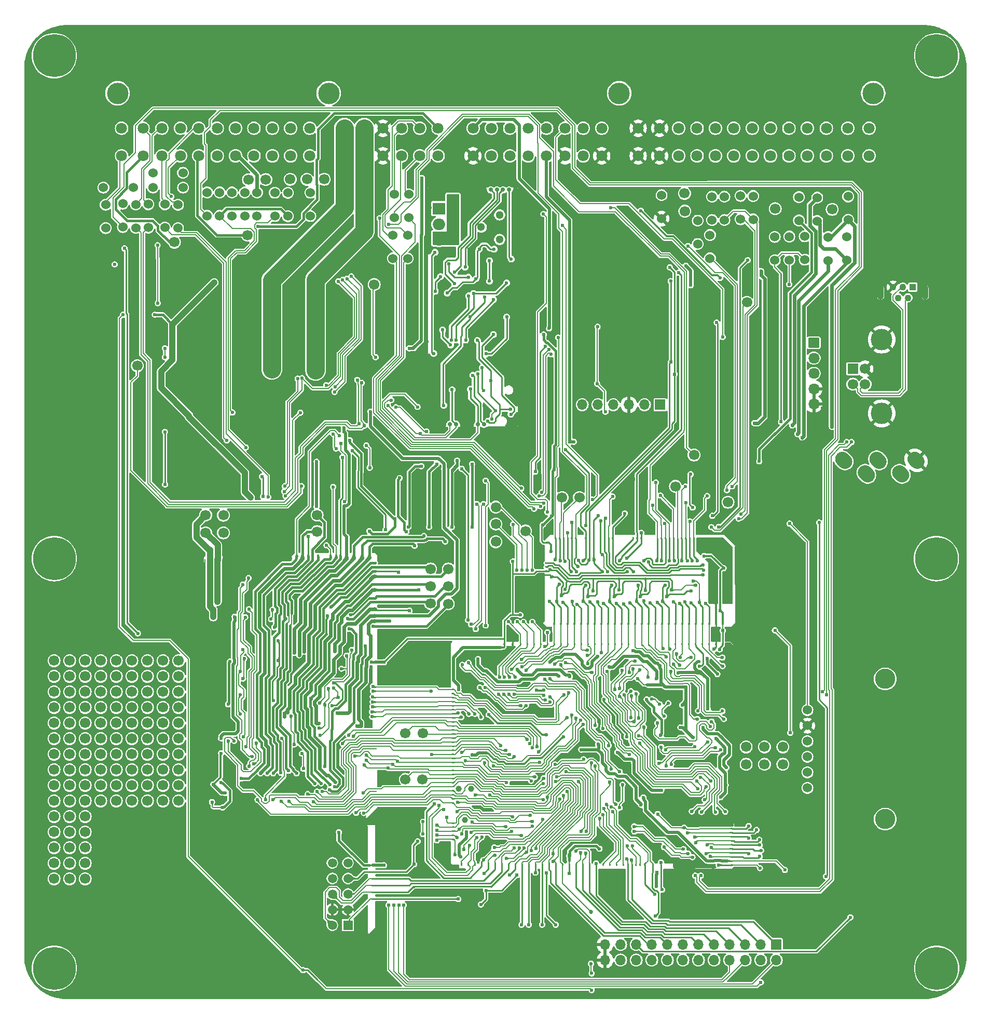
<source format=gbl>
G75*
G70*
%OFA0B0*%
%FSLAX25Y25*%
%IPPOS*%
%LPD*%
%AMOC8*
5,1,8,0,0,1.08239X$1,22.5*
%
%AMM197*
21,1,0.009840,0.009840,-0.000000,-0.000000,270.000000*
21,1,0.000000,0.019680,-0.000000,-0.000000,270.000000*
1,1,0.009840,-0.004920,-0.000000*
1,1,0.009840,-0.004920,-0.000000*
1,1,0.009840,0.004920,-0.000000*
1,1,0.009840,0.004920,-0.000000*
%
%AMM198*
21,1,0.009840,0.009840,-0.000000,-0.000000,180.000000*
21,1,0.000000,0.019680,-0.000000,-0.000000,180.000000*
1,1,0.009840,-0.000000,0.004920*
1,1,0.009840,-0.000000,0.004920*
1,1,0.009840,-0.000000,-0.004920*
1,1,0.009840,-0.000000,-0.004920*
%
%AMM302*
21,1,0.007870,1.133860,-0.000000,-0.000000,0.000000*
21,1,0.000000,1.141730,-0.000000,-0.000000,0.000000*
1,1,0.007870,-0.000000,-0.566930*
1,1,0.007870,-0.000000,-0.566930*
1,1,0.007870,-0.000000,0.566930*
1,1,0.007870,-0.000000,0.566930*
%
%AMM303*
21,1,0.009840,0.009840,-0.000000,-0.000000,90.000000*
21,1,0.000000,0.019680,-0.000000,-0.000000,90.000000*
1,1,0.009840,0.004920,-0.000000*
1,1,0.009840,0.004920,-0.000000*
1,1,0.009840,-0.004920,-0.000000*
1,1,0.009840,-0.004920,-0.000000*
%
%AMM340*
21,1,0.039370,0.007870,-0.000000,-0.000000,315.000000*
1,1,0.007870,-0.013920,0.013920*
1,1,0.007870,0.013920,-0.013920*
%
%AMM347*
21,1,0.007870,0.287010,-0.000000,0.000000,270.000000*
21,1,0.000000,0.294880,-0.000000,0.000000,270.000000*
1,1,0.007870,-0.143500,0.000000*
1,1,0.007870,-0.143500,0.000000*
1,1,0.007870,0.143500,0.000000*
1,1,0.007870,0.143500,0.000000*
%
%AMM348*
21,1,0.007870,0.078350,-0.000000,0.000000,225.000000*
21,1,0.000000,0.086220,-0.000000,0.000000,225.000000*
1,1,0.007870,-0.027700,0.027700*
1,1,0.007870,-0.027700,0.027700*
1,1,0.007870,0.027700,-0.027700*
1,1,0.007870,0.027700,-0.027700*
%
%AMM349*
21,1,0.007870,0.643700,-0.000000,0.000000,0.000000*
21,1,0.000000,0.651580,-0.000000,0.000000,0.000000*
1,1,0.007870,-0.000000,-0.321850*
1,1,0.007870,-0.000000,-0.321850*
1,1,0.007870,-0.000000,0.321850*
1,1,0.007870,-0.000000,0.321850*
%
%AMM351*
21,1,0.009840,0.009840,-0.000000,0.000000,270.000000*
21,1,0.000000,0.019680,-0.000000,0.000000,270.000000*
1,1,0.009840,-0.004920,0.000000*
1,1,0.009840,-0.004920,0.000000*
1,1,0.009840,0.004920,0.000000*
1,1,0.009840,0.004920,0.000000*
%
%AMM352*
21,1,0.007870,0.361020,-0.000000,0.000000,90.000000*
21,1,0.000000,0.368900,-0.000000,0.000000,90.000000*
1,1,0.007870,0.180510,0.000000*
1,1,0.007870,0.180510,0.000000*
1,1,0.007870,-0.180510,0.000000*
1,1,0.007870,-0.180510,0.000000*
%
%AMM353*
21,1,0.007870,0.023620,-0.000000,0.000000,315.000000*
21,1,0.000000,0.031500,-0.000000,0.000000,315.000000*
1,1,0.007870,-0.008350,-0.008350*
1,1,0.007870,-0.008350,-0.008350*
1,1,0.007870,0.008350,0.008350*
1,1,0.007870,0.008350,0.008350*
%
%ADD100C,0.00800*%
%ADD101C,0.01969*%
%ADD107C,0.00984*%
%ADD110C,0.01181*%
%ADD120O,1.00787X0.00787*%
%ADD121O,0.00787X1.60630*%
%ADD122O,0.44882X0.04331*%
%ADD123O,0.01575X0.02362*%
%ADD124O,0.02362X0.03150*%
%ADD125O,0.02362X0.01575*%
%ADD126O,0.01575X0.00787*%
%ADD127R,0.19882X0.00984*%
%ADD128R,0.38386X0.00984*%
%ADD158C,0.01968*%
%ADD17C,0.02362*%
%ADD19C,0.06000*%
%ADD20C,0.06693*%
%ADD207C,0.03900*%
%ADD21R,0.06693X0.06693*%
%ADD22O,0.06693X0.06693*%
%ADD256C,0.05118*%
%ADD288R,0.05906X0.05906*%
%ADD33O,0.03937X0.05906*%
%ADD34O,0.03150X0.02362*%
%ADD35C,0.13780*%
%ADD36C,0.07087*%
%ADD37R,0.04331X0.04331*%
%ADD38C,0.04331*%
%ADD39O,0.04331X0.09449*%
%ADD417M197*%
%ADD418M198*%
%ADD45C,0.13000*%
%ADD50C,0.27559*%
%ADD530M302*%
%ADD531M303*%
%ADD583M340*%
%ADD591M347*%
%ADD592M348*%
%ADD593M349*%
%ADD596M351*%
%ADD597M352*%
%ADD598M353*%
%ADD62C,0.02756*%
%ADD63C,0.11811*%
%ADD645R,0.07874X0.07500*%
%ADD646O,0.07874X0.07500*%
%ADD65R,0.12205X0.00984*%
%ADD66R,0.08858X0.00984*%
%ADD68R,0.00984X1.54528*%
%ADD70R,0.03740X0.00984*%
%ADD89O,0.07283X0.06693*%
%ADD90C,0.02700*%
%ADD91C,0.05906*%
%ADD92C,0.02400*%
%ADD93C,0.03937*%
%ADD94C,0.00787*%
%ADD95C,0.01575*%
%ADD96C,0.01000*%
%ADD98C,0.02000*%
%ADD99C,0.07874*%
X0000000Y0000000D02*
%LPD*%
G01*
D17*
X0297120Y0070059D03*
X0303321Y0050748D03*
X0353337Y0050784D03*
X0319955Y0048110D03*
X0324581Y0048110D03*
X0333144Y0048110D03*
X0341904Y0048110D03*
D19*
X0237251Y0475789D03*
X0237251Y0490789D03*
X0150007Y0503151D03*
X0150007Y0518151D03*
D20*
X0245285Y0141379D03*
X0245285Y0170915D03*
D21*
X0408865Y0381911D03*
D22*
X0398865Y0381911D03*
X0388865Y0381911D03*
X0378865Y0381911D03*
X0368865Y0381911D03*
X0358865Y0381911D03*
D20*
X0144455Y0526360D03*
X0079567Y0177549D03*
X0079567Y0187549D03*
X0079567Y0197549D03*
X0079567Y0207549D03*
X0079567Y0217549D03*
X0089567Y0177549D03*
X0089567Y0187549D03*
X0089567Y0197549D03*
X0089567Y0207549D03*
X0089567Y0217549D03*
X0099567Y0177549D03*
X0099567Y0187549D03*
X0099567Y0197549D03*
X0099567Y0207549D03*
X0099567Y0217549D03*
X0225243Y0459037D03*
X0096857Y0486241D03*
X0116936Y0311045D03*
X0049567Y0127549D03*
X0049567Y0137549D03*
X0049567Y0147549D03*
X0049567Y0157549D03*
X0049567Y0167549D03*
X0059567Y0127549D03*
X0059567Y0137549D03*
X0059567Y0147549D03*
X0059567Y0157549D03*
X0059567Y0167549D03*
X0069567Y0127549D03*
X0069567Y0137549D03*
X0069567Y0147549D03*
X0069567Y0157549D03*
X0069567Y0167549D03*
D120*
X0169356Y0117448D03*
G36*
G01*
X0116885Y0120516D02*
X0119669Y0117732D01*
G75*
G02*
X0119669Y0117175I-000278J-000278D01*
G01*
X0119669Y0117175D01*
G75*
G02*
X0119112Y0117175I-000278J0000278D01*
G01*
X0116328Y0119959D01*
G75*
G02*
X0116328Y0120516I0000278J0000278D01*
G01*
X0116328Y0120516D01*
G75*
G02*
X0116885Y0120516I0000278J-000278D01*
G01*
G37*
D121*
X0116601Y0200223D03*
D33*
X0119744Y0282846D03*
X0124688Y0282846D03*
D122*
X0150059Y0283339D03*
D123*
X0175453Y0284520D03*
D124*
X0179291Y0284126D03*
D123*
X0182716Y0284520D03*
X0185591Y0284520D03*
X0189113Y0284520D03*
X0197283Y0284520D03*
X0200826Y0284520D03*
X0203622Y0284520D03*
D124*
X0207638Y0284126D03*
X0212264Y0284126D03*
X0217579Y0284126D03*
X0222205Y0284126D03*
D125*
X0225748Y0280464D03*
X0225748Y0277728D03*
X0225748Y0275050D03*
D34*
X0225374Y0271823D03*
D125*
X0225748Y0266684D03*
D34*
X0225374Y0262866D03*
D125*
X0225748Y0257846D03*
X0225748Y0255287D03*
D34*
X0225374Y0250563D03*
X0225374Y0246331D03*
X0225374Y0242886D03*
D125*
X0225748Y0239638D03*
X0225748Y0216606D03*
D126*
X0226161Y0200642D03*
X0226161Y0198043D03*
X0226161Y0193870D03*
X0226161Y0191098D03*
X0226161Y0187948D03*
X0226161Y0184799D03*
X0226161Y0181665D03*
X0226161Y0173024D03*
X0226161Y0171291D03*
X0226161Y0169559D03*
X0226161Y0167827D03*
X0226161Y0166095D03*
X0226161Y0164362D03*
X0226161Y0162630D03*
X0226161Y0160898D03*
X0226161Y0156469D03*
X0226161Y0153870D03*
X0226161Y0151272D03*
X0226161Y0148673D03*
X0226161Y0135268D03*
X0226161Y0133535D03*
X0226161Y0131803D03*
X0226161Y0130071D03*
X0226161Y0128339D03*
X0226161Y0126606D03*
X0226161Y0124874D03*
D19*
X0117920Y0503151D03*
X0117920Y0518151D03*
D20*
X0272841Y0254155D03*
D19*
X0442329Y0500395D03*
X0442329Y0515395D03*
D20*
X0193156Y0526596D03*
D19*
X0083077Y0530730D03*
X0102369Y0530730D03*
X0440951Y0475789D03*
X0440951Y0490789D03*
X0125991Y0503151D03*
X0125991Y0518151D03*
X0052721Y0495293D03*
X0052721Y0510293D03*
D35*
X0060398Y0581810D03*
X0196027Y0581810D03*
X0382642Y0581810D03*
X0545831Y0581810D03*
D36*
X0062957Y0541650D03*
X0076727Y0541650D03*
X0088937Y0541650D03*
X0100747Y0541650D03*
X0112557Y0541650D03*
X0124367Y0541650D03*
X0136177Y0541650D03*
X0147987Y0541650D03*
X0159797Y0541650D03*
X0171607Y0541650D03*
X0183817Y0541650D03*
X0062957Y0559370D03*
X0076727Y0559370D03*
X0088937Y0559370D03*
X0100747Y0559370D03*
X0112557Y0559370D03*
X0124367Y0559370D03*
X0136177Y0559370D03*
X0147987Y0559370D03*
X0159797Y0559370D03*
X0171607Y0559370D03*
X0183817Y0559370D03*
X0288744Y0541650D03*
X0300554Y0541650D03*
X0312364Y0541650D03*
X0324174Y0541650D03*
X0335994Y0541650D03*
X0347804Y0541650D03*
X0359614Y0541650D03*
X0371424Y0541650D03*
X0288744Y0559370D03*
X0300554Y0559370D03*
X0312364Y0559370D03*
X0324174Y0559370D03*
X0335994Y0559370D03*
X0347804Y0559370D03*
X0359614Y0559370D03*
X0371424Y0559370D03*
X0394834Y0541650D03*
X0408614Y0541650D03*
X0420834Y0541650D03*
X0432644Y0541650D03*
X0444454Y0541650D03*
X0456264Y0541650D03*
X0468074Y0541650D03*
X0479884Y0541650D03*
X0491694Y0541650D03*
X0503504Y0541650D03*
X0515714Y0541650D03*
X0529494Y0541650D03*
X0543274Y0541650D03*
X0394834Y0559370D03*
X0408614Y0559370D03*
X0420834Y0559370D03*
X0432644Y0559370D03*
X0444454Y0559370D03*
X0456264Y0559370D03*
X0468074Y0559370D03*
X0479884Y0559370D03*
X0491694Y0559370D03*
X0503504Y0559370D03*
X0515714Y0559370D03*
X0529494Y0559370D03*
X0543274Y0559370D03*
X0207248Y0541650D03*
X0219058Y0541650D03*
X0230868Y0541650D03*
X0242678Y0541650D03*
X0254498Y0541650D03*
X0266308Y0541650D03*
X0207248Y0559370D03*
X0219058Y0559370D03*
X0230868Y0559370D03*
X0242678Y0559370D03*
X0254498Y0559370D03*
X0266308Y0559370D03*
D20*
X0303353Y0305336D03*
X0357054Y0322304D03*
X0128353Y0299627D03*
X0475991Y0162226D03*
D19*
X0501778Y0475001D03*
X0501778Y0490001D03*
D37*
X0571266Y0457403D03*
D38*
X0568117Y0450513D03*
X0564967Y0457403D03*
X0561818Y0450513D03*
X0558668Y0457403D03*
D39*
X0579337Y0453958D03*
X0550597Y0453958D03*
D20*
X0452526Y0319273D03*
X0303353Y0316163D03*
D19*
X0246778Y0475749D03*
X0246778Y0490749D03*
D20*
X0464692Y0447659D03*
X0475991Y0151064D03*
X0261424Y0265375D03*
D21*
X0532743Y0404942D03*
D20*
X0532743Y0395100D03*
X0540617Y0395100D03*
X0540617Y0404942D03*
D35*
X0551286Y0423722D03*
X0551286Y0376320D03*
D20*
X0256349Y0170906D03*
X0487802Y0151064D03*
D17*
X0234091Y0381397D03*
X0236158Y0384842D03*
X0239110Y0380216D03*
X0253087Y0380511D03*
D45*
X0553550Y0205867D03*
X0553550Y0115867D03*
D19*
X0503550Y0185867D03*
X0503550Y0175867D03*
X0503550Y0165867D03*
X0503550Y0155867D03*
X0503550Y0145867D03*
X0503550Y0135867D03*
X0516936Y0489450D03*
X0516936Y0474450D03*
D20*
X0019567Y0177549D03*
X0019567Y0187549D03*
X0019567Y0197549D03*
X0019567Y0207549D03*
X0019567Y0217549D03*
X0029567Y0177549D03*
X0029567Y0187549D03*
X0029567Y0197549D03*
X0029567Y0207549D03*
X0029567Y0217549D03*
X0039567Y0177549D03*
X0039567Y0187549D03*
X0039567Y0197549D03*
X0039567Y0207549D03*
X0039567Y0217549D03*
X0171306Y0526596D03*
D17*
X0406667Y0072652D03*
X0410112Y0070585D03*
X0405486Y0067632D03*
X0405782Y0053656D03*
D20*
X0116936Y0299627D03*
X0182054Y0526556D03*
X0188589Y0300415D03*
D19*
X0072093Y0495474D03*
X0072093Y0510474D03*
D50*
X0019685Y0020079D03*
G36*
G01*
X0190400Y0041414D02*
X0219101Y0041414D01*
G75*
G02*
X0219494Y0041021I0000000J-000394D01*
G01*
X0219494Y0041021D01*
G75*
G02*
X0219101Y0040627I-000394J0000000D01*
G01*
X0190400Y0040627D01*
G75*
G02*
X0190006Y0041021I0000000J0000394D01*
G01*
X0190006Y0041021D01*
G75*
G02*
X0190400Y0041414I0000394J0000000D01*
G01*
G37*
G36*
G01*
X0218875Y0041342D02*
X0220545Y0043012D01*
G75*
G02*
X0221102Y0043012I0000278J-000278D01*
G01*
X0221102Y0043012D01*
G75*
G02*
X0221102Y0042455I-000278J-000278D01*
G01*
X0219431Y0040785D01*
G75*
G02*
X0218875Y0040785I-000278J0000278D01*
G01*
X0218875Y0040785D01*
G75*
G02*
X0218875Y0041342I0000278J0000278D01*
G01*
G37*
G36*
G01*
X0185021Y0046866D02*
X0190561Y0041326D01*
G75*
G02*
X0190561Y0040769I-000278J-000278D01*
G01*
X0190561Y0040769D01*
G75*
G02*
X0190004Y0040769I-000278J0000278D01*
G01*
X0184464Y0046309D01*
G75*
G02*
X0184464Y0046866I0000278J0000278D01*
G01*
X0184464Y0046866D01*
G75*
G02*
X0185021Y0046866I0000278J-000278D01*
G01*
G37*
G36*
G01*
X0184340Y0046613D02*
X0184340Y0110983D01*
G75*
G02*
X0184734Y0111377I0000394J0000000D01*
G01*
X0184734Y0111377D01*
G75*
G02*
X0185128Y0110983I0000000J-000394D01*
G01*
X0185128Y0046613D01*
G75*
G02*
X0184734Y0046220I-000394J0000000D01*
G01*
X0184734Y0046220D01*
G75*
G02*
X0184340Y0046613I0000000J0000394D01*
G01*
G37*
G36*
G01*
X0220875Y0110676D02*
X0184772Y0110676D01*
G75*
G02*
X0184379Y0111070I0000000J0000394D01*
G01*
X0184379Y0111070D01*
G75*
G02*
X0184772Y0111463I0000394J0000000D01*
G01*
X0220875Y0111463D01*
G75*
G02*
X0221269Y0111070I0000000J-000394D01*
G01*
X0221269Y0111070D01*
G75*
G02*
X0220875Y0110676I-000394J0000000D01*
G01*
G37*
G36*
G01*
X0223638Y0086788D02*
X0224622Y0086788D01*
G75*
G02*
X0225114Y0086296I0000000J-000492D01*
G01*
X0225114Y0086296D01*
G75*
G02*
X0224622Y0085804I-000492J0000000D01*
G01*
X0223638Y0085804D01*
G75*
G02*
X0223146Y0086296I0000000J0000492D01*
G01*
X0223146Y0086296D01*
G75*
G02*
X0223638Y0086788I0000492J0000000D01*
G01*
G37*
G36*
G01*
X0223638Y0082458D02*
X0224622Y0082458D01*
G75*
G02*
X0225114Y0081965I0000000J-000492D01*
G01*
X0225114Y0081965D01*
G75*
G02*
X0224622Y0081473I-000492J0000000D01*
G01*
X0223638Y0081473D01*
G75*
G02*
X0223146Y0081965I0000000J0000492D01*
G01*
X0223146Y0081965D01*
G75*
G02*
X0223638Y0082458I0000492J0000000D01*
G01*
G37*
G36*
G01*
X0223638Y0078127D02*
X0224622Y0078127D01*
G75*
G02*
X0225114Y0077635I0000000J-000492D01*
G01*
X0225114Y0077635D01*
G75*
G02*
X0224622Y0077143I-000492J0000000D01*
G01*
X0223638Y0077143D01*
G75*
G02*
X0223146Y0077635I0000000J0000492D01*
G01*
X0223146Y0077635D01*
G75*
G02*
X0223638Y0078127I0000492J0000000D01*
G01*
G37*
G36*
G01*
X0223638Y0073796D02*
X0224622Y0073796D01*
G75*
G02*
X0225114Y0073304I0000000J-000492D01*
G01*
X0225114Y0073304D01*
G75*
G02*
X0224622Y0072812I-000492J0000000D01*
G01*
X0223638Y0072812D01*
G75*
G02*
X0223146Y0073304I0000000J0000492D01*
G01*
X0223146Y0073304D01*
G75*
G02*
X0223638Y0073796I0000492J0000000D01*
G01*
G37*
G36*
G01*
X0223638Y0069465D02*
X0224622Y0069465D01*
G75*
G02*
X0225114Y0068973I0000000J-000492D01*
G01*
X0225114Y0068973D01*
G75*
G02*
X0224622Y0068481I-000492J0000000D01*
G01*
X0223638Y0068481D01*
G75*
G02*
X0223146Y0068973I0000000J0000492D01*
G01*
X0223146Y0068973D01*
G75*
G02*
X0223638Y0069465I0000492J0000000D01*
G01*
G37*
G36*
G01*
X0223638Y0065135D02*
X0224622Y0065135D01*
G75*
G02*
X0225114Y0064643I0000000J-000492D01*
G01*
X0225114Y0064643D01*
G75*
G02*
X0224622Y0064151I-000492J0000000D01*
G01*
X0223638Y0064151D01*
G75*
G02*
X0223146Y0064643I0000000J0000492D01*
G01*
X0223146Y0064643D01*
G75*
G02*
X0223638Y0065135I0000492J0000000D01*
G01*
G37*
D20*
X0322492Y0300812D03*
X0487802Y0162226D03*
X0519495Y0507304D03*
X0019567Y0077549D03*
X0019567Y0087549D03*
X0019567Y0097549D03*
X0019567Y0107549D03*
X0019567Y0117549D03*
X0029567Y0077549D03*
X0029567Y0087549D03*
X0029567Y0097549D03*
X0029567Y0107549D03*
X0029567Y0117549D03*
X0039567Y0077549D03*
X0039567Y0087549D03*
X0039567Y0097549D03*
X0039567Y0107549D03*
X0039567Y0117549D03*
G36*
G01*
X0335286Y0273039D02*
X0336270Y0273039D01*
G75*
G02*
X0336762Y0272547I0000000J-000492D01*
G01*
X0336762Y0272547D01*
G75*
G02*
X0336270Y0272054I-000492J0000000D01*
G01*
X0335286Y0272054D01*
G75*
G02*
X0334794Y0272547I0000000J0000492D01*
G01*
X0334794Y0272547D01*
G75*
G02*
X0335286Y0273039I0000492J0000000D01*
G01*
G37*
G36*
G01*
X0335286Y0275637D02*
X0336270Y0275637D01*
G75*
G02*
X0336762Y0275145I0000000J-000492D01*
G01*
X0336762Y0275145D01*
G75*
G02*
X0336270Y0274653I-000492J0000000D01*
G01*
X0335286Y0274653D01*
G75*
G02*
X0334794Y0275145I0000000J0000492D01*
G01*
X0334794Y0275145D01*
G75*
G02*
X0335286Y0275637I0000492J0000000D01*
G01*
G37*
G36*
G01*
X0335286Y0278236D02*
X0336270Y0278236D01*
G75*
G02*
X0336762Y0277743I0000000J-000492D01*
G01*
X0336762Y0277743D01*
G75*
G02*
X0336270Y0277251I-000492J0000000D01*
G01*
X0335286Y0277251D01*
G75*
G02*
X0334794Y0277743I0000000J0000492D01*
G01*
X0334794Y0277743D01*
G75*
G02*
X0335286Y0278236I0000492J0000000D01*
G01*
G37*
G36*
G01*
X0335286Y0280834D02*
X0336270Y0280834D01*
G75*
G02*
X0336762Y0280342I0000000J-000492D01*
G01*
X0336762Y0280342D01*
G75*
G02*
X0336270Y0279850I-000492J0000000D01*
G01*
X0335286Y0279850D01*
G75*
G02*
X0334794Y0280342I0000000J0000492D01*
G01*
X0334794Y0280342D01*
G75*
G02*
X0335286Y0280834I0000492J0000000D01*
G01*
G37*
G36*
G01*
X0335286Y0293826D02*
X0336270Y0293826D01*
G75*
G02*
X0336762Y0293334I0000000J-000492D01*
G01*
X0336762Y0293334D01*
G75*
G02*
X0336270Y0292842I-000492J0000000D01*
G01*
X0335286Y0292842D01*
G75*
G02*
X0334794Y0293334I0000000J0000492D01*
G01*
X0334794Y0293334D01*
G75*
G02*
X0335286Y0293826I0000492J0000000D01*
G01*
G37*
G36*
G01*
X0448554Y0240681D02*
X0448554Y0241665D01*
G75*
G02*
X0449046Y0242158I0000492J0000000D01*
G01*
X0449046Y0242158D01*
G75*
G02*
X0449538Y0241665I0000000J-000492D01*
G01*
X0449538Y0240681D01*
G75*
G02*
X0449046Y0240189I-000492J0000000D01*
G01*
X0449046Y0240189D01*
G75*
G02*
X0448554Y0240681I0000000J0000492D01*
G01*
G37*
G36*
G01*
X0445207Y0241665D02*
X0445207Y0240681D01*
G75*
G02*
X0444715Y0240189I-000492J0000000D01*
G01*
X0444715Y0240189D01*
G75*
G02*
X0444223Y0240681I0000000J0000492D01*
G01*
X0444223Y0241665D01*
G75*
G02*
X0444715Y0242158I0000492J0000000D01*
G01*
X0444715Y0242158D01*
G75*
G02*
X0445207Y0241665I0000000J-000492D01*
G01*
G37*
G36*
G01*
X0440877Y0241665D02*
X0440877Y0240681D01*
G75*
G02*
X0440384Y0240189I-000492J0000000D01*
G01*
X0440384Y0240189D01*
G75*
G02*
X0439892Y0240681I0000000J0000492D01*
G01*
X0439892Y0241665D01*
G75*
G02*
X0440384Y0242158I0000492J0000000D01*
G01*
X0440384Y0242158D01*
G75*
G02*
X0440877Y0241665I0000000J-000492D01*
G01*
G37*
G36*
G01*
X0436546Y0241665D02*
X0436546Y0240681D01*
G75*
G02*
X0436054Y0240189I-000492J0000000D01*
G01*
X0436054Y0240189D01*
G75*
G02*
X0435562Y0240681I0000000J0000492D01*
G01*
X0435562Y0241665D01*
G75*
G02*
X0436054Y0242158I0000492J0000000D01*
G01*
X0436054Y0242158D01*
G75*
G02*
X0436546Y0241665I0000000J-000492D01*
G01*
G37*
G36*
G01*
X0432215Y0241665D02*
X0432215Y0240681D01*
G75*
G02*
X0431723Y0240189I-000492J0000000D01*
G01*
X0431723Y0240189D01*
G75*
G02*
X0431231Y0240681I0000000J0000492D01*
G01*
X0431231Y0241665D01*
G75*
G02*
X0431723Y0242158I0000492J0000000D01*
G01*
X0431723Y0242158D01*
G75*
G02*
X0432215Y0241665I0000000J-000492D01*
G01*
G37*
G36*
G01*
X0427884Y0241665D02*
X0427884Y0240681D01*
G75*
G02*
X0427392Y0240189I-000492J0000000D01*
G01*
X0427392Y0240189D01*
G75*
G02*
X0426900Y0240681I0000000J0000492D01*
G01*
X0426900Y0241665D01*
G75*
G02*
X0427392Y0242158I0000492J0000000D01*
G01*
X0427392Y0242158D01*
G75*
G02*
X0427884Y0241665I0000000J-000492D01*
G01*
G37*
G36*
G01*
X0423554Y0241665D02*
X0423554Y0240681D01*
G75*
G02*
X0423062Y0240189I-000492J0000000D01*
G01*
X0423062Y0240189D01*
G75*
G02*
X0422569Y0240681I0000000J0000492D01*
G01*
X0422569Y0241665D01*
G75*
G02*
X0423062Y0242158I0000492J0000000D01*
G01*
X0423062Y0242158D01*
G75*
G02*
X0423554Y0241665I0000000J-000492D01*
G01*
G37*
G36*
G01*
X0419223Y0241665D02*
X0419223Y0240681D01*
G75*
G02*
X0418731Y0240189I-000492J0000000D01*
G01*
X0418731Y0240189D01*
G75*
G02*
X0418239Y0240681I0000000J0000492D01*
G01*
X0418239Y0241665D01*
G75*
G02*
X0418731Y0242158I0000492J0000000D01*
G01*
X0418731Y0242158D01*
G75*
G02*
X0419223Y0241665I0000000J-000492D01*
G01*
G37*
G36*
G01*
X0414892Y0241665D02*
X0414892Y0240681D01*
G75*
G02*
X0414400Y0240189I-000492J0000000D01*
G01*
X0414400Y0240189D01*
G75*
G02*
X0413908Y0240681I0000000J0000492D01*
G01*
X0413908Y0241665D01*
G75*
G02*
X0414400Y0242158I0000492J0000000D01*
G01*
X0414400Y0242158D01*
G75*
G02*
X0414892Y0241665I0000000J-000492D01*
G01*
G37*
G36*
G01*
X0410562Y0241665D02*
X0410562Y0240681D01*
G75*
G02*
X0410069Y0240189I-000492J0000000D01*
G01*
X0410069Y0240189D01*
G75*
G02*
X0409577Y0240681I0000000J0000492D01*
G01*
X0409577Y0241665D01*
G75*
G02*
X0410069Y0242158I0000492J0000000D01*
G01*
X0410069Y0242158D01*
G75*
G02*
X0410562Y0241665I0000000J-000492D01*
G01*
G37*
G36*
G01*
X0406231Y0241665D02*
X0406231Y0240681D01*
G75*
G02*
X0405739Y0240189I-000492J0000000D01*
G01*
X0405739Y0240189D01*
G75*
G02*
X0405247Y0240681I0000000J0000492D01*
G01*
X0405247Y0241665D01*
G75*
G02*
X0405739Y0242158I0000492J0000000D01*
G01*
X0405739Y0242158D01*
G75*
G02*
X0406231Y0241665I0000000J-000492D01*
G01*
G37*
G36*
G01*
X0401900Y0241665D02*
X0401900Y0240681D01*
G75*
G02*
X0401408Y0240189I-000492J0000000D01*
G01*
X0401408Y0240189D01*
G75*
G02*
X0400916Y0240681I0000000J0000492D01*
G01*
X0400916Y0241665D01*
G75*
G02*
X0401408Y0242158I0000492J0000000D01*
G01*
X0401408Y0242158D01*
G75*
G02*
X0401900Y0241665I0000000J-000492D01*
G01*
G37*
G36*
G01*
X0397570Y0241665D02*
X0397570Y0240681D01*
G75*
G02*
X0397077Y0240189I-000492J0000000D01*
G01*
X0397077Y0240189D01*
G75*
G02*
X0396585Y0240681I0000000J0000492D01*
G01*
X0396585Y0241665D01*
G75*
G02*
X0397077Y0242158I0000492J0000000D01*
G01*
X0397077Y0242158D01*
G75*
G02*
X0397570Y0241665I0000000J-000492D01*
G01*
G37*
G36*
G01*
X0393239Y0241665D02*
X0393239Y0240681D01*
G75*
G02*
X0392747Y0240189I-000492J0000000D01*
G01*
X0392747Y0240189D01*
G75*
G02*
X0392255Y0240681I0000000J0000492D01*
G01*
X0392255Y0241665D01*
G75*
G02*
X0392747Y0242158I0000492J0000000D01*
G01*
X0392747Y0242158D01*
G75*
G02*
X0393239Y0241665I0000000J-000492D01*
G01*
G37*
G36*
G01*
X0388908Y0241665D02*
X0388908Y0240681D01*
G75*
G02*
X0388416Y0240189I-000492J0000000D01*
G01*
X0388416Y0240189D01*
G75*
G02*
X0387924Y0240681I0000000J0000492D01*
G01*
X0387924Y0241665D01*
G75*
G02*
X0388416Y0242158I0000492J0000000D01*
G01*
X0388416Y0242158D01*
G75*
G02*
X0388908Y0241665I0000000J-000492D01*
G01*
G37*
G36*
G01*
X0384577Y0241665D02*
X0384577Y0240681D01*
G75*
G02*
X0384085Y0240189I-000492J0000000D01*
G01*
X0384085Y0240189D01*
G75*
G02*
X0383593Y0240681I0000000J0000492D01*
G01*
X0383593Y0241665D01*
G75*
G02*
X0384085Y0242158I0000492J0000000D01*
G01*
X0384085Y0242158D01*
G75*
G02*
X0384577Y0241665I0000000J-000492D01*
G01*
G37*
G36*
G01*
X0380247Y0241665D02*
X0380247Y0240681D01*
G75*
G02*
X0379755Y0240189I-000492J0000000D01*
G01*
X0379755Y0240189D01*
G75*
G02*
X0379262Y0240681I0000000J0000492D01*
G01*
X0379262Y0241665D01*
G75*
G02*
X0379755Y0242158I0000492J0000000D01*
G01*
X0379755Y0242158D01*
G75*
G02*
X0380247Y0241665I0000000J-000492D01*
G01*
G37*
G36*
G01*
X0375916Y0241665D02*
X0375916Y0240681D01*
G75*
G02*
X0375424Y0240189I-000492J0000000D01*
G01*
X0375424Y0240189D01*
G75*
G02*
X0374932Y0240681I0000000J0000492D01*
G01*
X0374932Y0241665D01*
G75*
G02*
X0375424Y0242158I0000492J0000000D01*
G01*
X0375424Y0242158D01*
G75*
G02*
X0375916Y0241665I0000000J-000492D01*
G01*
G37*
G36*
G01*
X0371585Y0241665D02*
X0371585Y0240681D01*
G75*
G02*
X0371093Y0240189I-000492J0000000D01*
G01*
X0371093Y0240189D01*
G75*
G02*
X0370601Y0240681I0000000J0000492D01*
G01*
X0370601Y0241665D01*
G75*
G02*
X0371093Y0242158I0000492J0000000D01*
G01*
X0371093Y0242158D01*
G75*
G02*
X0371585Y0241665I0000000J-000492D01*
G01*
G37*
G36*
G01*
X0367255Y0241665D02*
X0367255Y0240681D01*
G75*
G02*
X0366762Y0240189I-000492J0000000D01*
G01*
X0366762Y0240189D01*
G75*
G02*
X0366270Y0240681I0000000J0000492D01*
G01*
X0366270Y0241665D01*
G75*
G02*
X0366762Y0242158I0000492J0000000D01*
G01*
X0366762Y0242158D01*
G75*
G02*
X0367255Y0241665I0000000J-000492D01*
G01*
G37*
G36*
G01*
X0362924Y0241665D02*
X0362924Y0240681D01*
G75*
G02*
X0362432Y0240189I-000492J0000000D01*
G01*
X0362432Y0240189D01*
G75*
G02*
X0361940Y0240681I0000000J0000492D01*
G01*
X0361940Y0241665D01*
G75*
G02*
X0362432Y0242158I0000492J0000000D01*
G01*
X0362432Y0242158D01*
G75*
G02*
X0362924Y0241665I0000000J-000492D01*
G01*
G37*
G36*
G01*
X0358593Y0241665D02*
X0358593Y0240681D01*
G75*
G02*
X0358101Y0240189I-000492J0000000D01*
G01*
X0358101Y0240189D01*
G75*
G02*
X0357609Y0240681I0000000J0000492D01*
G01*
X0357609Y0241665D01*
G75*
G02*
X0358101Y0242158I0000492J0000000D01*
G01*
X0358101Y0242158D01*
G75*
G02*
X0358593Y0241665I0000000J-000492D01*
G01*
G37*
G36*
G01*
X0354263Y0241665D02*
X0354263Y0240681D01*
G75*
G02*
X0353770Y0240189I-000492J0000000D01*
G01*
X0353770Y0240189D01*
G75*
G02*
X0353278Y0240681I0000000J0000492D01*
G01*
X0353278Y0241665D01*
G75*
G02*
X0353770Y0242158I0000492J0000000D01*
G01*
X0353770Y0242158D01*
G75*
G02*
X0354263Y0241665I0000000J-000492D01*
G01*
G37*
G36*
G01*
X0349932Y0241665D02*
X0349932Y0240681D01*
G75*
G02*
X0349440Y0240189I-000492J0000000D01*
G01*
X0349440Y0240189D01*
G75*
G02*
X0348948Y0240681I0000000J0000492D01*
G01*
X0348948Y0241665D01*
G75*
G02*
X0349440Y0242158I0000492J0000000D01*
G01*
X0349440Y0242158D01*
G75*
G02*
X0349932Y0241665I0000000J-000492D01*
G01*
G37*
G36*
G01*
X0345601Y0241665D02*
X0345601Y0240681D01*
G75*
G02*
X0345109Y0240189I-000492J0000000D01*
G01*
X0345109Y0240189D01*
G75*
G02*
X0344617Y0240681I0000000J0000492D01*
G01*
X0344617Y0241665D01*
G75*
G02*
X0345109Y0242158I0000492J0000000D01*
G01*
X0345109Y0242158D01*
G75*
G02*
X0345601Y0241665I0000000J-000492D01*
G01*
G37*
G36*
G01*
X0341270Y0241665D02*
X0341270Y0240681D01*
G75*
G02*
X0340778Y0240189I-000492J0000000D01*
G01*
X0340778Y0240189D01*
G75*
G02*
X0340286Y0240681I0000000J0000492D01*
G01*
X0340286Y0241665D01*
G75*
G02*
X0340778Y0242158I0000492J0000000D01*
G01*
X0340778Y0242158D01*
G75*
G02*
X0341270Y0241665I0000000J-000492D01*
G01*
G37*
G36*
G01*
X0342258Y0296634D02*
X0342258Y0295650D01*
G75*
G02*
X0341766Y0295158I-000492J0000000D01*
G01*
X0341766Y0295158D01*
G75*
G02*
X0341274Y0295650I0000000J0000492D01*
G01*
X0341274Y0296634D01*
G75*
G02*
X0341766Y0297126I0000492J0000000D01*
G01*
X0341766Y0297126D01*
G75*
G02*
X0342258Y0296634I0000000J-000492D01*
G01*
G37*
G36*
G01*
X0344857Y0296634D02*
X0344857Y0295650D01*
G75*
G02*
X0344365Y0295158I-000492J0000000D01*
G01*
X0344365Y0295158D01*
G75*
G02*
X0343873Y0295650I0000000J0000492D01*
G01*
X0343873Y0296634D01*
G75*
G02*
X0344365Y0297126I0000492J0000000D01*
G01*
X0344365Y0297126D01*
G75*
G02*
X0344857Y0296634I0000000J-000492D01*
G01*
G37*
G36*
G01*
X0347455Y0296634D02*
X0347455Y0295650D01*
G75*
G02*
X0346963Y0295158I-000492J0000000D01*
G01*
X0346963Y0295158D01*
G75*
G02*
X0346471Y0295650I0000000J0000492D01*
G01*
X0346471Y0296634D01*
G75*
G02*
X0346963Y0297126I0000492J0000000D01*
G01*
X0346963Y0297126D01*
G75*
G02*
X0347455Y0296634I0000000J-000492D01*
G01*
G37*
G36*
G01*
X0350054Y0296634D02*
X0350054Y0295650D01*
G75*
G02*
X0349562Y0295158I-000492J0000000D01*
G01*
X0349562Y0295158D01*
G75*
G02*
X0349069Y0295650I0000000J0000492D01*
G01*
X0349069Y0296634D01*
G75*
G02*
X0349562Y0297126I0000492J0000000D01*
G01*
X0349562Y0297126D01*
G75*
G02*
X0350054Y0296634I0000000J-000492D01*
G01*
G37*
G36*
G01*
X0352652Y0296634D02*
X0352652Y0295650D01*
G75*
G02*
X0352160Y0295158I-000492J0000000D01*
G01*
X0352160Y0295158D01*
G75*
G02*
X0351668Y0295650I0000000J0000492D01*
G01*
X0351668Y0296634D01*
G75*
G02*
X0352160Y0297126I0000492J0000000D01*
G01*
X0352160Y0297126D01*
G75*
G02*
X0352652Y0296634I0000000J-000492D01*
G01*
G37*
G36*
G01*
X0355251Y0296634D02*
X0355251Y0295650D01*
G75*
G02*
X0354758Y0295158I-000492J0000000D01*
G01*
X0354758Y0295158D01*
G75*
G02*
X0354266Y0295650I0000000J0000492D01*
G01*
X0354266Y0296634D01*
G75*
G02*
X0354758Y0297126I0000492J0000000D01*
G01*
X0354758Y0297126D01*
G75*
G02*
X0355251Y0296634I0000000J-000492D01*
G01*
G37*
G36*
G01*
X0361554Y0296634D02*
X0361554Y0295650D01*
G75*
G02*
X0361062Y0295158I-000492J0000000D01*
G01*
X0361062Y0295158D01*
G75*
G02*
X0360569Y0295650I0000000J0000492D01*
G01*
X0360569Y0296634D01*
G75*
G02*
X0361062Y0297126I0000492J0000000D01*
G01*
X0361062Y0297126D01*
G75*
G02*
X0361554Y0296634I0000000J-000492D01*
G01*
G37*
G36*
G01*
X0364152Y0296634D02*
X0364152Y0295650D01*
G75*
G02*
X0363660Y0295158I-000492J0000000D01*
G01*
X0363660Y0295158D01*
G75*
G02*
X0363168Y0295650I0000000J0000492D01*
G01*
X0363168Y0296634D01*
G75*
G02*
X0363660Y0297126I0000492J0000000D01*
G01*
X0363660Y0297126D01*
G75*
G02*
X0364152Y0296634I0000000J-000492D01*
G01*
G37*
G36*
G01*
X0366751Y0296634D02*
X0366751Y0295650D01*
G75*
G02*
X0366258Y0295158I-000492J0000000D01*
G01*
X0366258Y0295158D01*
G75*
G02*
X0365766Y0295650I0000000J0000492D01*
G01*
X0365766Y0296634D01*
G75*
G02*
X0366258Y0297126I0000492J0000000D01*
G01*
X0366258Y0297126D01*
G75*
G02*
X0366751Y0296634I0000000J-000492D01*
G01*
G37*
G36*
G01*
X0371164Y0296634D02*
X0371164Y0295650D01*
G75*
G02*
X0370671Y0295158I-000492J0000000D01*
G01*
X0370671Y0295158D01*
G75*
G02*
X0370179Y0295650I0000000J0000492D01*
G01*
X0370179Y0296634D01*
G75*
G02*
X0370671Y0297126I0000492J0000000D01*
G01*
X0370671Y0297126D01*
G75*
G02*
X0371164Y0296634I0000000J-000492D01*
G01*
G37*
G36*
G01*
X0373762Y0296634D02*
X0373762Y0295650D01*
G75*
G02*
X0373270Y0295158I-000492J0000000D01*
G01*
X0373270Y0295158D01*
G75*
G02*
X0372778Y0295650I0000000J0000492D01*
G01*
X0372778Y0296634D01*
G75*
G02*
X0373270Y0297126I0000492J0000000D01*
G01*
X0373270Y0297126D01*
G75*
G02*
X0373762Y0296634I0000000J-000492D01*
G01*
G37*
G36*
G01*
X0376360Y0296634D02*
X0376360Y0295650D01*
G75*
G02*
X0375868Y0295158I-000492J0000000D01*
G01*
X0375868Y0295158D01*
G75*
G02*
X0375376Y0295650I0000000J0000492D01*
G01*
X0375376Y0296634D01*
G75*
G02*
X0375868Y0297126I0000492J0000000D01*
G01*
X0375868Y0297126D01*
G75*
G02*
X0376360Y0296634I0000000J-000492D01*
G01*
G37*
G36*
G01*
X0378959Y0296634D02*
X0378959Y0295650D01*
G75*
G02*
X0378467Y0295158I-000492J0000000D01*
G01*
X0378467Y0295158D01*
G75*
G02*
X0377975Y0295650I0000000J0000492D01*
G01*
X0377975Y0296634D01*
G75*
G02*
X0378467Y0297126I0000492J0000000D01*
G01*
X0378467Y0297126D01*
G75*
G02*
X0378959Y0296634I0000000J-000492D01*
G01*
G37*
G36*
G01*
X0392054Y0296634D02*
X0392054Y0295650D01*
G75*
G02*
X0391562Y0295158I-000492J0000000D01*
G01*
X0391562Y0295158D01*
G75*
G02*
X0391069Y0295650I0000000J0000492D01*
G01*
X0391069Y0296634D01*
G75*
G02*
X0391562Y0297126I0000492J0000000D01*
G01*
X0391562Y0297126D01*
G75*
G02*
X0392054Y0296634I0000000J-000492D01*
G01*
G37*
G36*
G01*
X0394652Y0296634D02*
X0394652Y0295650D01*
G75*
G02*
X0394160Y0295158I-000492J0000000D01*
G01*
X0394160Y0295158D01*
G75*
G02*
X0393668Y0295650I0000000J0000492D01*
G01*
X0393668Y0296634D01*
G75*
G02*
X0394160Y0297126I0000492J0000000D01*
G01*
X0394160Y0297126D01*
G75*
G02*
X0394652Y0296634I0000000J-000492D01*
G01*
G37*
G36*
G01*
X0397251Y0296634D02*
X0397251Y0295650D01*
G75*
G02*
X0396758Y0295158I-000492J0000000D01*
G01*
X0396758Y0295158D01*
G75*
G02*
X0396266Y0295650I0000000J0000492D01*
G01*
X0396266Y0296634D01*
G75*
G02*
X0396758Y0297126I0000492J0000000D01*
G01*
X0396758Y0297126D01*
G75*
G02*
X0397251Y0296634I0000000J-000492D01*
G01*
G37*
G36*
G01*
X0407668Y0296634D02*
X0407668Y0295650D01*
G75*
G02*
X0407176Y0295158I-000492J0000000D01*
G01*
X0407176Y0295158D01*
G75*
G02*
X0406684Y0295650I0000000J0000492D01*
G01*
X0406684Y0296634D01*
G75*
G02*
X0407176Y0297126I0000492J0000000D01*
G01*
X0407176Y0297126D01*
G75*
G02*
X0407668Y0296634I0000000J-000492D01*
G01*
G37*
G36*
G01*
X0410266Y0296634D02*
X0410266Y0295650D01*
G75*
G02*
X0409774Y0295158I-000492J0000000D01*
G01*
X0409774Y0295158D01*
G75*
G02*
X0409282Y0295650I0000000J0000492D01*
G01*
X0409282Y0296634D01*
G75*
G02*
X0409774Y0297126I0000492J0000000D01*
G01*
X0409774Y0297126D01*
G75*
G02*
X0410266Y0296634I0000000J-000492D01*
G01*
G37*
G36*
G01*
X0412865Y0296634D02*
X0412865Y0295650D01*
G75*
G02*
X0412373Y0295158I-000492J0000000D01*
G01*
X0412373Y0295158D01*
G75*
G02*
X0411880Y0295650I0000000J0000492D01*
G01*
X0411880Y0296634D01*
G75*
G02*
X0412373Y0297126I0000492J0000000D01*
G01*
X0412373Y0297126D01*
G75*
G02*
X0412865Y0296634I0000000J-000492D01*
G01*
G37*
G36*
G01*
X0415463Y0296634D02*
X0415463Y0295650D01*
G75*
G02*
X0414971Y0295158I-000492J0000000D01*
G01*
X0414971Y0295158D01*
G75*
G02*
X0414479Y0295650I0000000J0000492D01*
G01*
X0414479Y0296634D01*
G75*
G02*
X0414971Y0297126I0000492J0000000D01*
G01*
X0414971Y0297126D01*
G75*
G02*
X0415463Y0296634I0000000J-000492D01*
G01*
G37*
G36*
G01*
X0418062Y0296634D02*
X0418062Y0295650D01*
G75*
G02*
X0417569Y0295158I-000492J0000000D01*
G01*
X0417569Y0295158D01*
G75*
G02*
X0417077Y0295650I0000000J0000492D01*
G01*
X0417077Y0296634D01*
G75*
G02*
X0417569Y0297126I0000492J0000000D01*
G01*
X0417569Y0297126D01*
G75*
G02*
X0418062Y0296634I0000000J-000492D01*
G01*
G37*
G36*
G01*
X0420660Y0296634D02*
X0420660Y0295650D01*
G75*
G02*
X0420168Y0295158I-000492J0000000D01*
G01*
X0420168Y0295158D01*
G75*
G02*
X0419676Y0295650I0000000J0000492D01*
G01*
X0419676Y0296634D01*
G75*
G02*
X0420168Y0297126I0000492J0000000D01*
G01*
X0420168Y0297126D01*
G75*
G02*
X0420660Y0296634I0000000J-000492D01*
G01*
G37*
G36*
G01*
X0423258Y0296634D02*
X0423258Y0295650D01*
G75*
G02*
X0422766Y0295158I-000492J0000000D01*
G01*
X0422766Y0295158D01*
G75*
G02*
X0422274Y0295650I0000000J0000492D01*
G01*
X0422274Y0296634D01*
G75*
G02*
X0422766Y0297126I0000492J0000000D01*
G01*
X0422766Y0297126D01*
G75*
G02*
X0423258Y0296634I0000000J-000492D01*
G01*
G37*
G36*
G01*
X0425857Y0296634D02*
X0425857Y0295650D01*
G75*
G02*
X0425365Y0295158I-000492J0000000D01*
G01*
X0425365Y0295158D01*
G75*
G02*
X0424873Y0295650I0000000J0000492D01*
G01*
X0424873Y0296634D01*
G75*
G02*
X0425365Y0297126I0000492J0000000D01*
G01*
X0425365Y0297126D01*
G75*
G02*
X0425857Y0296634I0000000J-000492D01*
G01*
G37*
G36*
G01*
X0428455Y0296634D02*
X0428455Y0295650D01*
G75*
G02*
X0427963Y0295158I-000492J0000000D01*
G01*
X0427963Y0295158D01*
G75*
G02*
X0427471Y0295650I0000000J0000492D01*
G01*
X0427471Y0296634D01*
G75*
G02*
X0427963Y0297126I0000492J0000000D01*
G01*
X0427963Y0297126D01*
G75*
G02*
X0428455Y0296634I0000000J-000492D01*
G01*
G37*
G36*
G01*
X0431054Y0296634D02*
X0431054Y0295650D01*
G75*
G02*
X0430562Y0295158I-000492J0000000D01*
G01*
X0430562Y0295158D01*
G75*
G02*
X0430069Y0295650I0000000J0000492D01*
G01*
X0430069Y0296634D01*
G75*
G02*
X0430562Y0297126I0000492J0000000D01*
G01*
X0430562Y0297126D01*
G75*
G02*
X0431054Y0296634I0000000J-000492D01*
G01*
G37*
D19*
X0080125Y0495553D03*
X0080125Y0510553D03*
X0498130Y0500177D03*
X0498130Y0515177D03*
G36*
G01*
X0275360Y0103401D02*
X0276345Y0103401D01*
G75*
G02*
X0276837Y0102909I0000000J-000492D01*
G01*
X0276837Y0102909D01*
G75*
G02*
X0276345Y0102417I-000492J0000000D01*
G01*
X0275360Y0102417D01*
G75*
G02*
X0274868Y0102909I0000000J0000492D01*
G01*
X0274868Y0102909D01*
G75*
G02*
X0275360Y0103401I0000492J0000000D01*
G01*
G37*
G36*
G01*
X0276345Y0105015D02*
X0275360Y0105015D01*
G75*
G02*
X0274868Y0105507I0000000J0000492D01*
G01*
X0274868Y0105507D01*
G75*
G02*
X0275360Y0105999I0000492J0000000D01*
G01*
X0276345Y0105999D01*
G75*
G02*
X0276837Y0105507I0000000J-000492D01*
G01*
X0276837Y0105507D01*
G75*
G02*
X0276345Y0105015I-000492J0000000D01*
G01*
G37*
G36*
G01*
X0276345Y0107614D02*
X0275360Y0107614D01*
G75*
G02*
X0274868Y0108106I0000000J0000492D01*
G01*
X0274868Y0108106D01*
G75*
G02*
X0275360Y0108598I0000492J0000000D01*
G01*
X0276345Y0108598D01*
G75*
G02*
X0276837Y0108106I0000000J-000492D01*
G01*
X0276837Y0108106D01*
G75*
G02*
X0276345Y0107614I-000492J0000000D01*
G01*
G37*
G36*
G01*
X0276345Y0110212D02*
X0275360Y0110212D01*
G75*
G02*
X0274868Y0110704I0000000J0000492D01*
G01*
X0274868Y0110704D01*
G75*
G02*
X0275360Y0111196I0000492J0000000D01*
G01*
X0276345Y0111196D01*
G75*
G02*
X0276837Y0110704I0000000J-000492D01*
G01*
X0276837Y0110704D01*
G75*
G02*
X0276345Y0110212I-000492J0000000D01*
G01*
G37*
G36*
G01*
X0276345Y0112810D02*
X0275360Y0112810D01*
G75*
G02*
X0274868Y0113303I0000000J0000492D01*
G01*
X0274868Y0113303D01*
G75*
G02*
X0275360Y0113795I0000492J0000000D01*
G01*
X0276345Y0113795D01*
G75*
G02*
X0276837Y0113303I0000000J-000492D01*
G01*
X0276837Y0113303D01*
G75*
G02*
X0276345Y0112810I-000492J0000000D01*
G01*
G37*
G36*
G01*
X0276345Y0125803D02*
X0275360Y0125803D01*
G75*
G02*
X0274868Y0126295I0000000J0000492D01*
G01*
X0274868Y0126295D01*
G75*
G02*
X0275360Y0126787I0000492J0000000D01*
G01*
X0276345Y0126787D01*
G75*
G02*
X0276837Y0126295I0000000J-000492D01*
G01*
X0276837Y0126295D01*
G75*
G02*
X0276345Y0125803I-000492J0000000D01*
G01*
G37*
G36*
G01*
X0276345Y0128401D02*
X0275360Y0128401D01*
G75*
G02*
X0274868Y0128893I0000000J0000492D01*
G01*
X0274868Y0128893D01*
G75*
G02*
X0275360Y0129385I0000492J0000000D01*
G01*
X0276345Y0129385D01*
G75*
G02*
X0276837Y0128893I0000000J-000492D01*
G01*
X0276837Y0128893D01*
G75*
G02*
X0276345Y0128401I-000492J0000000D01*
G01*
G37*
G36*
G01*
X0276345Y0130999D02*
X0275360Y0130999D01*
G75*
G02*
X0274868Y0131492I0000000J0000492D01*
G01*
X0274868Y0131492D01*
G75*
G02*
X0275360Y0131984I0000492J0000000D01*
G01*
X0276345Y0131984D01*
G75*
G02*
X0276837Y0131492I0000000J-000492D01*
G01*
X0276837Y0131492D01*
G75*
G02*
X0276345Y0130999I-000492J0000000D01*
G01*
G37*
G36*
G01*
X0276345Y0133598D02*
X0275360Y0133598D01*
G75*
G02*
X0274868Y0134090I0000000J0000492D01*
G01*
X0274868Y0134090D01*
G75*
G02*
X0275360Y0134582I0000492J0000000D01*
G01*
X0276345Y0134582D01*
G75*
G02*
X0276837Y0134090I0000000J-000492D01*
G01*
X0276837Y0134090D01*
G75*
G02*
X0276345Y0133598I-000492J0000000D01*
G01*
G37*
G36*
G01*
X0276345Y0136196D02*
X0275360Y0136196D01*
G75*
G02*
X0274868Y0136688I0000000J0000492D01*
G01*
X0274868Y0136688D01*
G75*
G02*
X0275360Y0137181I0000492J0000000D01*
G01*
X0276345Y0137181D01*
G75*
G02*
X0276837Y0136688I0000000J-000492D01*
G01*
X0276837Y0136688D01*
G75*
G02*
X0276345Y0136196I-000492J0000000D01*
G01*
G37*
G36*
G01*
X0276345Y0138795D02*
X0275360Y0138795D01*
G75*
G02*
X0274868Y0139287I0000000J0000492D01*
G01*
X0274868Y0139287D01*
G75*
G02*
X0275360Y0139779I0000492J0000000D01*
G01*
X0276345Y0139779D01*
G75*
G02*
X0276837Y0139287I0000000J-000492D01*
G01*
X0276837Y0139287D01*
G75*
G02*
X0276345Y0138795I-000492J0000000D01*
G01*
G37*
G36*
G01*
X0276345Y0141393D02*
X0275360Y0141393D01*
G75*
G02*
X0274868Y0141885I0000000J0000492D01*
G01*
X0274868Y0141885D01*
G75*
G02*
X0275360Y0142377I0000492J0000000D01*
G01*
X0276345Y0142377D01*
G75*
G02*
X0276837Y0141885I0000000J-000492D01*
G01*
X0276837Y0141885D01*
G75*
G02*
X0276345Y0141393I-000492J0000000D01*
G01*
G37*
G36*
G01*
X0276345Y0143992D02*
X0275360Y0143992D01*
G75*
G02*
X0274868Y0144484I0000000J0000492D01*
G01*
X0274868Y0144484D01*
G75*
G02*
X0275360Y0144976I0000492J0000000D01*
G01*
X0276345Y0144976D01*
G75*
G02*
X0276837Y0144484I0000000J-000492D01*
G01*
X0276837Y0144484D01*
G75*
G02*
X0276345Y0143992I-000492J0000000D01*
G01*
G37*
G36*
G01*
X0276345Y0146590D02*
X0275360Y0146590D01*
G75*
G02*
X0274868Y0147082I0000000J0000492D01*
G01*
X0274868Y0147082D01*
G75*
G02*
X0275360Y0147574I0000492J0000000D01*
G01*
X0276345Y0147574D01*
G75*
G02*
X0276837Y0147082I0000000J-000492D01*
G01*
X0276837Y0147082D01*
G75*
G02*
X0276345Y0146590I-000492J0000000D01*
G01*
G37*
G36*
G01*
X0276345Y0149188D02*
X0275360Y0149188D01*
G75*
G02*
X0274868Y0149680I0000000J0000492D01*
G01*
X0274868Y0149680D01*
G75*
G02*
X0275360Y0150173I0000492J0000000D01*
G01*
X0276345Y0150173D01*
G75*
G02*
X0276837Y0149680I0000000J-000492D01*
G01*
X0276837Y0149680D01*
G75*
G02*
X0276345Y0149188I-000492J0000000D01*
G01*
G37*
G36*
G01*
X0276345Y0151787D02*
X0275360Y0151787D01*
G75*
G02*
X0274868Y0152279I0000000J0000492D01*
G01*
X0274868Y0152279D01*
G75*
G02*
X0275360Y0152771I0000492J0000000D01*
G01*
X0276345Y0152771D01*
G75*
G02*
X0276837Y0152279I0000000J-000492D01*
G01*
X0276837Y0152279D01*
G75*
G02*
X0276345Y0151787I-000492J0000000D01*
G01*
G37*
G36*
G01*
X0276345Y0154385D02*
X0275360Y0154385D01*
G75*
G02*
X0274868Y0154877I0000000J0000492D01*
G01*
X0274868Y0154877D01*
G75*
G02*
X0275360Y0155369I0000492J0000000D01*
G01*
X0276345Y0155369D01*
G75*
G02*
X0276837Y0154877I0000000J-000492D01*
G01*
X0276837Y0154877D01*
G75*
G02*
X0276345Y0154385I-000492J0000000D01*
G01*
G37*
G36*
G01*
X0276345Y0156984D02*
X0275360Y0156984D01*
G75*
G02*
X0274868Y0157476I0000000J0000492D01*
G01*
X0274868Y0157476D01*
G75*
G02*
X0275360Y0157968I0000492J0000000D01*
G01*
X0276345Y0157968D01*
G75*
G02*
X0276837Y0157476I0000000J-000492D01*
G01*
X0276837Y0157476D01*
G75*
G02*
X0276345Y0156984I-000492J0000000D01*
G01*
G37*
G36*
G01*
X0276345Y0159582D02*
X0275360Y0159582D01*
G75*
G02*
X0274868Y0160074I0000000J0000492D01*
G01*
X0274868Y0160074D01*
G75*
G02*
X0275360Y0160566I0000492J0000000D01*
G01*
X0276345Y0160566D01*
G75*
G02*
X0276837Y0160074I0000000J-000492D01*
G01*
X0276837Y0160074D01*
G75*
G02*
X0276345Y0159582I-000492J0000000D01*
G01*
G37*
G36*
G01*
X0276345Y0162181D02*
X0275360Y0162181D01*
G75*
G02*
X0274868Y0162673I0000000J0000492D01*
G01*
X0274868Y0162673D01*
G75*
G02*
X0275360Y0163165I0000492J0000000D01*
G01*
X0276345Y0163165D01*
G75*
G02*
X0276837Y0162673I0000000J-000492D01*
G01*
X0276837Y0162673D01*
G75*
G02*
X0276345Y0162181I-000492J0000000D01*
G01*
G37*
G36*
G01*
X0276345Y0164779D02*
X0275360Y0164779D01*
G75*
G02*
X0274868Y0165271I0000000J0000492D01*
G01*
X0274868Y0165271D01*
G75*
G02*
X0275360Y0165763I0000492J0000000D01*
G01*
X0276345Y0165763D01*
G75*
G02*
X0276837Y0165271I0000000J-000492D01*
G01*
X0276837Y0165271D01*
G75*
G02*
X0276345Y0164779I-000492J0000000D01*
G01*
G37*
G36*
G01*
X0276345Y0167377D02*
X0275360Y0167377D01*
G75*
G02*
X0274868Y0167869I0000000J0000492D01*
G01*
X0274868Y0167869D01*
G75*
G02*
X0275360Y0168362I0000492J0000000D01*
G01*
X0276345Y0168362D01*
G75*
G02*
X0276837Y0167869I0000000J-000492D01*
G01*
X0276837Y0167869D01*
G75*
G02*
X0276345Y0167377I-000492J0000000D01*
G01*
G37*
G36*
G01*
X0276345Y0169976D02*
X0275360Y0169976D01*
G75*
G02*
X0274868Y0170468I0000000J0000492D01*
G01*
X0274868Y0170468D01*
G75*
G02*
X0275360Y0170960I0000492J0000000D01*
G01*
X0276345Y0170960D01*
G75*
G02*
X0276837Y0170468I0000000J-000492D01*
G01*
X0276837Y0170468D01*
G75*
G02*
X0276345Y0169976I-000492J0000000D01*
G01*
G37*
G36*
G01*
X0276345Y0172574D02*
X0275360Y0172574D01*
G75*
G02*
X0274868Y0173066I0000000J0000492D01*
G01*
X0274868Y0173066D01*
G75*
G02*
X0275360Y0173558I0000492J0000000D01*
G01*
X0276345Y0173558D01*
G75*
G02*
X0276837Y0173066I0000000J-000492D01*
G01*
X0276837Y0173066D01*
G75*
G02*
X0276345Y0172574I-000492J0000000D01*
G01*
G37*
G36*
G01*
X0276345Y0175173D02*
X0275360Y0175173D01*
G75*
G02*
X0274868Y0175665I0000000J0000492D01*
G01*
X0274868Y0175665D01*
G75*
G02*
X0275360Y0176157I0000492J0000000D01*
G01*
X0276345Y0176157D01*
G75*
G02*
X0276837Y0175665I0000000J-000492D01*
G01*
X0276837Y0175665D01*
G75*
G02*
X0276345Y0175173I-000492J0000000D01*
G01*
G37*
G36*
G01*
X0276345Y0177771D02*
X0275360Y0177771D01*
G75*
G02*
X0274868Y0178263I0000000J0000492D01*
G01*
X0274868Y0178263D01*
G75*
G02*
X0275360Y0178755I0000492J0000000D01*
G01*
X0276345Y0178755D01*
G75*
G02*
X0276837Y0178263I0000000J-000492D01*
G01*
X0276837Y0178263D01*
G75*
G02*
X0276345Y0177771I-000492J0000000D01*
G01*
G37*
G36*
G01*
X0276345Y0180369D02*
X0275360Y0180369D01*
G75*
G02*
X0274868Y0180862I0000000J0000492D01*
G01*
X0274868Y0180862D01*
G75*
G02*
X0275360Y0181354I0000492J0000000D01*
G01*
X0276345Y0181354D01*
G75*
G02*
X0276837Y0180862I0000000J-000492D01*
G01*
X0276837Y0180862D01*
G75*
G02*
X0276345Y0180369I-000492J0000000D01*
G01*
G37*
G36*
G01*
X0276345Y0182968D02*
X0275360Y0182968D01*
G75*
G02*
X0274868Y0183460I0000000J0000492D01*
G01*
X0274868Y0183460D01*
G75*
G02*
X0275360Y0183952I0000492J0000000D01*
G01*
X0276345Y0183952D01*
G75*
G02*
X0276837Y0183460I0000000J-000492D01*
G01*
X0276837Y0183460D01*
G75*
G02*
X0276345Y0182968I-000492J0000000D01*
G01*
G37*
G36*
G01*
X0276345Y0185566D02*
X0275360Y0185566D01*
G75*
G02*
X0274868Y0186058I0000000J0000492D01*
G01*
X0274868Y0186058D01*
G75*
G02*
X0275360Y0186551I0000492J0000000D01*
G01*
X0276345Y0186551D01*
G75*
G02*
X0276837Y0186058I0000000J-000492D01*
G01*
X0276837Y0186058D01*
G75*
G02*
X0276345Y0185566I-000492J0000000D01*
G01*
G37*
G36*
G01*
X0276345Y0188165D02*
X0275360Y0188165D01*
G75*
G02*
X0274868Y0188657I0000000J0000492D01*
G01*
X0274868Y0188657D01*
G75*
G02*
X0275360Y0189149I0000492J0000000D01*
G01*
X0276345Y0189149D01*
G75*
G02*
X0276837Y0188657I0000000J-000492D01*
G01*
X0276837Y0188657D01*
G75*
G02*
X0276345Y0188165I-000492J0000000D01*
G01*
G37*
G36*
G01*
X0276345Y0190763D02*
X0275360Y0190763D01*
G75*
G02*
X0274868Y0191255I0000000J0000492D01*
G01*
X0274868Y0191255D01*
G75*
G02*
X0275360Y0191747I0000492J0000000D01*
G01*
X0276345Y0191747D01*
G75*
G02*
X0276837Y0191255I0000000J-000492D01*
G01*
X0276837Y0191255D01*
G75*
G02*
X0276345Y0190763I-000492J0000000D01*
G01*
G37*
G36*
G01*
X0276345Y0193362D02*
X0275360Y0193362D01*
G75*
G02*
X0274868Y0193854I0000000J0000492D01*
G01*
X0274868Y0193854D01*
G75*
G02*
X0275360Y0194346I0000492J0000000D01*
G01*
X0276345Y0194346D01*
G75*
G02*
X0276837Y0193854I0000000J-000492D01*
G01*
X0276837Y0193854D01*
G75*
G02*
X0276345Y0193362I-000492J0000000D01*
G01*
G37*
G36*
G01*
X0276345Y0195960D02*
X0275360Y0195960D01*
G75*
G02*
X0274868Y0196452I0000000J0000492D01*
G01*
X0274868Y0196452D01*
G75*
G02*
X0275360Y0196944I0000492J0000000D01*
G01*
X0276345Y0196944D01*
G75*
G02*
X0276837Y0196452I0000000J-000492D01*
G01*
X0276837Y0196452D01*
G75*
G02*
X0276345Y0195960I-000492J0000000D01*
G01*
G37*
G36*
G01*
X0276345Y0198558D02*
X0275360Y0198558D01*
G75*
G02*
X0274868Y0199051I0000000J0000492D01*
G01*
X0274868Y0199051D01*
G75*
G02*
X0275360Y0199543I0000492J0000000D01*
G01*
X0276345Y0199543D01*
G75*
G02*
X0276837Y0199051I0000000J-000492D01*
G01*
X0276837Y0199051D01*
G75*
G02*
X0276345Y0198558I-000492J0000000D01*
G01*
G37*
G36*
G01*
X0409010Y0086169D02*
X0409010Y0087153D01*
G75*
G02*
X0409502Y0087645I0000492J0000000D01*
G01*
X0409502Y0087645D01*
G75*
G02*
X0409994Y0087153I0000000J-000492D01*
G01*
X0409994Y0086169D01*
G75*
G02*
X0409502Y0085677I-000492J0000000D01*
G01*
X0409502Y0085677D01*
G75*
G02*
X0409010Y0086169I0000000J0000492D01*
G01*
G37*
G36*
G01*
X0404797Y0087153D02*
X0404797Y0086169D01*
G75*
G02*
X0404305Y0085677I-000492J0000000D01*
G01*
X0404305Y0085677D01*
G75*
G02*
X0403813Y0086169I0000000J0000492D01*
G01*
X0403813Y0087153D01*
G75*
G02*
X0404305Y0087645I0000492J0000000D01*
G01*
X0404305Y0087645D01*
G75*
G02*
X0404797Y0087153I0000000J-000492D01*
G01*
G37*
G36*
G01*
X0399601Y0087153D02*
X0399601Y0086169D01*
G75*
G02*
X0399108Y0085677I-000492J0000000D01*
G01*
X0399108Y0085677D01*
G75*
G02*
X0398616Y0086169I0000000J0000492D01*
G01*
X0398616Y0087153D01*
G75*
G02*
X0399108Y0087645I0000492J0000000D01*
G01*
X0399108Y0087645D01*
G75*
G02*
X0399601Y0087153I0000000J-000492D01*
G01*
G37*
G36*
G01*
X0396608Y0087153D02*
X0396608Y0086169D01*
G75*
G02*
X0396116Y0085677I-000492J0000000D01*
G01*
X0396116Y0085677D01*
G75*
G02*
X0395624Y0086169I0000000J0000492D01*
G01*
X0395624Y0087153D01*
G75*
G02*
X0396116Y0087645I0000492J0000000D01*
G01*
X0396116Y0087645D01*
G75*
G02*
X0396608Y0087153I0000000J-000492D01*
G01*
G37*
G36*
G01*
X0393990Y0087153D02*
X0393990Y0086169D01*
G75*
G02*
X0393498Y0085677I-000492J0000000D01*
G01*
X0393498Y0085677D01*
G75*
G02*
X0393006Y0086169I0000000J0000492D01*
G01*
X0393006Y0087153D01*
G75*
G02*
X0393498Y0087645I0000492J0000000D01*
G01*
X0393498Y0087645D01*
G75*
G02*
X0393990Y0087153I0000000J-000492D01*
G01*
G37*
G36*
G01*
X0391372Y0087153D02*
X0391372Y0086169D01*
G75*
G02*
X0390880Y0085677I-000492J0000000D01*
G01*
X0390880Y0085677D01*
G75*
G02*
X0390388Y0086169I0000000J0000492D01*
G01*
X0390388Y0087153D01*
G75*
G02*
X0390880Y0087645I0000492J0000000D01*
G01*
X0390880Y0087645D01*
G75*
G02*
X0391372Y0087153I0000000J-000492D01*
G01*
G37*
G36*
G01*
X0388754Y0087153D02*
X0388754Y0086169D01*
G75*
G02*
X0388262Y0085677I-000492J0000000D01*
G01*
X0388262Y0085677D01*
G75*
G02*
X0387770Y0086169I0000000J0000492D01*
G01*
X0387770Y0087153D01*
G75*
G02*
X0388262Y0087645I0000492J0000000D01*
G01*
X0388262Y0087645D01*
G75*
G02*
X0388754Y0087153I0000000J-000492D01*
G01*
G37*
G36*
G01*
X0385703Y0087153D02*
X0385703Y0086169D01*
G75*
G02*
X0385211Y0085677I-000492J0000000D01*
G01*
X0385211Y0085677D01*
G75*
G02*
X0384719Y0086169I0000000J0000492D01*
G01*
X0384719Y0087153D01*
G75*
G02*
X0385211Y0087645I0000492J0000000D01*
G01*
X0385211Y0087645D01*
G75*
G02*
X0385703Y0087153I0000000J-000492D01*
G01*
G37*
G36*
G01*
X0381372Y0087153D02*
X0381372Y0086169D01*
G75*
G02*
X0380880Y0085677I-000492J0000000D01*
G01*
X0380880Y0085677D01*
G75*
G02*
X0380388Y0086169I0000000J0000492D01*
G01*
X0380388Y0087153D01*
G75*
G02*
X0380880Y0087645I0000492J0000000D01*
G01*
X0380880Y0087645D01*
G75*
G02*
X0381372Y0087153I0000000J-000492D01*
G01*
G37*
G36*
G01*
X0377042Y0087153D02*
X0377042Y0086169D01*
G75*
G02*
X0376549Y0085677I-000492J0000000D01*
G01*
X0376549Y0085677D01*
G75*
G02*
X0376057Y0086169I0000000J0000492D01*
G01*
X0376057Y0087153D01*
G75*
G02*
X0376549Y0087645I0000492J0000000D01*
G01*
X0376549Y0087645D01*
G75*
G02*
X0377042Y0087153I0000000J-000492D01*
G01*
G37*
G36*
G01*
X0372711Y0087153D02*
X0372711Y0086169D01*
G75*
G02*
X0372219Y0085677I-000492J0000000D01*
G01*
X0372219Y0085677D01*
G75*
G02*
X0371727Y0086169I0000000J0000492D01*
G01*
X0371727Y0087153D01*
G75*
G02*
X0372219Y0087645I0000492J0000000D01*
G01*
X0372219Y0087645D01*
G75*
G02*
X0372711Y0087153I0000000J-000492D01*
G01*
G37*
G36*
G01*
X0368380Y0087153D02*
X0368380Y0086169D01*
G75*
G02*
X0367888Y0085677I-000492J0000000D01*
G01*
X0367888Y0085677D01*
G75*
G02*
X0367396Y0086169I0000000J0000492D01*
G01*
X0367396Y0087153D01*
G75*
G02*
X0367888Y0087645I0000492J0000000D01*
G01*
X0367888Y0087645D01*
G75*
G02*
X0368380Y0087153I0000000J-000492D01*
G01*
G37*
G36*
G01*
X0364049Y0087153D02*
X0364049Y0086169D01*
G75*
G02*
X0363557Y0085677I-000492J0000000D01*
G01*
X0363557Y0085677D01*
G75*
G02*
X0363065Y0086169I0000000J0000492D01*
G01*
X0363065Y0087153D01*
G75*
G02*
X0363557Y0087645I0000492J0000000D01*
G01*
X0363557Y0087645D01*
G75*
G02*
X0364049Y0087153I0000000J-000492D01*
G01*
G37*
G36*
G01*
X0359719Y0087153D02*
X0359719Y0086169D01*
G75*
G02*
X0359227Y0085677I-000492J0000000D01*
G01*
X0359227Y0085677D01*
G75*
G02*
X0358734Y0086169I0000000J0000492D01*
G01*
X0358734Y0087153D01*
G75*
G02*
X0359227Y0087645I0000492J0000000D01*
G01*
X0359227Y0087645D01*
G75*
G02*
X0359719Y0087153I0000000J-000492D01*
G01*
G37*
G36*
G01*
X0355388Y0087153D02*
X0355388Y0086169D01*
G75*
G02*
X0354896Y0085677I-000492J0000000D01*
G01*
X0354896Y0085677D01*
G75*
G02*
X0354404Y0086169I0000000J0000492D01*
G01*
X0354404Y0087153D01*
G75*
G02*
X0354896Y0087645I0000492J0000000D01*
G01*
X0354896Y0087645D01*
G75*
G02*
X0355388Y0087153I0000000J-000492D01*
G01*
G37*
G36*
G01*
X0351057Y0087153D02*
X0351057Y0086169D01*
G75*
G02*
X0350565Y0085677I-000492J0000000D01*
G01*
X0350565Y0085677D01*
G75*
G02*
X0350073Y0086169I0000000J0000492D01*
G01*
X0350073Y0087153D01*
G75*
G02*
X0350565Y0087645I0000492J0000000D01*
G01*
X0350565Y0087645D01*
G75*
G02*
X0351057Y0087153I0000000J-000492D01*
G01*
G37*
G36*
G01*
X0346727Y0087153D02*
X0346727Y0086169D01*
G75*
G02*
X0346234Y0085677I-000492J0000000D01*
G01*
X0346234Y0085677D01*
G75*
G02*
X0345742Y0086169I0000000J0000492D01*
G01*
X0345742Y0087153D01*
G75*
G02*
X0346234Y0087645I0000492J0000000D01*
G01*
X0346234Y0087645D01*
G75*
G02*
X0346727Y0087153I0000000J-000492D01*
G01*
G37*
G36*
G01*
X0342396Y0087153D02*
X0342396Y0086169D01*
G75*
G02*
X0341904Y0085677I-000492J0000000D01*
G01*
X0341904Y0085677D01*
G75*
G02*
X0341412Y0086169I0000000J0000492D01*
G01*
X0341412Y0087153D01*
G75*
G02*
X0341904Y0087645I0000492J0000000D01*
G01*
X0341904Y0087645D01*
G75*
G02*
X0342396Y0087153I0000000J-000492D01*
G01*
G37*
G36*
G01*
X0338065Y0087153D02*
X0338065Y0086169D01*
G75*
G02*
X0337573Y0085677I-000492J0000000D01*
G01*
X0337573Y0085677D01*
G75*
G02*
X0337081Y0086169I0000000J0000492D01*
G01*
X0337081Y0087153D01*
G75*
G02*
X0337573Y0087645I0000492J0000000D01*
G01*
X0337573Y0087645D01*
G75*
G02*
X0338065Y0087153I0000000J-000492D01*
G01*
G37*
G36*
G01*
X0333735Y0087153D02*
X0333735Y0086169D01*
G75*
G02*
X0333242Y0085677I-000492J0000000D01*
G01*
X0333242Y0085677D01*
G75*
G02*
X0332750Y0086169I0000000J0000492D01*
G01*
X0332750Y0087153D01*
G75*
G02*
X0333242Y0087645I0000492J0000000D01*
G01*
X0333242Y0087645D01*
G75*
G02*
X0333735Y0087153I0000000J-000492D01*
G01*
G37*
G36*
G01*
X0329404Y0087153D02*
X0329404Y0086169D01*
G75*
G02*
X0328912Y0085677I-000492J0000000D01*
G01*
X0328912Y0085677D01*
G75*
G02*
X0328420Y0086169I0000000J0000492D01*
G01*
X0328420Y0087153D01*
G75*
G02*
X0328912Y0087645I0000492J0000000D01*
G01*
X0328912Y0087645D01*
G75*
G02*
X0329404Y0087153I0000000J-000492D01*
G01*
G37*
G36*
G01*
X0325073Y0087153D02*
X0325073Y0086169D01*
G75*
G02*
X0324581Y0085677I-000492J0000000D01*
G01*
X0324581Y0085677D01*
G75*
G02*
X0324089Y0086169I0000000J0000492D01*
G01*
X0324089Y0087153D01*
G75*
G02*
X0324581Y0087645I0000492J0000000D01*
G01*
X0324581Y0087645D01*
G75*
G02*
X0325073Y0087153I0000000J-000492D01*
G01*
G37*
G36*
G01*
X0320742Y0087153D02*
X0320742Y0086169D01*
G75*
G02*
X0320250Y0085677I-000492J0000000D01*
G01*
X0320250Y0085677D01*
G75*
G02*
X0319758Y0086169I0000000J0000492D01*
G01*
X0319758Y0087153D01*
G75*
G02*
X0320250Y0087645I0000492J0000000D01*
G01*
X0320250Y0087645D01*
G75*
G02*
X0320742Y0087153I0000000J-000492D01*
G01*
G37*
G36*
G01*
X0316412Y0087153D02*
X0316412Y0086169D01*
G75*
G02*
X0315920Y0085677I-000492J0000000D01*
G01*
X0315920Y0085677D01*
G75*
G02*
X0315427Y0086169I0000000J0000492D01*
G01*
X0315427Y0087153D01*
G75*
G02*
X0315920Y0087645I0000492J0000000D01*
G01*
X0315920Y0087645D01*
G75*
G02*
X0316412Y0087153I0000000J-000492D01*
G01*
G37*
G36*
G01*
X0312081Y0087153D02*
X0312081Y0086169D01*
G75*
G02*
X0311589Y0085677I-000492J0000000D01*
G01*
X0311589Y0085677D01*
G75*
G02*
X0311097Y0086169I0000000J0000492D01*
G01*
X0311097Y0087153D01*
G75*
G02*
X0311589Y0087645I0000492J0000000D01*
G01*
X0311589Y0087645D01*
G75*
G02*
X0312081Y0087153I0000000J-000492D01*
G01*
G37*
G36*
G01*
X0307750Y0087153D02*
X0307750Y0086169D01*
G75*
G02*
X0307258Y0085677I-000492J0000000D01*
G01*
X0307258Y0085677D01*
G75*
G02*
X0306766Y0086169I0000000J0000492D01*
G01*
X0306766Y0087153D01*
G75*
G02*
X0307258Y0087645I0000492J0000000D01*
G01*
X0307258Y0087645D01*
G75*
G02*
X0307750Y0087153I0000000J-000492D01*
G01*
G37*
G36*
G01*
X0303420Y0087153D02*
X0303420Y0086169D01*
G75*
G02*
X0302928Y0085677I-000492J0000000D01*
G01*
X0302928Y0085677D01*
G75*
G02*
X0302435Y0086169I0000000J0000492D01*
G01*
X0302435Y0087153D01*
G75*
G02*
X0302928Y0087645I0000492J0000000D01*
G01*
X0302928Y0087645D01*
G75*
G02*
X0303420Y0087153I0000000J-000492D01*
G01*
G37*
G36*
G01*
X0299089Y0087153D02*
X0299089Y0086169D01*
G75*
G02*
X0298597Y0085677I-000492J0000000D01*
G01*
X0298597Y0085677D01*
G75*
G02*
X0298105Y0086169I0000000J0000492D01*
G01*
X0298105Y0087153D01*
G75*
G02*
X0298597Y0087645I0000492J0000000D01*
G01*
X0298597Y0087645D01*
G75*
G02*
X0299089Y0087153I0000000J-000492D01*
G01*
G37*
G36*
G01*
X0294758Y0087153D02*
X0294758Y0086169D01*
G75*
G02*
X0294266Y0085677I-000492J0000000D01*
G01*
X0294266Y0085677D01*
G75*
G02*
X0293774Y0086169I0000000J0000492D01*
G01*
X0293774Y0087153D01*
G75*
G02*
X0294266Y0087645I0000492J0000000D01*
G01*
X0294266Y0087645D01*
G75*
G02*
X0294758Y0087153I0000000J-000492D01*
G01*
G37*
G36*
G01*
X0290428Y0087153D02*
X0290428Y0086169D01*
G75*
G02*
X0289935Y0085677I-000492J0000000D01*
G01*
X0289935Y0085677D01*
G75*
G02*
X0289443Y0086169I0000000J0000492D01*
G01*
X0289443Y0087153D01*
G75*
G02*
X0289935Y0087645I0000492J0000000D01*
G01*
X0289935Y0087645D01*
G75*
G02*
X0290428Y0087153I0000000J-000492D01*
G01*
G37*
G36*
G01*
X0286097Y0087153D02*
X0286097Y0086169D01*
G75*
G02*
X0285605Y0085677I-000492J0000000D01*
G01*
X0285605Y0085677D01*
G75*
G02*
X0285113Y0086169I0000000J0000492D01*
G01*
X0285113Y0087153D01*
G75*
G02*
X0285605Y0087645I0000492J0000000D01*
G01*
X0285605Y0087645D01*
G75*
G02*
X0286097Y0087153I0000000J-000492D01*
G01*
G37*
G36*
G01*
X0281766Y0087153D02*
X0281766Y0086169D01*
G75*
G02*
X0281274Y0085677I-000492J0000000D01*
G01*
X0281274Y0085677D01*
G75*
G02*
X0280782Y0086169I0000000J0000492D01*
G01*
X0280782Y0087153D01*
G75*
G02*
X0281274Y0087645I0000492J0000000D01*
G01*
X0281274Y0087645D01*
G75*
G02*
X0281766Y0087153I0000000J-000492D01*
G01*
G37*
G36*
G01*
X0309325Y0228606D02*
X0309325Y0227621D01*
G75*
G02*
X0308833Y0227129I-000492J0000000D01*
G01*
X0308833Y0227129D01*
G75*
G02*
X0308341Y0227621I0000000J0000492D01*
G01*
X0308341Y0228606D01*
G75*
G02*
X0308833Y0229098I0000492J0000000D01*
G01*
X0308833Y0229098D01*
G75*
G02*
X0309325Y0228606I0000000J-000492D01*
G01*
G37*
G36*
G01*
X0455230Y0113480D02*
X0455230Y0226866D01*
G75*
G02*
X0455624Y0227259I0000394J0000000D01*
G01*
X0455624Y0227259D01*
G75*
G02*
X0456018Y0226866I0000000J-000394D01*
G01*
X0456018Y0113480D01*
G75*
G02*
X0455624Y0113086I-000394J0000000D01*
G01*
X0455624Y0113086D01*
G75*
G02*
X0455230Y0113480I0000000J0000394D01*
G01*
G37*
G36*
G01*
X0313538Y0227621D02*
X0313538Y0228606D01*
G75*
G02*
X0314030Y0229098I0000492J0000000D01*
G01*
X0314030Y0229098D01*
G75*
G02*
X0314522Y0228606I0000000J-000492D01*
G01*
X0314522Y0227621D01*
G75*
G02*
X0314030Y0227129I-000492J0000000D01*
G01*
X0314030Y0227129D01*
G75*
G02*
X0313538Y0227621I0000000J0000492D01*
G01*
G37*
G36*
G01*
X0318734Y0227621D02*
X0318734Y0228606D01*
G75*
G02*
X0319227Y0229098I0000492J0000000D01*
G01*
X0319227Y0229098D01*
G75*
G02*
X0319719Y0228606I0000000J-000492D01*
G01*
X0319719Y0227621D01*
G75*
G02*
X0319227Y0227129I-000492J0000000D01*
G01*
X0319227Y0227129D01*
G75*
G02*
X0318734Y0227621I0000000J0000492D01*
G01*
G37*
G36*
G01*
X0323065Y0227621D02*
X0323065Y0228606D01*
G75*
G02*
X0323557Y0229098I0000492J0000000D01*
G01*
X0323557Y0229098D01*
G75*
G02*
X0324049Y0228606I0000000J-000492D01*
G01*
X0324049Y0227621D01*
G75*
G02*
X0323557Y0227129I-000492J0000000D01*
G01*
X0323557Y0227129D01*
G75*
G02*
X0323065Y0227621I0000000J0000492D01*
G01*
G37*
G36*
G01*
X0327396Y0227621D02*
X0327396Y0228606D01*
G75*
G02*
X0327888Y0229098I0000492J0000000D01*
G01*
X0327888Y0229098D01*
G75*
G02*
X0328380Y0228606I0000000J-000492D01*
G01*
X0328380Y0227621D01*
G75*
G02*
X0327888Y0227129I-000492J0000000D01*
G01*
X0327888Y0227129D01*
G75*
G02*
X0327396Y0227621I0000000J0000492D01*
G01*
G37*
G36*
G01*
X0331727Y0227621D02*
X0331727Y0228606D01*
G75*
G02*
X0332219Y0229098I0000492J0000000D01*
G01*
X0332219Y0229098D01*
G75*
G02*
X0332711Y0228606I0000000J-000492D01*
G01*
X0332711Y0227621D01*
G75*
G02*
X0332219Y0227129I-000492J0000000D01*
G01*
X0332219Y0227129D01*
G75*
G02*
X0331727Y0227621I0000000J0000492D01*
G01*
G37*
G36*
G01*
X0336057Y0227621D02*
X0336057Y0228606D01*
G75*
G02*
X0336549Y0229098I0000492J0000000D01*
G01*
X0336549Y0229098D01*
G75*
G02*
X0337041Y0228606I0000000J-000492D01*
G01*
X0337041Y0227621D01*
G75*
G02*
X0336549Y0227129I-000492J0000000D01*
G01*
X0336549Y0227129D01*
G75*
G02*
X0336057Y0227621I0000000J0000492D01*
G01*
G37*
G36*
G01*
X0340388Y0227621D02*
X0340388Y0228606D01*
G75*
G02*
X0340880Y0229098I0000492J0000000D01*
G01*
X0340880Y0229098D01*
G75*
G02*
X0341372Y0228606I0000000J-000492D01*
G01*
X0341372Y0227621D01*
G75*
G02*
X0340880Y0227129I-000492J0000000D01*
G01*
X0340880Y0227129D01*
G75*
G02*
X0340388Y0227621I0000000J0000492D01*
G01*
G37*
G36*
G01*
X0344719Y0227621D02*
X0344719Y0228606D01*
G75*
G02*
X0345211Y0229098I0000492J0000000D01*
G01*
X0345211Y0229098D01*
G75*
G02*
X0345703Y0228606I0000000J-000492D01*
G01*
X0345703Y0227621D01*
G75*
G02*
X0345211Y0227129I-000492J0000000D01*
G01*
X0345211Y0227129D01*
G75*
G02*
X0344719Y0227621I0000000J0000492D01*
G01*
G37*
G36*
G01*
X0349049Y0227621D02*
X0349049Y0228606D01*
G75*
G02*
X0349541Y0229098I0000492J0000000D01*
G01*
X0349541Y0229098D01*
G75*
G02*
X0350034Y0228606I0000000J-000492D01*
G01*
X0350034Y0227621D01*
G75*
G02*
X0349541Y0227129I-000492J0000000D01*
G01*
X0349541Y0227129D01*
G75*
G02*
X0349049Y0227621I0000000J0000492D01*
G01*
G37*
G36*
G01*
X0353380Y0227621D02*
X0353380Y0228606D01*
G75*
G02*
X0353872Y0229098I0000492J0000000D01*
G01*
X0353872Y0229098D01*
G75*
G02*
X0354364Y0228606I0000000J-000492D01*
G01*
X0354364Y0227621D01*
G75*
G02*
X0353872Y0227129I-000492J0000000D01*
G01*
X0353872Y0227129D01*
G75*
G02*
X0353380Y0227621I0000000J0000492D01*
G01*
G37*
G36*
G01*
X0357711Y0227621D02*
X0357711Y0228606D01*
G75*
G02*
X0358203Y0229098I0000492J0000000D01*
G01*
X0358203Y0229098D01*
G75*
G02*
X0358695Y0228606I0000000J-000492D01*
G01*
X0358695Y0227621D01*
G75*
G02*
X0358203Y0227129I-000492J0000000D01*
G01*
X0358203Y0227129D01*
G75*
G02*
X0357711Y0227621I0000000J0000492D01*
G01*
G37*
G36*
G01*
X0362041Y0227621D02*
X0362041Y0228606D01*
G75*
G02*
X0362534Y0229098I0000492J0000000D01*
G01*
X0362534Y0229098D01*
G75*
G02*
X0363026Y0228606I0000000J-000492D01*
G01*
X0363026Y0227621D01*
G75*
G02*
X0362534Y0227129I-000492J0000000D01*
G01*
X0362534Y0227129D01*
G75*
G02*
X0362041Y0227621I0000000J0000492D01*
G01*
G37*
G36*
G01*
X0366372Y0227621D02*
X0366372Y0228606D01*
G75*
G02*
X0366864Y0229098I0000492J0000000D01*
G01*
X0366864Y0229098D01*
G75*
G02*
X0367356Y0228606I0000000J-000492D01*
G01*
X0367356Y0227621D01*
G75*
G02*
X0366864Y0227129I-000492J0000000D01*
G01*
X0366864Y0227129D01*
G75*
G02*
X0366372Y0227621I0000000J0000492D01*
G01*
G37*
G36*
G01*
X0370703Y0227621D02*
X0370703Y0228606D01*
G75*
G02*
X0371195Y0229098I0000492J0000000D01*
G01*
X0371195Y0229098D01*
G75*
G02*
X0371687Y0228606I0000000J-000492D01*
G01*
X0371687Y0227621D01*
G75*
G02*
X0371195Y0227129I-000492J0000000D01*
G01*
X0371195Y0227129D01*
G75*
G02*
X0370703Y0227621I0000000J0000492D01*
G01*
G37*
G36*
G01*
X0375034Y0227621D02*
X0375034Y0228606D01*
G75*
G02*
X0375526Y0229098I0000492J0000000D01*
G01*
X0375526Y0229098D01*
G75*
G02*
X0376018Y0228606I0000000J-000492D01*
G01*
X0376018Y0227621D01*
G75*
G02*
X0375526Y0227129I-000492J0000000D01*
G01*
X0375526Y0227129D01*
G75*
G02*
X0375034Y0227621I0000000J0000492D01*
G01*
G37*
G36*
G01*
X0379364Y0227621D02*
X0379364Y0228606D01*
G75*
G02*
X0379856Y0229098I0000492J0000000D01*
G01*
X0379856Y0229098D01*
G75*
G02*
X0380348Y0228606I0000000J-000492D01*
G01*
X0380348Y0227621D01*
G75*
G02*
X0379856Y0227129I-000492J0000000D01*
G01*
X0379856Y0227129D01*
G75*
G02*
X0379364Y0227621I0000000J0000492D01*
G01*
G37*
G36*
G01*
X0383695Y0227621D02*
X0383695Y0228606D01*
G75*
G02*
X0384187Y0229098I0000492J0000000D01*
G01*
X0384187Y0229098D01*
G75*
G02*
X0384679Y0228606I0000000J-000492D01*
G01*
X0384679Y0227621D01*
G75*
G02*
X0384187Y0227129I-000492J0000000D01*
G01*
X0384187Y0227129D01*
G75*
G02*
X0383695Y0227621I0000000J0000492D01*
G01*
G37*
G36*
G01*
X0388026Y0227621D02*
X0388026Y0228606D01*
G75*
G02*
X0388518Y0229098I0000492J0000000D01*
G01*
X0388518Y0229098D01*
G75*
G02*
X0389010Y0228606I0000000J-000492D01*
G01*
X0389010Y0227621D01*
G75*
G02*
X0388518Y0227129I-000492J0000000D01*
G01*
X0388518Y0227129D01*
G75*
G02*
X0388026Y0227621I0000000J0000492D01*
G01*
G37*
G36*
G01*
X0392356Y0227621D02*
X0392356Y0228606D01*
G75*
G02*
X0392848Y0229098I0000492J0000000D01*
G01*
X0392848Y0229098D01*
G75*
G02*
X0393341Y0228606I0000000J-000492D01*
G01*
X0393341Y0227621D01*
G75*
G02*
X0392848Y0227129I-000492J0000000D01*
G01*
X0392848Y0227129D01*
G75*
G02*
X0392356Y0227621I0000000J0000492D01*
G01*
G37*
G36*
G01*
X0396687Y0227621D02*
X0396687Y0228606D01*
G75*
G02*
X0397179Y0229098I0000492J0000000D01*
G01*
X0397179Y0229098D01*
G75*
G02*
X0397671Y0228606I0000000J-000492D01*
G01*
X0397671Y0227621D01*
G75*
G02*
X0397179Y0227129I-000492J0000000D01*
G01*
X0397179Y0227129D01*
G75*
G02*
X0396687Y0227621I0000000J0000492D01*
G01*
G37*
G36*
G01*
X0401018Y0227621D02*
X0401018Y0228606D01*
G75*
G02*
X0401510Y0229098I0000492J0000000D01*
G01*
X0401510Y0229098D01*
G75*
G02*
X0402002Y0228606I0000000J-000492D01*
G01*
X0402002Y0227621D01*
G75*
G02*
X0401510Y0227129I-000492J0000000D01*
G01*
X0401510Y0227129D01*
G75*
G02*
X0401018Y0227621I0000000J0000492D01*
G01*
G37*
G36*
G01*
X0405348Y0227621D02*
X0405348Y0228606D01*
G75*
G02*
X0405841Y0229098I0000492J0000000D01*
G01*
X0405841Y0229098D01*
G75*
G02*
X0406333Y0228606I0000000J-000492D01*
G01*
X0406333Y0227621D01*
G75*
G02*
X0405841Y0227129I-000492J0000000D01*
G01*
X0405841Y0227129D01*
G75*
G02*
X0405348Y0227621I0000000J0000492D01*
G01*
G37*
G36*
G01*
X0409679Y0227621D02*
X0409679Y0228606D01*
G75*
G02*
X0410171Y0229098I0000492J0000000D01*
G01*
X0410171Y0229098D01*
G75*
G02*
X0410663Y0228606I0000000J-000492D01*
G01*
X0410663Y0227621D01*
G75*
G02*
X0410171Y0227129I-000492J0000000D01*
G01*
X0410171Y0227129D01*
G75*
G02*
X0409679Y0227621I0000000J0000492D01*
G01*
G37*
G36*
G01*
X0414010Y0227621D02*
X0414010Y0228606D01*
G75*
G02*
X0414502Y0229098I0000492J0000000D01*
G01*
X0414502Y0229098D01*
G75*
G02*
X0414994Y0228606I0000000J-000492D01*
G01*
X0414994Y0227621D01*
G75*
G02*
X0414502Y0227129I-000492J0000000D01*
G01*
X0414502Y0227129D01*
G75*
G02*
X0414010Y0227621I0000000J0000492D01*
G01*
G37*
G36*
G01*
X0418341Y0227621D02*
X0418341Y0228606D01*
G75*
G02*
X0418833Y0229098I0000492J0000000D01*
G01*
X0418833Y0229098D01*
G75*
G02*
X0419325Y0228606I0000000J-000492D01*
G01*
X0419325Y0227621D01*
G75*
G02*
X0418833Y0227129I-000492J0000000D01*
G01*
X0418833Y0227129D01*
G75*
G02*
X0418341Y0227621I0000000J0000492D01*
G01*
G37*
G36*
G01*
X0422671Y0227621D02*
X0422671Y0228606D01*
G75*
G02*
X0423163Y0229098I0000492J0000000D01*
G01*
X0423163Y0229098D01*
G75*
G02*
X0423655Y0228606I0000000J-000492D01*
G01*
X0423655Y0227621D01*
G75*
G02*
X0423163Y0227129I-000492J0000000D01*
G01*
X0423163Y0227129D01*
G75*
G02*
X0422671Y0227621I0000000J0000492D01*
G01*
G37*
G36*
G01*
X0427002Y0227621D02*
X0427002Y0228606D01*
G75*
G02*
X0427494Y0229098I0000492J0000000D01*
G01*
X0427494Y0229098D01*
G75*
G02*
X0427986Y0228606I0000000J-000492D01*
G01*
X0427986Y0227621D01*
G75*
G02*
X0427494Y0227129I-000492J0000000D01*
G01*
X0427494Y0227129D01*
G75*
G02*
X0427002Y0227621I0000000J0000492D01*
G01*
G37*
G36*
G01*
X0431333Y0227621D02*
X0431333Y0228606D01*
G75*
G02*
X0431825Y0229098I0000492J0000000D01*
G01*
X0431825Y0229098D01*
G75*
G02*
X0432317Y0228606I0000000J-000492D01*
G01*
X0432317Y0227621D01*
G75*
G02*
X0431825Y0227129I-000492J0000000D01*
G01*
X0431825Y0227129D01*
G75*
G02*
X0431333Y0227621I0000000J0000492D01*
G01*
G37*
G36*
G01*
X0435663Y0227621D02*
X0435663Y0228606D01*
G75*
G02*
X0436155Y0229098I0000492J0000000D01*
G01*
X0436155Y0229098D01*
G75*
G02*
X0436648Y0228606I0000000J-000492D01*
G01*
X0436648Y0227621D01*
G75*
G02*
X0436155Y0227129I-000492J0000000D01*
G01*
X0436155Y0227129D01*
G75*
G02*
X0435663Y0227621I0000000J0000492D01*
G01*
G37*
G36*
G01*
X0439994Y0227621D02*
X0439994Y0228606D01*
G75*
G02*
X0440486Y0229098I0000492J0000000D01*
G01*
X0440486Y0229098D01*
G75*
G02*
X0440978Y0228606I0000000J-000492D01*
G01*
X0440978Y0227621D01*
G75*
G02*
X0440486Y0227129I-000492J0000000D01*
G01*
X0440486Y0227129D01*
G75*
G02*
X0439994Y0227621I0000000J0000492D01*
G01*
G37*
G36*
G01*
X0444325Y0227621D02*
X0444325Y0228606D01*
G75*
G02*
X0444817Y0229098I0000492J0000000D01*
G01*
X0444817Y0229098D01*
G75*
G02*
X0445309Y0228606I0000000J-000492D01*
G01*
X0445309Y0227621D01*
G75*
G02*
X0444817Y0227129I-000492J0000000D01*
G01*
X0444817Y0227129D01*
G75*
G02*
X0444325Y0227621I0000000J0000492D01*
G01*
G37*
G36*
G01*
X0448655Y0227621D02*
X0448655Y0228606D01*
G75*
G02*
X0449148Y0229098I0000492J0000000D01*
G01*
X0449148Y0229098D01*
G75*
G02*
X0449640Y0228606I0000000J-000492D01*
G01*
X0449640Y0227621D01*
G75*
G02*
X0449148Y0227129I-000492J0000000D01*
G01*
X0449148Y0227129D01*
G75*
G02*
X0448655Y0227621I0000000J0000492D01*
G01*
G37*
G36*
G01*
X0454601Y0110271D02*
X0455585Y0110271D01*
G75*
G02*
X0456077Y0109779I0000000J-000492D01*
G01*
X0456077Y0109779D01*
G75*
G02*
X0455585Y0109287I-000492J0000000D01*
G01*
X0454601Y0109287D01*
G75*
G02*
X0454108Y0109779I0000000J0000492D01*
G01*
X0454108Y0109779D01*
G75*
G02*
X0454601Y0110271I0000492J0000000D01*
G01*
G37*
G36*
G01*
X0454601Y0107673D02*
X0455585Y0107673D01*
G75*
G02*
X0456077Y0107180I0000000J-000492D01*
G01*
X0456077Y0107180D01*
G75*
G02*
X0455585Y0106688I-000492J0000000D01*
G01*
X0454601Y0106688D01*
G75*
G02*
X0454108Y0107180I0000000J0000492D01*
G01*
X0454108Y0107180D01*
G75*
G02*
X0454601Y0107673I0000492J0000000D01*
G01*
G37*
G36*
G01*
X0454601Y0105074D02*
X0455585Y0105074D01*
G75*
G02*
X0456077Y0104582I0000000J-000492D01*
G01*
X0456077Y0104582D01*
G75*
G02*
X0455585Y0104090I-000492J0000000D01*
G01*
X0454601Y0104090D01*
G75*
G02*
X0454108Y0104582I0000000J0000492D01*
G01*
X0454108Y0104582D01*
G75*
G02*
X0454601Y0105074I0000492J0000000D01*
G01*
G37*
G36*
G01*
X0454601Y0102476D02*
X0455585Y0102476D01*
G75*
G02*
X0456077Y0101984I0000000J-000492D01*
G01*
X0456077Y0101984D01*
G75*
G02*
X0455585Y0101491I-000492J0000000D01*
G01*
X0454601Y0101491D01*
G75*
G02*
X0454108Y0101984I0000000J0000492D01*
G01*
X0454108Y0101984D01*
G75*
G02*
X0454601Y0102476I0000492J0000000D01*
G01*
G37*
G36*
G01*
X0454601Y0099877D02*
X0455585Y0099877D01*
G75*
G02*
X0456077Y0099385I0000000J-000492D01*
G01*
X0456077Y0099385D01*
G75*
G02*
X0455585Y0098893I-000492J0000000D01*
G01*
X0454601Y0098893D01*
G75*
G02*
X0454108Y0099385I0000000J0000492D01*
G01*
X0454108Y0099385D01*
G75*
G02*
X0454601Y0099877I0000492J0000000D01*
G01*
G37*
G36*
G01*
X0454601Y0097279D02*
X0455585Y0097279D01*
G75*
G02*
X0456077Y0096787I0000000J-000492D01*
G01*
X0456077Y0096787D01*
G75*
G02*
X0455585Y0096295I-000492J0000000D01*
G01*
X0454601Y0096295D01*
G75*
G02*
X0454108Y0096787I0000000J0000492D01*
G01*
X0454108Y0096787D01*
G75*
G02*
X0454601Y0097279I0000492J0000000D01*
G01*
G37*
G36*
G01*
X0454601Y0094680D02*
X0455585Y0094680D01*
G75*
G02*
X0456077Y0094188I0000000J-000492D01*
G01*
X0456077Y0094188D01*
G75*
G02*
X0455585Y0093696I-000492J0000000D01*
G01*
X0454601Y0093696D01*
G75*
G02*
X0454108Y0094188I0000000J0000492D01*
G01*
X0454108Y0094188D01*
G75*
G02*
X0454601Y0094680I0000492J0000000D01*
G01*
G37*
G36*
G01*
X0454601Y0092082D02*
X0455585Y0092082D01*
G75*
G02*
X0456077Y0091590I0000000J-000492D01*
G01*
X0456077Y0091590D01*
G75*
G02*
X0455585Y0091098I-000492J0000000D01*
G01*
X0454601Y0091098D01*
G75*
G02*
X0454108Y0091590I0000000J0000492D01*
G01*
X0454108Y0091590D01*
G75*
G02*
X0454601Y0092082I0000492J0000000D01*
G01*
G37*
G36*
G01*
X0454601Y0089484D02*
X0455585Y0089484D01*
G75*
G02*
X0456077Y0088991I0000000J-000492D01*
G01*
X0456077Y0088991D01*
G75*
G02*
X0455585Y0088499I-000492J0000000D01*
G01*
X0454601Y0088499D01*
G75*
G02*
X0454108Y0088991I0000000J0000492D01*
G01*
X0454108Y0088991D01*
G75*
G02*
X0454601Y0089484I0000492J0000000D01*
G01*
G37*
G36*
G01*
X0454601Y0086885D02*
X0455585Y0086885D01*
G75*
G02*
X0456077Y0086393I0000000J-000492D01*
G01*
X0456077Y0086393D01*
G75*
G02*
X0455585Y0085901I-000492J0000000D01*
G01*
X0454601Y0085901D01*
G75*
G02*
X0454108Y0086393I0000000J0000492D01*
G01*
X0454108Y0086393D01*
G75*
G02*
X0454601Y0086885I0000492J0000000D01*
G01*
G37*
D20*
X0256306Y0141360D03*
D19*
X0161345Y0502993D03*
X0161345Y0517993D03*
X0142133Y0503151D03*
X0142133Y0518151D03*
D20*
X0073038Y0406911D03*
D50*
X0586614Y0605906D03*
D20*
X0464180Y0151064D03*
D50*
X0586614Y0020079D03*
D20*
X0482881Y0507698D03*
G36*
G01*
X0537268Y0341703D02*
X0537268Y0341703D01*
G75*
G02*
X0543949Y0341703I0003341J-003341D01*
G01*
X0545619Y0340033D01*
G75*
G02*
X0545619Y0333352I-003341J-003341D01*
G01*
X0545619Y0333352D01*
G75*
G02*
X0538938Y0333352I-003341J0003341D01*
G01*
X0537268Y0335022D01*
G75*
G02*
X0537268Y0341703I0003341J0003341D01*
G01*
G37*
G36*
G01*
X0544748Y0350365D02*
X0544748Y0350365D01*
G75*
G02*
X0551429Y0350365I0003341J-003341D01*
G01*
X0553100Y0348694D01*
G75*
G02*
X0553100Y0342013I-003341J-003341D01*
G01*
X0553100Y0342013D01*
G75*
G02*
X0546418Y0342013I-003341J0003341D01*
G01*
X0544748Y0343683D01*
G75*
G02*
X0544748Y0350365I0003341J0003341D01*
G01*
G37*
G36*
G01*
X0569158Y0350365D02*
X0569158Y0350365D01*
G75*
G02*
X0575839Y0350365I0003341J-003341D01*
G01*
X0577509Y0348694D01*
G75*
G02*
X0577509Y0342013I-003341J-003341D01*
G01*
X0577509Y0342013D01*
G75*
G02*
X0570828Y0342013I-003341J0003341D01*
G01*
X0569158Y0343683D01*
G75*
G02*
X0569158Y0350365I0003341J0003341D01*
G01*
G37*
G36*
G01*
X0559315Y0341703D02*
X0559315Y0341703D01*
G75*
G02*
X0565996Y0341703I0003341J-003341D01*
G01*
X0567667Y0340033D01*
G75*
G02*
X0567667Y0333352I-003341J-003341D01*
G01*
X0567667Y0333352D01*
G75*
G02*
X0560985Y0333352I-003341J0003341D01*
G01*
X0559315Y0335022D01*
G75*
G02*
X0559315Y0341703I0003341J0003341D01*
G01*
G37*
G36*
G01*
X0522701Y0350365D02*
X0522701Y0350365D01*
G75*
G02*
X0529382Y0350365I0003341J-003341D01*
G01*
X0531053Y0348694D01*
G75*
G02*
X0531053Y0342013I-003341J-003341D01*
G01*
X0531053Y0342013D01*
G75*
G02*
X0524371Y0342013I-003341J0003341D01*
G01*
X0522701Y0343683D01*
G75*
G02*
X0522701Y0350365I0003341J0003341D01*
G01*
G37*
X0049567Y0177549D03*
X0049567Y0187549D03*
X0049567Y0197549D03*
X0049567Y0207549D03*
X0049567Y0217549D03*
X0059567Y0177549D03*
X0059567Y0187549D03*
X0059567Y0197549D03*
X0059567Y0207549D03*
X0059567Y0217549D03*
X0069567Y0177549D03*
X0069567Y0187549D03*
X0069567Y0197549D03*
X0069567Y0207549D03*
X0069567Y0217549D03*
X0188589Y0311045D03*
X0143904Y0490769D03*
D17*
X0058515Y0472005D03*
X0063732Y0439623D03*
X0084332Y0439692D03*
X0086271Y0447104D03*
X0090700Y0418167D03*
D19*
X0450203Y0500395D03*
X0450203Y0515395D03*
D20*
X0079567Y0127549D03*
X0079567Y0137549D03*
X0079567Y0147549D03*
X0079567Y0157549D03*
X0079567Y0167549D03*
X0089567Y0127549D03*
X0089567Y0137549D03*
X0089567Y0147549D03*
X0089567Y0157549D03*
X0089567Y0167549D03*
X0099567Y0127549D03*
X0099567Y0137549D03*
X0099567Y0147549D03*
X0099567Y0157549D03*
X0099567Y0167549D03*
D62*
X0311909Y0519882D03*
X0307972Y0519882D03*
X0304035Y0519882D03*
X0300098Y0519882D03*
D65*
X0265256Y0367815D03*
D66*
X0284843Y0367815D03*
D127*
X0308268Y0367815D03*
D68*
X0259646Y0444587D03*
X0317717Y0444587D03*
D128*
X0278346Y0521358D03*
D70*
X0316339Y0521358D03*
D62*
X0273917Y0369291D03*
X0277854Y0369291D03*
X0291831Y0369291D03*
X0295768Y0369291D03*
D50*
X0586420Y0283071D03*
D19*
X0468707Y0500789D03*
X0468707Y0515789D03*
X0083169Y0521260D03*
X0102461Y0521260D03*
D20*
X0019567Y0127549D03*
X0019567Y0137549D03*
X0019567Y0147549D03*
X0019567Y0157549D03*
X0019567Y0167549D03*
X0029567Y0127549D03*
X0029567Y0137549D03*
X0029567Y0147549D03*
X0029567Y0157549D03*
X0029567Y0167549D03*
X0039567Y0127549D03*
X0039567Y0137549D03*
X0039567Y0147549D03*
X0039567Y0157549D03*
X0039567Y0167549D03*
D19*
X0133865Y0503151D03*
X0133865Y0518151D03*
X0099178Y0495195D03*
X0099178Y0510195D03*
D20*
X0128353Y0310961D03*
D19*
X0247408Y0501930D03*
X0247408Y0516930D03*
X0063747Y0495986D03*
X0063747Y0510986D03*
D50*
X0019685Y0605906D03*
D19*
X0184259Y0502993D03*
X0184259Y0517993D03*
D20*
X0303353Y0293919D03*
D19*
X0528790Y0474785D03*
X0528790Y0489785D03*
D20*
X0272841Y0265375D03*
D19*
X0529731Y0500555D03*
X0529731Y0515555D03*
D20*
X0261424Y0276399D03*
X0261424Y0254352D03*
X0424810Y0506123D03*
D19*
X0238235Y0502088D03*
X0238235Y0517088D03*
X0433077Y0500041D03*
X0433077Y0485041D03*
D17*
X0319129Y0246970D03*
X0316739Y0275612D03*
X0320085Y0275612D03*
X0323432Y0275612D03*
X0326778Y0275612D03*
X0314332Y0281317D03*
X0326778Y0242541D03*
X0321266Y0242541D03*
X0317034Y0242541D03*
X0311522Y0242541D03*
D21*
X0483559Y0035391D03*
D22*
X0483559Y0025391D03*
X0473559Y0035391D03*
X0473559Y0025391D03*
X0463559Y0035391D03*
X0463559Y0025391D03*
X0453559Y0035391D03*
X0453559Y0025391D03*
X0443559Y0035391D03*
X0443559Y0025391D03*
X0433559Y0035391D03*
X0433559Y0025391D03*
X0423559Y0035391D03*
X0423559Y0025391D03*
X0413559Y0035391D03*
X0413559Y0025391D03*
X0403559Y0035391D03*
X0403559Y0025391D03*
X0393559Y0035391D03*
X0393559Y0025391D03*
X0383559Y0035391D03*
X0383559Y0025391D03*
X0373559Y0035391D03*
X0373559Y0025391D03*
D19*
X0090715Y0495553D03*
X0090715Y0510553D03*
X0409849Y0501379D03*
X0409849Y0516379D03*
D20*
X0272841Y0276399D03*
D19*
X0491936Y0474804D03*
X0491936Y0489804D03*
D50*
X0019685Y0283071D03*
D20*
X0424613Y0517541D03*
X0155637Y0526399D03*
X0418786Y0329470D03*
X0430713Y0349627D03*
D19*
X0460637Y0500986D03*
X0460637Y0515986D03*
X0169810Y0502875D03*
X0169810Y0517875D03*
D20*
X0464180Y0162226D03*
D17*
X0472977Y0091918D03*
X0465753Y0093591D03*
X0473823Y0095756D03*
X0472977Y0099201D03*
X0472682Y0102548D03*
X0465753Y0103827D03*
X0470910Y0108945D03*
X0465753Y0111504D03*
X0489079Y0083256D03*
X0473036Y0084437D03*
D19*
X0509849Y0499804D03*
X0509849Y0514804D03*
D20*
X0345971Y0322265D03*
D19*
X0482585Y0474608D03*
X0482585Y0489608D03*
D17*
X0058415Y0229672D03*
X0058415Y0277953D03*
X0058415Y0333858D03*
X0058415Y0376772D03*
X0073376Y0235138D03*
G36*
G01*
X0505026Y0425021D02*
X0510341Y0425021D01*
G75*
G02*
X0511326Y0424037I0000000J-000984D01*
G01*
X0511326Y0419312D01*
G75*
G02*
X0510341Y0418328I-000984J0000000D01*
G01*
X0505026Y0418328D01*
G75*
G02*
X0504042Y0419312I0000000J0000984D01*
G01*
X0504042Y0424037D01*
G75*
G02*
X0505026Y0425021I0000984J0000000D01*
G01*
G37*
D89*
X0507684Y0411832D03*
X0507684Y0401990D03*
X0507684Y0392147D03*
X0507684Y0382304D03*
D19*
X0051306Y0521281D03*
X0070597Y0521281D03*
D99*
X0030715Y0476399D03*
D17*
X0313392Y0319312D03*
X0477172Y0074037D03*
X0500007Y0097265D03*
X0451188Y0352383D03*
X0138983Y0066950D03*
D90*
X0358277Y0299655D03*
D17*
X0112605Y0133092D03*
X0232290Y0346084D03*
X0147152Y0403958D03*
X0483373Y0310848D03*
X0469416Y0335139D03*
X0582290Y0403958D03*
X0245873Y0087619D03*
X0354455Y0415060D03*
X0258274Y0371281D03*
X0461030Y0138210D03*
X0500007Y0211832D03*
X0148333Y0335848D03*
X0546857Y0181123D03*
X0507487Y0201596D03*
X0466739Y0466950D03*
X0146266Y0443761D03*
X0245676Y0341458D03*
X0468511Y0549726D03*
X0201306Y0443092D03*
X0505223Y0002974D03*
X0291837Y0592738D03*
X0147153Y0463187D03*
X0261808Y0536212D03*
X0045676Y0251596D03*
X0431995Y0320592D03*
X0293944Y0362147D03*
X0274613Y0523545D03*
X0462605Y0176793D03*
D91*
X0169416Y0440927D03*
D17*
X0508471Y0035257D03*
X0337978Y0347916D03*
X0335833Y0552304D03*
X0326739Y0381084D03*
D92*
X0331742Y0271545D03*
D17*
X0462605Y0227186D03*
X0439416Y0444549D03*
D92*
X0278451Y0085257D03*
D17*
X0322841Y0448840D03*
X0383077Y0433682D03*
X0276975Y0550710D03*
X0525991Y0430730D03*
X0230322Y0222856D03*
X0511030Y0335848D03*
D92*
X0274813Y0069340D03*
D17*
X0054239Y0475218D03*
X0365440Y0527423D03*
X0353255Y0592147D03*
X0157763Y0389745D03*
X0488196Y0296478D03*
X0414928Y0526832D03*
X0370479Y0479942D03*
X0453747Y0470100D03*
X0141345Y0296478D03*
X0047406Y0492458D03*
X0486129Y0607797D03*
X0499613Y0024037D03*
X0350637Y0319616D03*
X0178747Y0114588D03*
X0216542Y0014588D03*
X0371266Y0451596D03*
X0535440Y0105927D03*
X0467566Y0310651D03*
X0319790Y0607501D03*
X0063589Y0548840D03*
X0089574Y0287521D03*
X0248314Y0422974D03*
D90*
X0314064Y0231939D03*
D17*
X0541739Y0069312D03*
X0456798Y0476202D03*
X0072841Y0055927D03*
X0174770Y0379194D03*
X0280715Y0244509D03*
X0212605Y0414076D03*
X0100400Y0029155D03*
X0512999Y0437029D03*
X0489377Y0241753D03*
X0481011Y0388702D03*
X0195282Y0556517D03*
X0251680Y0235848D03*
X0054337Y0380336D03*
X0281207Y0523348D03*
X0586227Y0373643D03*
X0355715Y0460297D03*
X0442133Y0081517D03*
X0338629Y0388761D03*
X0009409Y0174084D03*
X0507487Y0076793D03*
X0107093Y0480927D03*
X0429731Y0414293D03*
X0225597Y0342147D03*
X0053156Y0449627D03*
X0162014Y0478367D03*
X0124692Y0440848D03*
X0057881Y0073643D03*
X0329731Y0294509D03*
X0435518Y0459037D03*
X0226700Y0325139D03*
X0103058Y0119312D03*
D91*
X0177723Y0429785D03*
D17*
X0332290Y0244903D03*
X0211424Y0295297D03*
D90*
X0338592Y0299655D03*
D17*
X0511818Y0137423D03*
X0323077Y0374194D03*
X0167763Y0397777D03*
X0490558Y0320100D03*
X0111818Y0251202D03*
X0391542Y0440572D03*
X0140007Y0389470D03*
X0480223Y0458682D03*
D92*
X0145049Y0290718D03*
D17*
X0468550Y0416163D03*
X0045282Y0404745D03*
X0254731Y0094903D03*
X0141345Y0311832D03*
D92*
X0266939Y0069340D03*
D17*
X0211030Y0390671D03*
X0030715Y0387029D03*
X0507487Y0261832D03*
X0333471Y0433486D03*
X0094495Y0551497D03*
X0347803Y0346125D03*
X0387408Y0299627D03*
X0523589Y0026596D03*
X0137605Y0329647D03*
X0325794Y0525808D03*
X0096857Y0267738D03*
X0009455Y0380730D03*
X0451306Y0422738D03*
X0029140Y0333486D03*
X0461818Y0115769D03*
X0312920Y0550297D03*
X0512605Y0176399D03*
X0241247Y0206419D03*
X0459062Y0292147D03*
X0135341Y0393024D03*
X0219731Y0351556D03*
X0175400Y0075415D03*
X0228747Y0206320D03*
X0508963Y0357304D03*
X0302093Y0325548D03*
X0083963Y0390572D03*
X0427959Y0079549D03*
X0211424Y0310257D03*
X0228353Y0059470D03*
X0084455Y0408682D03*
X0459455Y0270493D03*
X0426385Y0002777D03*
X0331739Y0498564D03*
X0316936Y0002974D03*
X0093511Y0381123D03*
X0271168Y0030631D03*
X0435932Y0302285D03*
X0370833Y0520100D03*
X0009455Y0429942D03*
X0094495Y0333486D03*
X0505518Y0052777D03*
X0412211Y0387423D03*
X0267329Y0060257D03*
X0195833Y0411871D03*
X0261818Y0344509D03*
X0228353Y0142541D03*
X0028353Y0572068D03*
X0178457Y0339430D03*
X0271660Y0226793D03*
X0397566Y0336990D03*
X0521266Y0597265D03*
X0542920Y0464588D03*
X0200322Y0416793D03*
X0357585Y0003171D03*
X0231503Y0235454D03*
X0258904Y0451675D03*
X0137999Y0336537D03*
X0118117Y0478367D03*
X0518904Y0034273D03*
X0158865Y0002974D03*
X0303156Y0268919D03*
X0356739Y0553525D03*
X0357585Y0024430D03*
X0511424Y0320493D03*
X0100400Y0431616D03*
X0371660Y0066950D03*
X0257411Y0339980D03*
X0085243Y0512501D03*
X0180619Y0367049D03*
X0285518Y0362237D03*
X0045282Y0453564D03*
X0587408Y0434273D03*
X0267329Y0530375D03*
X0198038Y0114588D03*
X0540164Y0051596D03*
X0098038Y0607108D03*
X0238589Y0339785D03*
X0411030Y0413013D03*
X0216700Y0476793D03*
X0155912Y0478171D03*
X0583077Y0500808D03*
X0391385Y0334391D03*
X0224121Y0591753D03*
X0298353Y0362186D03*
X0361030Y0047659D03*
D92*
X0331899Y0279694D03*
D17*
X0459849Y0241753D03*
X0479416Y0415966D03*
X0200499Y0014982D03*
X0138294Y0476399D03*
X0600007Y0174037D03*
X0513182Y0379549D03*
X0359652Y0433682D03*
X0258826Y0472423D03*
X0137211Y0081320D03*
X0236621Y0141753D03*
X0453548Y0436243D03*
X0265361Y0095690D03*
X0106158Y0363435D03*
X0103845Y0345592D03*
X0451975Y0334667D03*
X0339731Y0517856D03*
X0552369Y0540179D03*
X0600007Y0242934D03*
X0366094Y0324092D03*
X0432290Y0459175D03*
X0189278Y0563899D03*
X0385046Y0079942D03*
X0110341Y0002974D03*
X0371660Y0079942D03*
X0393314Y0607108D03*
X0507881Y0190572D03*
X0526257Y0040444D03*
X0440558Y0318131D03*
D93*
X0184259Y0473013D03*
D17*
X0265164Y0606812D03*
X0108176Y0106222D03*
X0277959Y0523446D03*
D92*
X0225203Y0288210D03*
D17*
X0121857Y0376891D03*
X0053944Y0274037D03*
X0045676Y0307108D03*
X0228353Y0091360D03*
X0209928Y0449037D03*
X0258668Y0392147D03*
X0380617Y0003171D03*
X0390164Y0053171D03*
X0149906Y0304942D03*
X0027959Y0434667D03*
X0469692Y0016556D03*
X0569692Y0551596D03*
X0113392Y0285848D03*
D92*
X0243707Y0110651D03*
D17*
X0560637Y0026399D03*
X0436131Y0478761D03*
X0125558Y0370060D03*
X0192836Y0353275D03*
D92*
X0373530Y0016655D03*
D17*
X0243314Y0317344D03*
X0374908Y0493623D03*
X0206306Y0607108D03*
X0397349Y0313997D03*
X0136503Y0472974D03*
X0478747Y0280730D03*
D92*
X0244101Y0115375D03*
D17*
X0390518Y0319616D03*
X0237802Y0321675D03*
X0490361Y0337816D03*
X0539967Y0040966D03*
X0454731Y0076005D03*
X0481109Y0225612D03*
X0433432Y0315612D03*
X0179180Y0411045D03*
X0385046Y0063801D03*
X0249219Y0526399D03*
X0292034Y0002777D03*
X0009455Y0252777D03*
X0274022Y0342934D03*
D92*
X0296365Y0024726D03*
D17*
X0088196Y0345297D03*
X0142329Y0380651D03*
X0546857Y0085454D03*
X0228983Y0510257D03*
X0509455Y0064194D03*
X0121070Y0350218D03*
X0479140Y0335749D03*
X0439770Y0436832D03*
X0145774Y0399135D03*
X0009455Y0508682D03*
X0118117Y0465769D03*
X0243984Y0323917D03*
X0094200Y0328466D03*
X0451148Y0460454D03*
X0150794Y0113407D03*
X0094101Y0363801D03*
X0442526Y0053171D03*
X0196857Y0035454D03*
X0296266Y0365454D03*
X0294101Y0041950D03*
X0224416Y0117344D03*
X0009455Y0144509D03*
X0256207Y0087816D03*
X0473235Y0174430D03*
D91*
X0200046Y0430179D03*
X0177802Y0418682D03*
D17*
X0527959Y0450021D03*
D92*
X0259291Y0521949D03*
D17*
X0249810Y0218230D03*
X0036417Y0561319D03*
X0345282Y0583092D03*
X0439672Y0387521D03*
X0118511Y0550415D03*
X0262999Y0235060D03*
X0267625Y0524037D03*
X0379731Y0312816D03*
X0222940Y0336438D03*
X0275892Y0582108D03*
X0073629Y0576694D03*
X0303156Y0250808D03*
X0551975Y0261045D03*
X0201483Y0002482D03*
X0522251Y0321773D03*
X0263491Y0002974D03*
X0138392Y0427580D03*
X0213196Y0588013D03*
X0191030Y0508486D03*
X0410341Y0395690D03*
X0466542Y0459175D03*
X0297349Y0551005D03*
X0183668Y0550257D03*
X0346857Y0532659D03*
X0480814Y0351104D03*
X0174022Y0448407D03*
X0389377Y0016556D03*
X0535833Y0036438D03*
X0261424Y0285848D03*
X0389180Y0550021D03*
X0047736Y0515768D03*
X0228353Y0138210D03*
X0478353Y0254352D03*
X0366188Y0551478D03*
X0173944Y0410887D03*
X0286424Y0064096D03*
X0555125Y0406714D03*
X0245381Y0549135D03*
X0179534Y0448545D03*
X0066936Y0028761D03*
X0050203Y0224726D03*
X0182192Y0059667D03*
X0301975Y0239785D03*
D91*
X0169337Y0429706D03*
D17*
X0031109Y0496871D03*
X0541739Y0353564D03*
X0147743Y0606517D03*
D93*
X0199574Y0487777D03*
D92*
X0489773Y0176033D03*
D17*
X0113786Y0115769D03*
X0403156Y0583486D03*
X0449455Y0386990D03*
X0385164Y0527383D03*
X0145046Y0413643D03*
X0600007Y0311832D03*
X0431975Y0330927D03*
X0191444Y0340277D03*
X0412605Y0446084D03*
X0429337Y0388210D03*
D92*
X0331896Y0264982D03*
D17*
X0258707Y0488879D03*
X0058471Y0003663D03*
X0056601Y0394017D03*
X0418392Y0337068D03*
D92*
X0230322Y0252490D03*
D17*
X0400007Y0329551D03*
X0470085Y0213801D03*
X0054337Y0425218D03*
X0166936Y0296478D03*
X0600007Y0498840D03*
X0145577Y0455927D03*
X0468629Y0350887D03*
X0231739Y0422777D03*
X0428550Y0446675D03*
X0071109Y0413486D03*
X0247251Y0094509D03*
X0600007Y0429942D03*
X0404731Y0302094D03*
X0500007Y0237816D03*
X0292526Y0234667D03*
X0445873Y0018525D03*
X0384259Y0054745D03*
X0462605Y0198446D03*
X0251188Y0112619D03*
X0498629Y0463407D03*
X0548826Y0042541D03*
X0279140Y0556950D03*
X0168235Y0410848D03*
D91*
X0435479Y0449824D03*
D17*
X0038983Y0036241D03*
X0053156Y0318131D03*
X0586227Y0469312D03*
X0534259Y0162226D03*
X0132979Y0484962D03*
X0537802Y0062226D03*
X0545282Y0519706D03*
X0432093Y0343033D03*
X0147644Y0449234D03*
X0516148Y0359076D03*
X0169298Y0448367D03*
X0561660Y0185808D03*
X0363314Y0573879D03*
X0337999Y0411143D03*
X0199022Y0447462D03*
X0089081Y0481123D03*
X0120479Y0336537D03*
X0495282Y0036241D03*
X0148235Y0330828D03*
X0600007Y0567738D03*
X0270873Y0097659D03*
D93*
X0208511Y0497226D03*
D17*
X0093314Y0588801D03*
X0382605Y0513801D03*
X0247342Y0061099D03*
X0391385Y0520454D03*
X0125833Y0418486D03*
X0009455Y0321675D03*
D91*
X0169337Y0418801D03*
D17*
X0390558Y0477186D03*
D92*
X0327172Y0015867D03*
D17*
X0149810Y0408682D03*
X0333471Y0462226D03*
X0482979Y0581419D03*
D92*
X0444891Y0231939D03*
D17*
X0322841Y0405927D03*
D92*
X0284458Y0366978D03*
D17*
X0509849Y0109864D03*
X0505814Y0439490D03*
X0505125Y0300021D03*
X0280322Y0323643D03*
X0138688Y0442639D03*
X0410833Y0316991D03*
X0253550Y0322068D03*
X0386896Y0507580D03*
X0395282Y0394903D03*
D91*
X0143944Y0430612D03*
D17*
X0291739Y0323249D03*
X0009455Y0479155D03*
X0479692Y0463092D03*
X0270322Y0537383D03*
X0210007Y0426478D03*
X0258077Y0549332D03*
X0184259Y0366950D03*
X0235833Y0002974D03*
X0303944Y0582698D03*
D92*
X0228353Y0283879D03*
D17*
X0234652Y0117738D03*
X0224022Y0036241D03*
X0571266Y0373249D03*
X0453156Y0312619D03*
X0111424Y0155139D03*
X0131109Y0113407D03*
X0345833Y0340717D03*
X0507093Y0230730D03*
X0198589Y0404037D03*
X0009455Y0075612D03*
X0323629Y0502777D03*
X0337119Y0323682D03*
D91*
X0177759Y0441005D03*
D17*
X0361818Y0393722D03*
X0378156Y0558682D03*
X0497251Y0349234D03*
X0377172Y0393722D03*
X0045282Y0349627D03*
X0575991Y0234273D03*
X0259455Y0078958D03*
X0089967Y0232895D03*
X0094889Y0322659D03*
X0278668Y0362237D03*
X0073274Y0383289D03*
X0194574Y0398564D03*
X0235046Y0325493D03*
X0431700Y0437226D03*
X0311818Y0238604D03*
X0271660Y0203171D03*
D92*
X0251663Y0250994D03*
D17*
X0185837Y0377541D03*
X0315459Y0524923D03*
X0331344Y0341282D03*
D90*
X0453944Y0296871D03*
D17*
X0543707Y0133092D03*
X0443314Y0064982D03*
X0581818Y0132619D03*
X0142172Y0550651D03*
X0488589Y0354056D03*
X0412408Y0461635D03*
X0261030Y0227974D03*
X0209337Y0408564D03*
X0195184Y0541064D03*
X0442526Y0607108D03*
D92*
X0444891Y0237844D03*
D17*
X0502369Y0322462D03*
X0600007Y0105139D03*
X0479928Y0549824D03*
X0329140Y0479549D03*
X0090951Y0227383D03*
X0568117Y0081123D03*
X0261030Y0204745D03*
X0406148Y0527423D03*
X0266385Y0340179D03*
X0139672Y0322068D03*
X0400007Y0451990D03*
X0126278Y0465730D03*
X0355479Y0479982D03*
X0090951Y0310651D03*
X0468511Y0387029D03*
X0548826Y0228367D03*
X0600696Y0377482D03*
X0180164Y0497108D03*
X0439672Y0583879D03*
X0259449Y0053248D03*
X0147743Y0577285D03*
X0440164Y0352383D03*
X0215755Y0357145D03*
X0498038Y0200021D03*
X0112211Y0205139D03*
X0179534Y0096478D03*
X0212605Y0340966D03*
X0259062Y0422462D03*
X0415243Y0470060D03*
D92*
X0418215Y0401497D03*
D17*
X0396660Y0506517D03*
X0447507Y0463270D03*
X0094981Y0515547D03*
D92*
X0312254Y0079942D03*
X0279184Y0064588D03*
D17*
X0335243Y0419214D03*
D92*
X0263704Y0125662D03*
X0281581Y0340697D03*
X0285442Y0243750D03*
X0328679Y0338868D03*
X0335877Y0081517D03*
X0328790Y0081517D03*
X0244101Y0060749D03*
X0271705Y0116952D03*
X0241050Y0060651D03*
X0265404Y0108720D03*
X0265513Y0102274D03*
X0234455Y0060749D03*
X0473672Y0011045D03*
D17*
X0256353Y0106320D03*
X0256610Y0114194D03*
D92*
X0237802Y0060651D03*
X0265404Y0105533D03*
X0482684Y0237057D03*
X0492529Y0171309D03*
X0340784Y0340212D03*
D17*
X0339219Y0310493D03*
X0334101Y0426990D03*
D92*
X0449148Y0236914D03*
X0333471Y0304745D03*
D17*
X0348254Y0352857D03*
X0370725Y0307255D03*
X0459377Y0308722D03*
X0327999Y0315058D03*
X0334140Y0318830D03*
X0425440Y0319037D03*
X0428550Y0337226D03*
X0386326Y0312133D03*
X0429799Y0315898D03*
X0177763Y0376793D03*
X0168278Y0323321D03*
X0234190Y0148673D03*
X0234379Y0497541D03*
X0178949Y0398932D03*
X0167389Y0326134D03*
X0204984Y0462132D03*
X0237310Y0151104D03*
X0261818Y0198053D03*
X0262211Y0157501D03*
X0331110Y0323247D03*
D92*
X0266784Y0124843D03*
D17*
X0338810Y0414184D03*
D92*
X0287501Y0240904D03*
X0291216Y0318159D03*
D17*
X0338810Y0414184D03*
D92*
X0269754Y0121874D03*
D17*
X0337431Y0417234D03*
D92*
X0290471Y0237934D03*
D17*
X0332821Y0325652D03*
X0337431Y0417234D03*
D92*
X0295416Y0318159D03*
X0238392Y0308584D03*
D17*
X0451857Y0327068D03*
D92*
X0222054Y0300808D03*
D17*
X0426857Y0483801D03*
X0209495Y0359130D03*
X0368707Y0431911D03*
D92*
X0231546Y0086241D03*
D17*
X0368374Y0395468D03*
D92*
X0406700Y0081534D03*
X0064770Y0482206D03*
D17*
X0373826Y0377383D03*
D92*
X0203927Y0356967D03*
D17*
X0515361Y0079155D03*
D92*
X0231546Y0216556D03*
D17*
X0511030Y0306320D03*
D92*
X0254829Y0363210D03*
X0206273Y0319706D03*
D17*
X0207638Y0297022D03*
X0205717Y0364523D03*
X0247802Y0418092D03*
X0255912Y0525100D03*
X0205717Y0367108D03*
X0250558Y0418210D03*
X0255991Y0527501D03*
D92*
X0090860Y0330730D03*
D17*
X0090700Y0412477D03*
X0090700Y0364445D03*
D92*
X0336549Y0235801D03*
X0296818Y0333139D03*
X0296857Y0240179D03*
X0295719Y0081123D03*
D17*
X0377251Y0508367D03*
D92*
X0515703Y0195778D03*
X0513319Y0197580D03*
D17*
X0364576Y0023055D03*
D90*
X0364576Y0056348D03*
D17*
X0364970Y0006123D03*
X0179534Y0018919D03*
X0364970Y0016854D03*
D92*
X0350443Y0081123D03*
D17*
X0253156Y0101596D03*
X0293806Y0061143D03*
X0531109Y0052777D03*
D92*
X0316979Y0079942D03*
X0250892Y0086930D03*
X0257136Y0297659D03*
X0497152Y0363112D03*
X0260486Y0303370D03*
X0265361Y0343820D03*
X0255420Y0342442D03*
X0247100Y0303370D03*
X0251188Y0291360D03*
X0493724Y0368623D03*
X0188239Y0316556D03*
D17*
X0235046Y0242934D03*
X0188309Y0345297D03*
X0473786Y0467659D03*
X0473707Y0465100D03*
X0471955Y0370138D03*
X0469396Y0370138D03*
X0361030Y0304253D03*
D92*
X0352049Y0306402D03*
D17*
X0415676Y0461281D03*
D92*
X0415755Y0409273D03*
X0442448Y0310572D03*
X0373865Y0308879D03*
D17*
X0445282Y0434667D03*
X0491778Y0459155D03*
X0420912Y0466635D03*
X0465203Y0474706D03*
D92*
X0396857Y0299627D03*
X0446562Y0303466D03*
D17*
X0404142Y0317188D03*
X0228676Y0501556D03*
X0332014Y0316667D03*
X0176015Y0398621D03*
X0167753Y0329558D03*
X0202211Y0461123D03*
X0194399Y0394507D03*
X0240164Y0152974D03*
D92*
X0253845Y0263013D03*
X0288077Y0343844D03*
X0288239Y0303365D03*
X0519298Y0367738D03*
D17*
X0198922Y0329133D03*
X0455322Y0329509D03*
D92*
X0278550Y0346008D03*
X0500105Y0360848D03*
X0270897Y0294134D03*
X0275047Y0303365D03*
D17*
X0411791Y0305599D03*
D92*
X0492133Y0305533D03*
D17*
X0106292Y0374810D03*
D93*
X0145873Y0322358D03*
X0122450Y0460285D03*
D17*
X0086034Y0484269D03*
X0528750Y0357895D03*
D92*
X0215605Y0369698D03*
X0435049Y0079576D03*
X0214353Y0397838D03*
X0217313Y0395887D03*
X0431505Y0079576D03*
D17*
X0531899Y0357895D03*
D92*
X0218944Y0368446D03*
D17*
X0142723Y0354509D03*
D92*
X0153747Y0322856D03*
X0182684Y0297445D03*
X0153170Y0335809D03*
X0204897Y0348151D03*
X0486621Y0370887D03*
D17*
X0134180Y0376911D03*
X0406306Y0331911D03*
X0198904Y0363092D03*
X0200715Y0353722D03*
D92*
X0222349Y0341458D03*
D17*
X0220282Y0355730D03*
X0378432Y0322934D03*
X0365452Y0320927D03*
X0346168Y0496970D03*
X0194613Y0291675D03*
X0157133Y0322659D03*
D92*
X0211160Y0352184D03*
X0232487Y0301596D03*
D17*
X0130479Y0358958D03*
D92*
X0240738Y0274399D03*
X0258766Y0364686D03*
D17*
X0349613Y0299627D03*
X0369339Y0310649D03*
D92*
X0460983Y0311604D03*
D17*
X0178654Y0329549D03*
X0425164Y0329273D03*
X0428156Y0307009D03*
X0333983Y0504352D03*
X0336424Y0312915D03*
X0439101Y0323249D03*
X0202881Y0362100D03*
X0226171Y0412400D03*
X0472644Y0345572D03*
D92*
X0247940Y0249726D03*
X0245788Y0300413D03*
D17*
X0241660Y0334871D03*
X0441837Y0303367D03*
X0314574Y0305041D03*
X0270164Y0340769D03*
X0350987Y0358064D03*
X0353511Y0358090D03*
X0222804Y0377462D03*
X0449121Y0425415D03*
X0343414Y0425021D03*
X0319731Y0328231D03*
X0409180Y0323570D03*
X0200018Y0393474D03*
X0207868Y0462757D03*
X0199737Y0390134D03*
X0210558Y0464312D03*
D93*
X0159547Y0452067D03*
X0159547Y0460531D03*
X0159554Y0407797D03*
X0159554Y0401104D03*
X0189526Y0400710D03*
X0189574Y0407600D03*
X0189574Y0452383D03*
X0189574Y0460257D03*
D92*
X0265404Y0111908D03*
D17*
X0428629Y0458564D03*
X0425423Y0471146D03*
X0150518Y0496360D03*
X0337605Y0430927D03*
D96*
X0444817Y0231864D02*
X0444891Y0231939D01*
D93*
X0150059Y0283339D02*
X0150059Y0285708D01*
D96*
X0444817Y0228114D02*
X0444817Y0231864D01*
X0444715Y0238020D02*
X0444891Y0237844D01*
X0444715Y0241173D02*
X0444715Y0238020D01*
X0314064Y0231939D02*
X0314030Y0231904D01*
X0332743Y0272547D02*
X0331742Y0271545D01*
X0335778Y0272547D02*
X0332743Y0272547D01*
X0314030Y0231904D02*
X0314030Y0228114D01*
D93*
X0150059Y0285708D02*
X0145049Y0290718D01*
D96*
X0418215Y0371379D02*
X0418215Y0467088D01*
X0416556Y0369720D02*
X0418215Y0371379D01*
X0418215Y0467088D02*
X0415243Y0470060D01*
X0363660Y0313590D02*
X0416556Y0366486D01*
X0416556Y0366486D02*
X0416556Y0369720D01*
X0363660Y0296142D02*
X0363660Y0313590D01*
D110*
X0447507Y0463270D02*
X0445795Y0464982D01*
X0413091Y0489889D02*
X0396712Y0506268D01*
X0442338Y0464982D02*
X0417430Y0489889D01*
X0417430Y0489889D02*
X0413091Y0489889D01*
X0445795Y0464982D02*
X0442338Y0464982D01*
D94*
X0092997Y0533900D02*
X0100747Y0541650D01*
X0094981Y0515547D02*
X0092997Y0517531D01*
X0092997Y0517531D02*
X0092997Y0533900D01*
X0088747Y0514226D02*
X0088747Y0541460D01*
X0088747Y0541460D02*
X0088937Y0541650D01*
X0090846Y0512126D02*
X0088747Y0514226D01*
X0052854Y0512146D02*
X0061818Y0521109D01*
X0061818Y0521109D02*
X0061818Y0540511D01*
X0061818Y0540511D02*
X0062957Y0541650D01*
X0076727Y0559370D02*
X0081252Y0554844D01*
X0075912Y0533210D02*
X0075912Y0514293D01*
X0075912Y0514293D02*
X0072093Y0510474D01*
X0081252Y0554844D02*
X0081252Y0538550D01*
X0081252Y0538550D02*
X0075912Y0533210D01*
X0091621Y0515848D02*
X0091621Y0537934D01*
X0109651Y0559370D02*
X0112557Y0559370D01*
X0091621Y0537934D02*
X0093462Y0539775D01*
X0095421Y0512047D02*
X0091621Y0515848D01*
X0093462Y0539775D02*
X0093462Y0543181D01*
X0099311Y0512047D02*
X0095421Y0512047D01*
X0093462Y0543181D02*
X0109651Y0559370D01*
X0082628Y0537980D02*
X0077288Y0532640D01*
X0087466Y0559370D02*
X0082628Y0554532D01*
X0077288Y0532640D02*
X0077288Y0513389D01*
X0077288Y0513389D02*
X0080125Y0510553D01*
X0082628Y0554532D02*
X0082628Y0537980D01*
X0088937Y0559370D02*
X0087466Y0559370D01*
D17*
X0150007Y0518151D02*
X0150007Y0529500D01*
X0137857Y0541650D02*
X0136177Y0541650D01*
X0150007Y0529500D02*
X0137857Y0541650D01*
D96*
X0279129Y0064643D02*
X0279184Y0064588D01*
X0315920Y0083607D02*
X0315920Y0086661D01*
X0224130Y0064643D02*
X0279129Y0064643D01*
X0312254Y0079942D02*
X0315920Y0083607D01*
X0331798Y0415769D02*
X0335243Y0419214D01*
X0328679Y0338868D02*
X0328679Y0345147D01*
X0281581Y0340697D02*
X0285442Y0336836D01*
X0285442Y0336836D02*
X0285442Y0243750D01*
X0331798Y0348266D02*
X0331798Y0415769D01*
X0258880Y0119943D02*
X0258880Y0120838D01*
X0294266Y0086661D02*
X0294266Y0085576D01*
X0328679Y0345147D02*
X0331798Y0348266D01*
X0258880Y0089223D02*
X0258880Y0119943D01*
X0294266Y0085576D02*
X0286832Y0078142D01*
X0286832Y0078142D02*
X0269960Y0078142D01*
X0258880Y0120838D02*
X0263704Y0125662D01*
X0269960Y0078142D02*
X0258880Y0089223D01*
X0328912Y0081639D02*
X0328912Y0086661D01*
X0335877Y0081517D02*
X0335877Y0054138D01*
X0328790Y0081517D02*
X0328912Y0081639D01*
X0335877Y0054138D02*
X0341904Y0048110D01*
X0333144Y0048110D02*
X0333242Y0048209D01*
X0333242Y0048209D02*
X0333242Y0086661D01*
X0324581Y0048110D02*
X0324581Y0048110D01*
X0324581Y0086661D02*
X0324581Y0048110D01*
X0320250Y0048406D02*
X0319955Y0048110D01*
X0320250Y0086661D02*
X0320250Y0048406D01*
X0409666Y0041812D02*
X0399991Y0041812D01*
X0354896Y0071947D02*
X0354896Y0086661D01*
X0382121Y0044722D02*
X0354896Y0071947D01*
X0433559Y0035391D02*
X0428771Y0040179D01*
X0411299Y0040179D02*
X0409666Y0041812D01*
X0399991Y0041812D02*
X0397081Y0044722D01*
X0397081Y0044722D02*
X0382121Y0044722D01*
X0428771Y0040179D02*
X0411299Y0040179D01*
X0359227Y0086661D02*
X0359227Y0070372D01*
X0397822Y0046509D02*
X0400731Y0043599D01*
X0411859Y0042147D02*
X0436803Y0042147D01*
X0436803Y0042147D02*
X0443559Y0035391D01*
X0383089Y0046509D02*
X0397822Y0046509D01*
X0400731Y0043599D02*
X0410406Y0043599D01*
X0410406Y0043599D02*
X0411859Y0042147D01*
X0359227Y0070372D02*
X0383089Y0046509D01*
D94*
X0271703Y0114194D02*
X0272595Y0113303D01*
X0271703Y0116163D02*
X0271703Y0114194D01*
X0244101Y0060749D02*
X0244182Y0060668D01*
X0453559Y0017704D02*
X0453559Y0025391D01*
X0244182Y0060668D02*
X0244182Y0016377D01*
X0244182Y0016377D02*
X0247743Y0012816D01*
X0247743Y0012816D02*
X0448672Y0012816D01*
X0448672Y0012816D02*
X0453559Y0017704D01*
X0272595Y0113303D02*
X0275853Y0113303D01*
D96*
X0411147Y0045387D02*
X0401472Y0045387D01*
X0412418Y0044116D02*
X0411147Y0045387D01*
X0444834Y0044116D02*
X0412418Y0044116D01*
X0383829Y0048297D02*
X0363557Y0068569D01*
X0401472Y0045387D02*
X0398562Y0048297D01*
X0363557Y0068569D02*
X0363557Y0086661D01*
X0398562Y0048297D02*
X0383829Y0048297D01*
X0453559Y0035391D02*
X0444834Y0044116D01*
D94*
X0240995Y0017344D02*
X0240995Y0060596D01*
X0450815Y0013013D02*
X0449242Y0011440D01*
X0246898Y0011440D02*
X0240995Y0017344D01*
X0449242Y0011440D02*
X0246898Y0011440D01*
X0451182Y0013013D02*
X0450815Y0013013D01*
X0275853Y0108106D02*
X0266019Y0108106D01*
X0240995Y0060596D02*
X0241050Y0060651D01*
X0463559Y0025391D02*
X0451182Y0013013D01*
X0266019Y0108106D02*
X0265404Y0108720D01*
D96*
X0411887Y0047174D02*
X0402503Y0047174D01*
X0463559Y0035391D02*
X0452866Y0046084D01*
X0402503Y0047174D02*
X0399593Y0050084D01*
X0399593Y0050084D02*
X0384632Y0050084D01*
X0412977Y0046084D02*
X0411887Y0047174D01*
X0367888Y0066828D02*
X0367888Y0086661D01*
X0452866Y0046084D02*
X0412977Y0046084D01*
X0384632Y0050084D02*
X0367888Y0066828D01*
D94*
X0234455Y0060749D02*
X0234620Y0060585D01*
X0266147Y0102909D02*
X0275853Y0102909D01*
X0245198Y0008686D02*
X0471313Y0008686D01*
X0234620Y0019264D02*
X0245198Y0008686D01*
X0234620Y0060585D02*
X0234620Y0019264D01*
X0471313Y0008686D02*
X0473672Y0011045D01*
X0265513Y0102274D02*
X0266147Y0102909D01*
D96*
X0483559Y0035391D02*
X0468929Y0050021D01*
X0390880Y0064309D02*
X0390880Y0086661D01*
X0415010Y0050021D02*
X0414223Y0050808D01*
X0468929Y0050021D02*
X0415010Y0050021D01*
X0404380Y0050808D02*
X0390880Y0064309D01*
X0414223Y0050808D02*
X0404380Y0050808D01*
D94*
X0256353Y0113937D02*
X0256610Y0114194D01*
X0237807Y0018304D02*
X0246049Y0010062D01*
X0275853Y0105507D02*
X0265430Y0105507D01*
X0237802Y0060651D02*
X0237807Y0060646D01*
X0237807Y0060646D02*
X0237807Y0018304D01*
X0265430Y0105507D02*
X0265404Y0105533D01*
X0468231Y0010062D02*
X0483559Y0025391D01*
X0246049Y0010062D02*
X0468231Y0010062D01*
X0256353Y0106320D02*
X0256353Y0113937D01*
D96*
X0473559Y0035391D02*
X0460897Y0048053D01*
X0413537Y0048053D02*
X0412627Y0048962D01*
X0460897Y0048053D02*
X0413537Y0048053D01*
X0412627Y0048962D02*
X0403471Y0048962D01*
X0403471Y0048962D02*
X0388262Y0064171D01*
X0388262Y0064171D02*
X0388262Y0086661D01*
D95*
X0340784Y0340212D02*
X0339873Y0339300D01*
X0336510Y0421771D02*
X0341936Y0416346D01*
D96*
X0333471Y0304745D02*
X0332684Y0303958D01*
X0449148Y0228114D02*
X0449148Y0236914D01*
D95*
X0339873Y0311147D02*
X0339219Y0310493D01*
X0339873Y0339300D02*
X0339873Y0311147D01*
X0339219Y0310493D02*
X0333471Y0304745D01*
X0341936Y0416346D02*
X0341936Y0356438D01*
X0335973Y0421771D02*
X0336510Y0421771D01*
X0341936Y0356438D02*
X0340784Y0355287D01*
D96*
X0333859Y0293334D02*
X0335778Y0293334D01*
D94*
X0449046Y0241173D02*
X0449046Y0237016D01*
X0449046Y0237016D02*
X0449148Y0236914D01*
D95*
X0334101Y0423643D02*
X0335973Y0421771D01*
D100*
X0492529Y0171309D02*
X0492529Y0227211D01*
X0492529Y0227211D02*
X0482684Y0237057D01*
D96*
X0332684Y0303958D02*
X0332684Y0294509D01*
X0332684Y0294509D02*
X0333859Y0293334D01*
D95*
X0334101Y0426990D02*
X0334101Y0423643D01*
X0340784Y0355287D02*
X0340784Y0340212D01*
D96*
X0399188Y0040025D02*
X0396459Y0042753D01*
X0396113Y0042934D02*
X0373037Y0042934D01*
X0396294Y0042753D02*
X0396113Y0042934D01*
X0341904Y0074068D02*
X0341904Y0086661D01*
X0373037Y0042934D02*
X0341904Y0074068D01*
X0396459Y0042753D02*
X0396294Y0042753D01*
X0413559Y0035391D02*
X0408925Y0040025D01*
X0408925Y0040025D02*
X0399188Y0040025D01*
X0395719Y0040966D02*
X0401294Y0035391D01*
X0337573Y0083502D02*
X0338364Y0082711D01*
X0401294Y0035391D02*
X0403559Y0035391D01*
X0338364Y0082711D02*
X0338364Y0075080D01*
X0372478Y0040966D02*
X0395719Y0040966D01*
X0338364Y0075080D02*
X0372478Y0040966D01*
X0337573Y0086661D02*
X0337573Y0083502D01*
D94*
X0431825Y0228114D02*
X0431825Y0235919D01*
X0431825Y0235919D02*
X0431723Y0236021D01*
X0431723Y0236021D02*
X0431723Y0241173D01*
D95*
X0093838Y0486241D02*
X0096857Y0486241D01*
X0086339Y0496759D02*
X0086339Y0493740D01*
X0066463Y0500100D02*
X0082999Y0500100D01*
X0066221Y0520881D02*
X0059180Y0513840D01*
X0076727Y0541650D02*
X0066221Y0531145D01*
X0066221Y0531145D02*
X0066221Y0520881D01*
X0059180Y0513840D02*
X0059180Y0507383D01*
X0059180Y0507383D02*
X0066463Y0500100D01*
X0086339Y0493740D02*
X0093838Y0486241D01*
X0082999Y0500100D02*
X0086339Y0496759D01*
D94*
X0405841Y0228114D02*
X0405841Y0235919D01*
X0405739Y0236021D02*
X0405739Y0241173D01*
X0405841Y0235919D02*
X0405739Y0236021D01*
X0371093Y0236021D02*
X0371093Y0241173D01*
X0371195Y0228114D02*
X0371195Y0235919D01*
X0371195Y0235919D02*
X0371093Y0236021D01*
X0231756Y0186058D02*
X0230497Y0184799D01*
X0230497Y0184799D02*
X0226161Y0184799D01*
X0275853Y0186058D02*
X0231756Y0186058D01*
X0275853Y0188657D02*
X0266638Y0188657D01*
X0265930Y0187948D02*
X0226161Y0187948D01*
X0266638Y0188657D02*
X0265930Y0187948D01*
X0349541Y0228114D02*
X0349541Y0235919D01*
X0349440Y0236021D02*
X0349440Y0241173D01*
X0349541Y0235919D02*
X0349440Y0236021D01*
X0344365Y0296142D02*
X0344365Y0305796D01*
X0345587Y0307019D02*
X0345587Y0321881D01*
X0344365Y0305796D02*
X0345587Y0307019D01*
X0345587Y0321881D02*
X0345971Y0322265D01*
X0346963Y0312214D02*
X0357054Y0322304D01*
X0346963Y0296142D02*
X0346963Y0312214D01*
D96*
X0348254Y0352857D02*
X0363182Y0337928D01*
X0363182Y0317606D02*
X0357881Y0312304D01*
X0357881Y0312304D02*
X0357881Y0303952D01*
X0363182Y0337928D02*
X0363182Y0317606D01*
X0357881Y0303952D02*
X0361062Y0300771D01*
X0361062Y0300771D02*
X0361062Y0296142D01*
X0370671Y0296142D02*
X0370671Y0307202D01*
D94*
X0464924Y0439190D02*
X0471306Y0445572D01*
X0471306Y0498190D02*
X0468707Y0500789D01*
X0248137Y0353663D02*
X0224967Y0376832D01*
X0224967Y0376832D02*
X0224967Y0398952D01*
X0455853Y0506045D02*
X0463451Y0506045D01*
X0326796Y0316261D02*
X0324492Y0316261D01*
X0224967Y0398952D02*
X0239424Y0413409D01*
X0450203Y0500395D02*
X0455853Y0506045D01*
D96*
X0370671Y0307202D02*
X0370725Y0307255D01*
D94*
X0239424Y0473616D02*
X0237251Y0475789D01*
X0287090Y0353663D02*
X0248137Y0353663D01*
X0327999Y0315058D02*
X0326796Y0316261D01*
X0464924Y0312458D02*
X0464924Y0439190D01*
X0461188Y0308722D02*
X0464924Y0312458D01*
X0463451Y0506045D02*
X0468707Y0500789D01*
X0239424Y0413409D02*
X0239424Y0473616D01*
X0459377Y0308722D02*
X0461188Y0308722D01*
X0471306Y0445572D02*
X0471306Y0498190D01*
X0324492Y0316261D02*
X0287090Y0353663D01*
X0420168Y0326612D02*
X0418412Y0328367D01*
X0420168Y0296142D02*
X0420168Y0326612D01*
X0251621Y0497718D02*
X0247408Y0501930D01*
X0251621Y0486224D02*
X0251621Y0497718D01*
X0249273Y0356419D02*
X0227719Y0377972D01*
X0227719Y0377972D02*
X0227719Y0397813D01*
X0333894Y0319076D02*
X0325735Y0319076D01*
X0425440Y0319037D02*
X0425365Y0318962D01*
X0227719Y0397813D02*
X0242796Y0412889D01*
X0425365Y0318962D02*
X0425365Y0296142D01*
X0325735Y0319076D02*
X0288392Y0356419D01*
X0242796Y0477399D02*
X0251621Y0486224D01*
X0242796Y0412889D02*
X0242796Y0477399D01*
X0334140Y0318830D02*
X0333894Y0319076D01*
X0288392Y0356419D02*
X0249273Y0356419D01*
X0226161Y0126606D02*
X0258919Y0126606D01*
X0262229Y0129917D02*
X0274569Y0129917D01*
X0274927Y0129818D02*
X0275853Y0128893D01*
X0274569Y0129917D02*
X0274667Y0129818D01*
X0274667Y0129818D02*
X0274927Y0129818D01*
X0258919Y0126606D02*
X0262229Y0129917D01*
X0414377Y0477186D02*
X0424416Y0467147D01*
X0424042Y0365464D02*
X0424042Y0364509D01*
X0424416Y0467147D02*
X0424416Y0365838D01*
X0380223Y0505828D02*
X0388885Y0497167D01*
X0248375Y0511911D02*
X0244613Y0511911D01*
X0409062Y0477186D02*
X0414377Y0477186D01*
X0356995Y0505828D02*
X0380223Y0505828D01*
X0388885Y0497167D02*
X0389081Y0497167D01*
X0340520Y0544272D02*
X0340520Y0522303D01*
X0340520Y0522303D02*
X0356995Y0505828D01*
X0331468Y0553332D02*
X0331468Y0561630D01*
X0407176Y0306764D02*
X0407176Y0296142D01*
X0389081Y0497167D02*
X0409062Y0477186D01*
X0238235Y0505533D02*
X0238235Y0502088D01*
X0337802Y0546990D02*
X0340520Y0544272D01*
X0337850Y0546950D02*
X0331468Y0553332D01*
X0402465Y0342932D02*
X0402465Y0321082D01*
X0402465Y0321082D02*
X0401680Y0320297D01*
X0401680Y0320297D02*
X0401680Y0312260D01*
X0331468Y0561630D02*
X0324845Y0568253D01*
X0252093Y0515629D02*
X0248375Y0511911D01*
X0424042Y0364509D02*
X0402465Y0342932D01*
X0281861Y0568253D02*
X0259024Y0545416D01*
X0252093Y0532611D02*
X0252093Y0515629D01*
X0259024Y0539541D02*
X0252093Y0532611D01*
X0244613Y0511911D02*
X0238235Y0505533D01*
X0324845Y0568253D02*
X0281861Y0568253D01*
X0259024Y0545416D02*
X0259024Y0539541D01*
X0424416Y0365838D02*
X0424042Y0365464D01*
X0401680Y0312260D02*
X0407176Y0306764D01*
D96*
X0427953Y0317743D02*
X0427953Y0336629D01*
X0378467Y0303241D02*
X0378467Y0296142D01*
X0386326Y0311100D02*
X0378467Y0303241D01*
X0427953Y0336629D02*
X0428550Y0337226D01*
X0386326Y0312133D02*
X0386326Y0311100D01*
X0429799Y0315898D02*
X0427953Y0317743D01*
D94*
X0275853Y0147082D02*
X0275788Y0147147D01*
X0259709Y0147934D02*
X0234929Y0147934D01*
X0275788Y0147147D02*
X0260496Y0147147D01*
X0172881Y0371911D02*
X0177763Y0376793D01*
X0260496Y0147147D02*
X0259709Y0147934D01*
X0168278Y0323321D02*
X0172881Y0327923D01*
X0234190Y0148673D02*
X0226161Y0148673D01*
X0172881Y0327923D02*
X0172881Y0371911D01*
X0234929Y0147934D02*
X0234190Y0148673D01*
X0242566Y0504037D02*
X0253469Y0514940D01*
X0346090Y0351818D02*
X0361700Y0336209D01*
X0234379Y0497541D02*
X0240794Y0497541D01*
X0330092Y0550067D02*
X0330637Y0549523D01*
X0361700Y0318220D02*
X0354758Y0311279D01*
X0330092Y0561038D02*
X0330092Y0550067D01*
X0343808Y0495393D02*
X0346090Y0493111D01*
X0253469Y0532041D02*
X0260400Y0538971D01*
X0240794Y0497541D02*
X0242566Y0499312D01*
X0324253Y0566877D02*
X0330092Y0561038D01*
X0260400Y0538971D02*
X0260400Y0544846D01*
X0282431Y0566877D02*
X0324253Y0566877D01*
X0354758Y0311279D02*
X0354758Y0296142D01*
X0346090Y0493111D02*
X0346090Y0351818D01*
X0330637Y0517594D02*
X0343808Y0504423D01*
X0330637Y0549523D02*
X0330637Y0517594D01*
X0343808Y0504423D02*
X0343808Y0495393D01*
X0361700Y0336209D02*
X0361700Y0318220D01*
X0253469Y0514940D02*
X0253469Y0532041D01*
X0242566Y0499312D02*
X0242566Y0504037D01*
X0260400Y0544846D02*
X0282431Y0566877D01*
X0213981Y0424665D02*
X0213981Y0453135D01*
X0238733Y0149680D02*
X0237310Y0151104D01*
X0237310Y0151104D02*
X0237142Y0151272D01*
X0237142Y0151272D02*
X0226161Y0151272D01*
X0178949Y0398932D02*
X0185537Y0392344D01*
X0203593Y0414277D02*
X0213981Y0424665D01*
X0195828Y0392344D02*
X0203593Y0400109D01*
X0275853Y0149680D02*
X0238733Y0149680D01*
X0203593Y0400109D02*
X0203593Y0414277D01*
X0185537Y0392344D02*
X0195828Y0392344D01*
X0178949Y0398932D02*
X0178949Y0391404D01*
X0213981Y0453135D02*
X0204984Y0462132D01*
X0170794Y0329539D02*
X0167389Y0326134D01*
X0170794Y0383249D02*
X0170794Y0329539D01*
X0178949Y0391404D02*
X0170794Y0383249D01*
X0242198Y0154877D02*
X0240606Y0156469D01*
X0275853Y0154877D02*
X0242198Y0154877D01*
X0240606Y0156469D02*
X0226161Y0156469D01*
X0261818Y0198053D02*
X0261809Y0198043D01*
X0262211Y0157501D02*
X0262237Y0157476D01*
X0261809Y0198043D02*
X0226161Y0198043D01*
X0262237Y0157476D02*
X0275853Y0157476D01*
X0235079Y0162630D02*
X0237634Y0160074D01*
X0237634Y0160074D02*
X0275853Y0160074D01*
X0226161Y0162630D02*
X0235079Y0162630D01*
X0236732Y0166095D02*
X0226161Y0166095D01*
X0268769Y0165271D02*
X0268302Y0164804D01*
X0268302Y0164804D02*
X0238023Y0164804D01*
X0238023Y0164804D02*
X0236732Y0166095D01*
X0275853Y0165271D02*
X0268769Y0165271D01*
X0249813Y0145906D02*
X0245285Y0141379D01*
X0259791Y0145906D02*
X0249813Y0145906D01*
X0261213Y0144484D02*
X0259791Y0145906D01*
X0275853Y0144484D02*
X0261213Y0144484D01*
X0264401Y0175434D02*
X0249804Y0175434D01*
X0249804Y0175434D02*
X0245285Y0170915D01*
X0275853Y0173066D02*
X0266768Y0173066D01*
X0266768Y0173066D02*
X0264401Y0175434D01*
X0275853Y0175665D02*
X0275799Y0175612D01*
X0270390Y0177712D02*
X0239552Y0177712D01*
X0275799Y0175612D02*
X0272491Y0175612D01*
X0272491Y0175612D02*
X0270390Y0177712D01*
X0239552Y0177712D02*
X0231399Y0169559D01*
X0231399Y0169559D02*
X0226161Y0169559D01*
X0271043Y0179287D02*
X0272066Y0178263D01*
X0226161Y0171291D02*
X0229453Y0171291D01*
X0272066Y0178263D02*
X0275853Y0178263D01*
X0237448Y0179287D02*
X0271043Y0179287D01*
X0229453Y0171291D02*
X0237448Y0179287D01*
X0228958Y0173024D02*
X0226161Y0173024D01*
X0236796Y0180862D02*
X0228958Y0173024D01*
X0275853Y0180862D02*
X0236796Y0180862D01*
X0362534Y0228114D02*
X0362534Y0235919D01*
X0362432Y0236021D02*
X0362432Y0241173D01*
X0362534Y0235919D02*
X0362432Y0236021D01*
X0366762Y0236021D02*
X0366762Y0241173D01*
X0366864Y0228114D02*
X0366864Y0235919D01*
X0366864Y0235919D02*
X0366762Y0236021D01*
X0232701Y0183460D02*
X0275853Y0183460D01*
X0230907Y0181665D02*
X0232701Y0183460D01*
X0226161Y0181665D02*
X0230907Y0181665D01*
X0384187Y0228114D02*
X0384187Y0235919D01*
X0384187Y0235919D02*
X0384085Y0236021D01*
X0384085Y0236021D02*
X0384085Y0241173D01*
X0388416Y0236021D02*
X0388416Y0241173D01*
X0388518Y0235919D02*
X0388416Y0236021D01*
X0388518Y0228114D02*
X0388518Y0235919D01*
X0392848Y0228114D02*
X0392848Y0235919D01*
X0392848Y0235919D02*
X0392747Y0236021D01*
X0392747Y0236021D02*
X0392747Y0241173D01*
D100*
X0289198Y0240904D02*
X0292416Y0244122D01*
X0289935Y0086661D02*
X0288670Y0085395D01*
X0288670Y0085395D02*
X0288670Y0083432D01*
X0562115Y0389397D02*
X0564967Y0392249D01*
X0285068Y0079830D02*
X0270937Y0079830D01*
X0287501Y0240904D02*
X0289198Y0240904D01*
X0338127Y0414868D02*
X0338810Y0414184D01*
X0537601Y0392054D02*
X0537601Y0390715D01*
X0564967Y0392249D02*
X0564967Y0442696D01*
X0292416Y0316959D02*
X0291216Y0318159D01*
X0260567Y0116929D02*
X0266784Y0123146D01*
X0337307Y0414868D02*
X0338127Y0414868D01*
X0564040Y0457403D02*
X0564967Y0457403D01*
X0558664Y0452027D02*
X0564040Y0457403D01*
X0334752Y0324491D02*
X0334752Y0324663D01*
X0540646Y0395100D02*
X0537601Y0392054D01*
X0260567Y0090199D02*
X0260567Y0116929D01*
X0335352Y0412913D02*
X0337307Y0414868D01*
X0558664Y0448999D02*
X0558664Y0452027D01*
X0564967Y0442696D02*
X0558664Y0448999D01*
X0537601Y0390715D02*
X0538918Y0389397D01*
X0538918Y0389397D02*
X0562115Y0389397D01*
X0270937Y0079830D02*
X0260567Y0090199D01*
X0333509Y0323247D02*
X0334752Y0324491D01*
X0266784Y0123146D02*
X0266784Y0124843D01*
X0334752Y0324663D02*
X0335352Y0325263D01*
X0335352Y0325263D02*
X0335352Y0412913D01*
X0288670Y0083432D02*
X0285068Y0079830D01*
X0292416Y0244122D02*
X0292416Y0316959D01*
X0331110Y0323247D02*
X0333509Y0323247D01*
X0268057Y0121874D02*
X0269754Y0121874D01*
X0538261Y0387810D02*
X0562773Y0387810D01*
X0333869Y0337966D02*
X0333766Y0338069D01*
X0535916Y0390155D02*
X0538261Y0387810D01*
X0333766Y0413570D02*
X0337431Y0417234D01*
X0271682Y0081630D02*
X0262367Y0090945D01*
X0562773Y0387810D02*
X0566555Y0391592D01*
X0262367Y0090945D02*
X0262367Y0116184D01*
X0332821Y0325652D02*
X0333869Y0326700D01*
X0262367Y0116184D02*
X0268057Y0121874D01*
X0294216Y0316959D02*
X0295416Y0318159D01*
X0286870Y0085395D02*
X0286870Y0084177D01*
X0333869Y0326700D02*
X0333869Y0337966D01*
X0333766Y0338069D02*
X0333766Y0413570D01*
X0285605Y0086661D02*
X0286870Y0085395D01*
X0290471Y0239631D02*
X0294216Y0243377D01*
X0294216Y0243377D02*
X0294216Y0316959D01*
X0290471Y0237934D02*
X0290471Y0239631D01*
X0284323Y0081630D02*
X0271682Y0081630D01*
X0535916Y0391956D02*
X0535916Y0390155D01*
X0566555Y0448951D02*
X0568117Y0450513D01*
X0286870Y0084177D02*
X0284323Y0081630D01*
X0532772Y0395100D02*
X0535916Y0391956D01*
X0566555Y0391592D02*
X0566555Y0448951D01*
D93*
X0111032Y0296794D02*
X0111032Y0305141D01*
X0119744Y0288551D02*
X0119274Y0288551D01*
X0111032Y0305141D02*
X0116936Y0311045D01*
X0119744Y0282846D02*
X0119744Y0288551D01*
X0119274Y0288551D02*
X0111032Y0296794D01*
X0124688Y0282846D02*
X0124688Y0291875D01*
X0124688Y0291875D02*
X0116936Y0299627D01*
D94*
X0449117Y0466555D02*
X0457227Y0458445D01*
D95*
X0209495Y0359130D02*
X0209551Y0359075D01*
X0233723Y0299020D02*
X0238392Y0303689D01*
X0216739Y0338796D02*
X0216739Y0329745D01*
X0216948Y0339005D02*
X0216739Y0338796D01*
D94*
X0444260Y0466555D02*
X0449117Y0466555D01*
D95*
X0222054Y0300808D02*
X0223842Y0299020D01*
D94*
X0426857Y0483801D02*
X0427014Y0483801D01*
X0457227Y0458445D02*
X0457227Y0334958D01*
D95*
X0238392Y0303689D02*
X0238392Y0308584D01*
D94*
X0427014Y0483801D02*
X0444260Y0466555D01*
D95*
X0209551Y0357675D02*
X0216948Y0350278D01*
X0216739Y0329745D02*
X0237900Y0308584D01*
X0209551Y0359075D02*
X0209551Y0357675D01*
X0223842Y0299020D02*
X0233723Y0299020D01*
X0216948Y0350278D02*
X0216948Y0339005D01*
D94*
X0451857Y0329588D02*
X0451857Y0327068D01*
X0457227Y0334958D02*
X0451857Y0329588D01*
D95*
X0237900Y0308584D02*
X0238392Y0308584D01*
X0185591Y0289148D02*
X0193312Y0296869D01*
X0185591Y0284520D02*
X0185591Y0289148D01*
X0193312Y0306322D02*
X0188589Y0311045D01*
X0193312Y0296869D02*
X0193312Y0306322D01*
X0260095Y0277728D02*
X0261424Y0276399D01*
X0225748Y0277728D02*
X0260095Y0277728D01*
D96*
X0066542Y0440151D02*
X0066542Y0241972D01*
X0308833Y0243210D02*
X0312723Y0247100D01*
D98*
X0406667Y0080261D02*
X0406667Y0072652D01*
X0231546Y0086241D02*
X0224185Y0086241D01*
D96*
X0515361Y0079155D02*
X0516148Y0079942D01*
D94*
X0255786Y0362254D02*
X0270935Y0362254D01*
D96*
X0329671Y0275145D02*
X0335778Y0275145D01*
X0308833Y0231639D02*
X0308833Y0243210D01*
X0066542Y0241972D02*
X0073376Y0235138D01*
D94*
X0203927Y0356967D02*
X0203911Y0356951D01*
X0207079Y0320512D02*
X0206273Y0319706D01*
X0270935Y0362254D02*
X0273917Y0365236D01*
X0254829Y0363210D02*
X0252270Y0363210D01*
X0203911Y0356951D02*
X0203911Y0352503D01*
X0254829Y0363210D02*
X0255786Y0362254D01*
D98*
X0224185Y0086241D02*
X0224130Y0086296D01*
D94*
X0234091Y0381390D02*
X0234091Y0381397D01*
D96*
X0314332Y0273249D02*
X0327775Y0273249D01*
X0065853Y0481123D02*
X0065853Y0440840D01*
X0064770Y0482206D02*
X0065853Y0481123D01*
D98*
X0231496Y0216606D02*
X0225748Y0216606D01*
D96*
X0312723Y0247100D02*
X0318998Y0247100D01*
D94*
X0252270Y0363210D02*
X0234091Y0381390D01*
D98*
X0406700Y0080293D02*
X0406667Y0080261D01*
D96*
X0065853Y0440840D02*
X0066542Y0440151D01*
X0318998Y0247100D02*
X0319129Y0246970D01*
X0308833Y0228114D02*
X0308833Y0231639D01*
X0511030Y0192541D02*
X0511030Y0306320D01*
D94*
X0273917Y0365236D02*
X0273917Y0369291D01*
D96*
X0516148Y0079942D02*
X0516148Y0187423D01*
D94*
X0368374Y0395468D02*
X0368374Y0431577D01*
X0373235Y0377974D02*
X0373235Y0390572D01*
X0207079Y0349334D02*
X0207079Y0320512D01*
D96*
X0314332Y0247100D02*
X0314332Y0281317D01*
D94*
X0368374Y0395434D02*
X0368374Y0395468D01*
D96*
X0308833Y0231639D02*
X0246628Y0231639D01*
X0327775Y0273249D02*
X0329671Y0275145D01*
D98*
X0231546Y0216556D02*
X0231496Y0216606D01*
D96*
X0516148Y0187423D02*
X0511030Y0192541D01*
D94*
X0373235Y0390572D02*
X0368374Y0395434D01*
D98*
X0406700Y0081534D02*
X0406700Y0080293D01*
D94*
X0203911Y0352503D02*
X0207079Y0349334D01*
D96*
X0246628Y0231639D02*
X0231546Y0216556D01*
D94*
X0368374Y0431577D02*
X0368707Y0431911D01*
X0373826Y0377383D02*
X0373235Y0377974D01*
D95*
X0264178Y0259074D02*
X0270479Y0265375D01*
X0226976Y0259074D02*
X0264178Y0259074D01*
X0270479Y0265375D02*
X0272841Y0265375D01*
X0225748Y0257846D02*
X0226976Y0259074D01*
D96*
X0455093Y0109779D02*
X0464027Y0109779D01*
X0464027Y0109779D02*
X0465753Y0111504D01*
X0469145Y0107180D02*
X0470910Y0108945D01*
X0455093Y0107180D02*
X0469145Y0107180D01*
X0464998Y0104582D02*
X0465753Y0103827D01*
X0455093Y0104582D02*
X0464998Y0104582D01*
X0456077Y0101984D02*
X0456702Y0101359D01*
X0456702Y0101359D02*
X0471493Y0101359D01*
X0471493Y0101359D02*
X0472682Y0102548D01*
X0455093Y0101984D02*
X0456077Y0101984D01*
X0472793Y0099385D02*
X0472977Y0099201D01*
X0455093Y0099385D02*
X0472793Y0099385D01*
X0468638Y0096787D02*
X0469669Y0095756D01*
X0469669Y0095756D02*
X0473823Y0095756D01*
X0455093Y0096787D02*
X0468638Y0096787D01*
X0455093Y0094188D02*
X0465155Y0094188D01*
X0465155Y0094188D02*
X0465753Y0093591D01*
X0455093Y0091590D02*
X0462024Y0091590D01*
X0462492Y0091122D02*
X0472182Y0091122D01*
X0462024Y0091590D02*
X0462492Y0091122D01*
X0472182Y0091122D02*
X0472977Y0091918D01*
D95*
X0225748Y0255287D02*
X0260488Y0255287D01*
X0260488Y0255287D02*
X0261424Y0254352D01*
D98*
X0207638Y0284126D02*
X0207638Y0297022D01*
X0208372Y0350845D02*
X0209062Y0350155D01*
D101*
X0205717Y0367108D02*
X0205717Y0364523D01*
X0255991Y0527501D02*
X0255991Y0491219D01*
X0205717Y0364523D02*
X0206700Y0363541D01*
D98*
X0206700Y0352777D02*
X0208372Y0351105D01*
X0207612Y0316917D02*
X0205711Y0316917D01*
D101*
X0250558Y0418210D02*
X0250440Y0418092D01*
X0255485Y0490713D02*
X0255485Y0423137D01*
X0255485Y0423137D02*
X0250558Y0418210D01*
D98*
X0205711Y0316917D02*
X0205711Y0298949D01*
X0205711Y0298949D02*
X0207638Y0297022D01*
X0209062Y0318367D02*
X0207612Y0316917D01*
D101*
X0250440Y0418092D02*
X0247802Y0418092D01*
X0206700Y0363541D02*
X0206700Y0352777D01*
D98*
X0208372Y0351105D02*
X0208372Y0350845D01*
D101*
X0255991Y0491219D02*
X0255485Y0490713D01*
D98*
X0209062Y0350155D02*
X0209062Y0318367D01*
D96*
X0090860Y0364210D02*
X0090860Y0330730D01*
D100*
X0336549Y0228114D02*
X0336549Y0235801D01*
X0296857Y0316360D02*
X0296857Y0240179D01*
X0298435Y0331522D02*
X0298435Y0317938D01*
D94*
X0090700Y0418146D02*
X0090700Y0412477D01*
D100*
X0296818Y0333139D02*
X0298435Y0331522D01*
X0298435Y0317938D02*
X0296857Y0316360D01*
D94*
X0332219Y0237100D02*
X0332219Y0228114D01*
X0326778Y0242541D02*
X0332219Y0237100D01*
X0327888Y0235919D02*
X0327888Y0228114D01*
X0321266Y0242541D02*
X0327888Y0235919D01*
D96*
X0298597Y0084001D02*
X0298597Y0086661D01*
X0295719Y0081123D02*
X0298597Y0084001D01*
D94*
X0414947Y0478562D02*
X0409632Y0478562D01*
X0425833Y0354507D02*
X0425833Y0467676D01*
X0379827Y0508367D02*
X0377251Y0508367D01*
X0425833Y0467676D02*
X0414947Y0478562D01*
X0430713Y0349627D02*
X0425833Y0354507D01*
X0409632Y0478562D02*
X0379827Y0508367D01*
X0343295Y0572226D02*
X0083182Y0572226D01*
X0364042Y0524332D02*
X0354022Y0534352D01*
X0057410Y0514590D02*
X0057410Y0502322D01*
X0354022Y0561498D02*
X0343295Y0572226D01*
D100*
X0523043Y0359586D02*
X0523043Y0454947D01*
X0515755Y0352298D02*
X0523043Y0359586D01*
X0538294Y0470198D02*
X0538294Y0518328D01*
D94*
X0064451Y0521631D02*
X0057410Y0514590D01*
X0071857Y0560901D02*
X0071857Y0543643D01*
X0057410Y0502322D02*
X0063747Y0495986D01*
D100*
X0515755Y0200940D02*
X0515755Y0202085D01*
X0532290Y0524332D02*
X0439278Y0524332D01*
D94*
X0439278Y0524332D02*
X0364042Y0524332D01*
X0515755Y0195830D02*
X0515703Y0195778D01*
X0064451Y0536237D02*
X0064451Y0521631D01*
D100*
X0523043Y0454947D02*
X0538294Y0470198D01*
D94*
X0354022Y0534352D02*
X0354022Y0561498D01*
D100*
X0515755Y0202085D02*
X0515755Y0352298D01*
D94*
X0515755Y0200940D02*
X0515755Y0195830D01*
X0071857Y0543643D02*
X0064451Y0536237D01*
D100*
X0538294Y0518328D02*
X0532290Y0524332D01*
D94*
X0083182Y0572226D02*
X0071857Y0560901D01*
X0536912Y0470771D02*
X0536912Y0517756D01*
X0352646Y0560928D02*
X0352646Y0533782D01*
X0113779Y0523887D02*
X0117082Y0527190D01*
X0536912Y0517756D02*
X0531717Y0522950D01*
X0126150Y0570850D02*
X0342725Y0570850D01*
X0117082Y0548505D02*
X0116148Y0549439D01*
X0513319Y0197580D02*
X0514372Y0198634D01*
X0531717Y0522950D02*
X0439851Y0522950D01*
X0117920Y0503151D02*
X0113779Y0507292D01*
X0352646Y0533782D02*
X0363478Y0522950D01*
X0514372Y0198634D02*
X0514372Y0352871D01*
X0116148Y0556562D02*
X0119928Y0560341D01*
X0116148Y0549439D02*
X0116148Y0556562D01*
X0117082Y0527190D02*
X0117082Y0548505D01*
X0363478Y0522950D02*
X0439983Y0522950D01*
X0113779Y0507292D02*
X0113779Y0523887D01*
X0521660Y0360159D02*
X0521660Y0455519D01*
X0342725Y0570850D02*
X0352646Y0560928D01*
X0119928Y0564627D02*
X0126150Y0570850D01*
X0521660Y0455519D02*
X0536912Y0470771D01*
X0119928Y0560341D02*
X0119928Y0564627D01*
X0514372Y0352871D02*
X0521660Y0360159D01*
D95*
X0112557Y0541650D02*
X0111621Y0540714D01*
X0111621Y0540714D02*
X0111621Y0503262D01*
X0111621Y0503262D02*
X0124113Y0490769D01*
X0124113Y0490769D02*
X0143904Y0490769D01*
D94*
X0364576Y0017248D02*
X0364970Y0016854D01*
X0061621Y0437491D02*
X0061621Y0239490D01*
X0364970Y0006123D02*
X0364084Y0007009D01*
X0105715Y0218722D02*
X0105715Y0091880D01*
X0364576Y0023055D02*
X0364576Y0017248D01*
X0346234Y0074690D02*
X0364576Y0056348D01*
X0194368Y0007009D02*
X0188758Y0012619D01*
X0105715Y0091880D02*
X0179365Y0018230D01*
X0070576Y0230535D02*
X0093902Y0230535D01*
X0346234Y0086661D02*
X0346234Y0074690D01*
X0063732Y0439602D02*
X0061621Y0437491D01*
D96*
X0182459Y0018919D02*
X0188758Y0012619D01*
X0179534Y0018919D02*
X0182459Y0018919D01*
D94*
X0061621Y0239490D02*
X0070576Y0230535D01*
X0364084Y0007009D02*
X0194368Y0007009D01*
X0093902Y0230535D02*
X0105715Y0218722D01*
D96*
X0350565Y0081245D02*
X0350443Y0081123D01*
X0250892Y0086930D02*
X0250443Y0087379D01*
X0297120Y0064457D02*
X0293806Y0061143D01*
X0509288Y0030956D02*
X0531109Y0052777D01*
X0245927Y0081965D02*
X0224130Y0081965D01*
X0350565Y0086661D02*
X0350565Y0081245D01*
X0397994Y0030956D02*
X0509288Y0030956D01*
X0297120Y0070059D02*
X0307096Y0070059D01*
X0250443Y0087379D02*
X0250443Y0098883D01*
X0250443Y0098883D02*
X0253156Y0101596D01*
X0393559Y0035391D02*
X0397994Y0030956D01*
X0297120Y0070059D02*
X0297120Y0064457D01*
X0307096Y0070059D02*
X0316979Y0079942D01*
X0250892Y0086930D02*
X0245927Y0081965D01*
D95*
X0256334Y0296856D02*
X0257136Y0297659D01*
D17*
X0497152Y0363112D02*
X0497995Y0363954D01*
D95*
X0260486Y0338945D02*
X0260486Y0303370D01*
D17*
X0497995Y0363954D02*
X0497995Y0448600D01*
D95*
X0217751Y0296856D02*
X0256334Y0296856D01*
X0265361Y0343820D02*
X0260486Y0338945D01*
X0212264Y0284126D02*
X0212264Y0291369D01*
D17*
X0516936Y0467541D02*
X0516936Y0474450D01*
X0497995Y0448600D02*
X0516936Y0467541D01*
D95*
X0212264Y0291369D02*
X0217751Y0296856D01*
D17*
X0505079Y0510035D02*
X0505079Y0496838D01*
X0508711Y0465976D02*
X0507448Y0464712D01*
X0493724Y0368975D02*
X0493724Y0368623D01*
D95*
X0247688Y0338745D02*
X0247688Y0303958D01*
D17*
X0508711Y0493206D02*
X0508711Y0465976D01*
D95*
X0251188Y0291360D02*
X0250018Y0292529D01*
D17*
X0495044Y0370295D02*
X0493724Y0368975D01*
X0507448Y0464712D02*
X0507448Y0464425D01*
X0509849Y0514804D02*
X0505079Y0510035D01*
X0495044Y0452021D02*
X0495044Y0370295D01*
D95*
X0224054Y0292529D02*
X0222205Y0290680D01*
D17*
X0505079Y0496838D02*
X0508711Y0493206D01*
X0507448Y0464425D02*
X0495044Y0452021D01*
D95*
X0222205Y0290680D02*
X0222205Y0284126D01*
X0250018Y0292529D02*
X0224054Y0292529D01*
X0251385Y0342442D02*
X0247688Y0338745D01*
X0255420Y0342442D02*
X0251385Y0342442D01*
X0247688Y0303958D02*
X0247100Y0303370D01*
D98*
X0188239Y0345226D02*
X0188239Y0316556D01*
D17*
X0476030Y0374212D02*
X0471955Y0370138D01*
X0473707Y0467580D02*
X0473786Y0467659D01*
X0476030Y0462777D02*
X0476030Y0374212D01*
X0473707Y0465100D02*
X0476030Y0462777D01*
X0473707Y0465100D02*
X0473707Y0467580D01*
D98*
X0225374Y0242886D02*
X0234997Y0242886D01*
X0188309Y0345297D02*
X0188239Y0345226D01*
D17*
X0471955Y0370138D02*
X0469396Y0370138D01*
D98*
X0234997Y0242886D02*
X0235046Y0242934D01*
D96*
X0405486Y0067632D02*
X0399108Y0074010D01*
X0399108Y0074010D02*
X0399108Y0086661D01*
X0405782Y0053656D02*
X0407955Y0055829D01*
X0403813Y0081297D02*
X0404305Y0081789D01*
X0404305Y0081789D02*
X0404305Y0086661D01*
X0406671Y0070101D02*
X0405546Y0070101D01*
X0407955Y0055829D02*
X0407955Y0068817D01*
X0407955Y0068817D02*
X0406671Y0070101D01*
X0403813Y0071833D02*
X0403813Y0081297D01*
X0405546Y0070101D02*
X0403813Y0071833D01*
X0409502Y0071195D02*
X0410112Y0070585D01*
X0409502Y0086661D02*
X0409502Y0071195D01*
X0361030Y0313207D02*
X0414967Y0367144D01*
X0415755Y0461939D02*
X0415755Y0409273D01*
X0352160Y0306291D02*
X0352160Y0296142D01*
X0414967Y0367144D02*
X0414967Y0408486D01*
X0414967Y0408486D02*
X0415755Y0409273D01*
X0361030Y0304253D02*
X0361030Y0313207D01*
X0352049Y0306402D02*
X0352160Y0306291D01*
D94*
X0410069Y0236021D02*
X0410069Y0241173D01*
X0410171Y0235919D02*
X0410069Y0236021D01*
X0410171Y0228114D02*
X0410171Y0235919D01*
D96*
X0373865Y0308879D02*
X0373270Y0308284D01*
X0445971Y0433978D02*
X0445282Y0434667D01*
D94*
X0491936Y0459312D02*
X0491778Y0459155D01*
D96*
X0443122Y0310572D02*
X0445971Y0313421D01*
X0373270Y0308284D02*
X0373270Y0296142D01*
D94*
X0491936Y0474804D02*
X0491936Y0459312D01*
D96*
X0442448Y0310572D02*
X0443122Y0310572D01*
X0445971Y0313421D02*
X0445971Y0433978D01*
X0393898Y0300050D02*
X0393898Y0332979D01*
X0422560Y0366078D02*
X0422560Y0464987D01*
X0394009Y0333089D02*
X0394009Y0335457D01*
X0394160Y0299788D02*
X0393898Y0300050D01*
X0394160Y0296142D02*
X0394160Y0299788D01*
X0393898Y0337417D02*
X0422560Y0366078D01*
X0394009Y0335457D02*
X0393898Y0335567D01*
X0422560Y0464987D02*
X0420912Y0466635D01*
X0393898Y0335567D02*
X0393898Y0337417D01*
X0393898Y0332979D02*
X0394009Y0333089D01*
X0396857Y0299627D02*
X0396758Y0299529D01*
X0396758Y0299529D02*
X0396758Y0296142D01*
X0460085Y0315898D02*
X0460085Y0469588D01*
X0446562Y0303466D02*
X0447653Y0303466D01*
X0460085Y0469588D02*
X0465203Y0474706D01*
X0447653Y0303466D02*
X0460085Y0315898D01*
D94*
X0404142Y0317188D02*
X0404142Y0314361D01*
X0241420Y0477663D02*
X0228676Y0490407D01*
X0332014Y0316667D02*
X0331044Y0317637D01*
X0404142Y0314361D02*
X0409628Y0308876D01*
X0287702Y0355043D02*
X0248703Y0355043D01*
X0226343Y0377402D02*
X0226343Y0398382D01*
X0226343Y0398382D02*
X0241420Y0413459D01*
X0409628Y0308876D02*
X0409628Y0304561D01*
X0331044Y0317637D02*
X0325107Y0317637D01*
X0409628Y0304561D02*
X0409849Y0304339D01*
X0228676Y0490407D02*
X0228676Y0501556D01*
X0409849Y0296217D02*
X0409774Y0296142D01*
X0241420Y0413459D02*
X0241420Y0477663D01*
X0248703Y0355043D02*
X0226343Y0377402D01*
X0409849Y0304339D02*
X0409849Y0296217D01*
X0325107Y0317637D02*
X0287702Y0355043D01*
X0275853Y0152279D02*
X0240859Y0152279D01*
X0240164Y0152974D02*
X0239268Y0153870D01*
X0202217Y0414847D02*
X0212605Y0425235D01*
X0194399Y0394507D02*
X0196045Y0394507D01*
X0169418Y0331223D02*
X0167753Y0329558D01*
X0212605Y0450730D02*
X0202211Y0461123D01*
X0212605Y0425235D02*
X0212605Y0450730D01*
X0240859Y0152279D02*
X0240164Y0152974D01*
X0202217Y0400679D02*
X0202217Y0414847D01*
X0169418Y0383819D02*
X0169418Y0331223D01*
X0176015Y0398621D02*
X0176015Y0390416D01*
X0176015Y0390416D02*
X0169418Y0383819D01*
X0239268Y0153870D02*
X0226161Y0153870D01*
X0196045Y0394507D02*
X0202217Y0400679D01*
X0236102Y0164362D02*
X0226161Y0164362D01*
X0275853Y0162673D02*
X0237792Y0162673D01*
X0237792Y0162673D02*
X0236102Y0164362D01*
X0326778Y0275612D02*
X0326778Y0296526D01*
X0326778Y0296526D02*
X0322492Y0300812D01*
D17*
X0533865Y0473114D02*
X0533865Y0496421D01*
X0518626Y0489450D02*
X0529731Y0500555D01*
X0519298Y0458547D02*
X0533865Y0473114D01*
X0533865Y0496421D02*
X0529731Y0500555D01*
D95*
X0253845Y0263013D02*
X0253698Y0262866D01*
X0288239Y0343683D02*
X0288239Y0303365D01*
X0253698Y0262866D02*
X0225374Y0262866D01*
X0288077Y0343844D02*
X0288239Y0343683D01*
D17*
X0519298Y0367738D02*
X0519298Y0458547D01*
X0516936Y0489450D02*
X0518626Y0489450D01*
D94*
X0458603Y0332791D02*
X0458603Y0459015D01*
X0200826Y0284520D02*
X0200826Y0290888D01*
X0455322Y0329509D02*
X0458603Y0332791D01*
X0441829Y0475789D02*
X0440951Y0475789D01*
X0458603Y0459015D02*
X0441829Y0475789D01*
X0200826Y0290888D02*
X0198922Y0292792D01*
X0198922Y0292792D02*
X0198922Y0329133D01*
D17*
X0511662Y0497991D02*
X0509849Y0499804D01*
D95*
X0278550Y0343567D02*
X0275047Y0340064D01*
D17*
X0500105Y0360848D02*
X0501188Y0361930D01*
X0528790Y0474785D02*
X0521625Y0481950D01*
D95*
X0278550Y0342657D02*
X0275047Y0339154D01*
X0257230Y0294693D02*
X0257620Y0295083D01*
D17*
X0514180Y0481950D02*
X0511662Y0484468D01*
D95*
X0269144Y0295887D02*
X0270897Y0294134D01*
X0258373Y0295083D02*
X0259177Y0295887D01*
D17*
X0521625Y0481950D02*
X0514180Y0481950D01*
X0511662Y0484468D02*
X0511662Y0497991D01*
X0501188Y0361930D02*
X0501188Y0445395D01*
D95*
X0217579Y0291566D02*
X0220706Y0294693D01*
X0259177Y0295887D02*
X0269144Y0295887D01*
X0217579Y0284126D02*
X0217579Y0291566D01*
X0220706Y0294693D02*
X0257230Y0294693D01*
X0275047Y0340064D02*
X0275047Y0303365D01*
X0257620Y0295083D02*
X0258373Y0295083D01*
X0278550Y0346008D02*
X0278550Y0342657D01*
X0278550Y0346008D02*
X0278550Y0343567D01*
D17*
X0501188Y0445395D02*
X0528790Y0472997D01*
X0528790Y0472997D02*
X0528790Y0474785D01*
D94*
X0414400Y0236021D02*
X0414400Y0241173D01*
X0414502Y0235919D02*
X0414400Y0236021D01*
X0414502Y0228114D02*
X0414502Y0235919D01*
X0401408Y0236021D02*
X0401408Y0241173D01*
X0401510Y0235919D02*
X0401408Y0236021D01*
X0401510Y0228114D02*
X0401510Y0235919D01*
X0379856Y0228114D02*
X0379856Y0235919D01*
X0379856Y0235919D02*
X0379755Y0236021D01*
X0379755Y0236021D02*
X0379755Y0241173D01*
X0353872Y0235919D02*
X0353770Y0236021D01*
X0353872Y0228114D02*
X0353872Y0235919D01*
X0353770Y0236021D02*
X0353770Y0241173D01*
X0358203Y0228114D02*
X0358203Y0235919D01*
X0358101Y0236021D02*
X0358101Y0241173D01*
X0358203Y0235919D02*
X0358101Y0236021D01*
X0345211Y0228114D02*
X0345211Y0235919D01*
X0345109Y0236021D02*
X0345109Y0241173D01*
X0345211Y0235919D02*
X0345109Y0236021D01*
X0411791Y0305599D02*
X0412373Y0305018D01*
X0412373Y0305018D02*
X0412373Y0296142D01*
X0503550Y0294116D02*
X0492133Y0305533D01*
X0503550Y0185867D02*
X0503550Y0294116D01*
X0418833Y0235919D02*
X0418731Y0236021D01*
X0418833Y0228114D02*
X0418833Y0235919D01*
X0418731Y0236021D02*
X0418731Y0241173D01*
D100*
X0455093Y0088991D02*
X0483344Y0088991D01*
X0483344Y0088991D02*
X0489079Y0083256D01*
X0455093Y0086393D02*
X0471080Y0086393D01*
X0471080Y0086393D02*
X0473036Y0084437D01*
D93*
X0142133Y0338210D02*
X0106292Y0374051D01*
X0088392Y0403367D02*
X0095669Y0410644D01*
D95*
X0089502Y0439671D02*
X0095669Y0433504D01*
D93*
X0095669Y0410644D02*
X0095669Y0433504D01*
X0106292Y0374051D02*
X0106292Y0374810D01*
X0106292Y0374810D02*
X0088392Y0392710D01*
X0088392Y0392710D02*
X0088392Y0403367D01*
X0142133Y0326098D02*
X0142133Y0338210D01*
X0145873Y0322358D02*
X0142133Y0326098D01*
D95*
X0084332Y0439671D02*
X0089502Y0439671D01*
D93*
X0122450Y0460285D02*
X0095669Y0433504D01*
D94*
X0086034Y0476001D02*
X0086271Y0475764D01*
X0086271Y0475764D02*
X0086271Y0447083D01*
X0086034Y0484269D02*
X0086034Y0476001D01*
D100*
X0193710Y0370808D02*
X0207723Y0370808D01*
X0210203Y0368328D02*
X0214235Y0368328D01*
D94*
X0081306Y0332108D02*
X0094006Y0319407D01*
X0174613Y0347659D02*
X0177802Y0350848D01*
D100*
X0207723Y0370808D02*
X0210203Y0368328D01*
D94*
X0080125Y0495553D02*
X0076857Y0492285D01*
D100*
X0517143Y0199116D02*
X0517143Y0349441D01*
X0215153Y0370150D02*
X0215153Y0394516D01*
X0434177Y0076209D02*
X0439359Y0071028D01*
X0177802Y0354901D02*
X0193710Y0370808D01*
D94*
X0081306Y0410493D02*
X0081306Y0332108D01*
D100*
X0215605Y0369698D02*
X0215153Y0370150D01*
X0177802Y0350848D02*
X0177802Y0354901D01*
X0517943Y0077742D02*
X0517943Y0198316D01*
X0511229Y0071028D02*
X0517943Y0077742D01*
D94*
X0094006Y0319407D02*
X0167424Y0319407D01*
X0174613Y0326596D02*
X0174613Y0347659D01*
X0167424Y0319407D02*
X0174613Y0326596D01*
X0076857Y0492285D02*
X0076857Y0414942D01*
D100*
X0517143Y0349441D02*
X0523935Y0356233D01*
X0523935Y0356233D02*
X0527087Y0356233D01*
X0214235Y0368328D02*
X0215605Y0369698D01*
X0214927Y0394742D02*
X0214927Y0397264D01*
X0434177Y0078705D02*
X0434177Y0076209D01*
D94*
X0076857Y0414942D02*
X0081306Y0410493D01*
D100*
X0214927Y0397264D02*
X0214353Y0397838D01*
X0435049Y0079576D02*
X0434177Y0078705D01*
X0517943Y0198316D02*
X0517143Y0199116D01*
X0439359Y0071028D02*
X0511229Y0071028D01*
X0527087Y0356233D02*
X0528750Y0357895D01*
X0215153Y0394516D02*
X0214927Y0394742D01*
D94*
X0179436Y0354450D02*
X0179436Y0350316D01*
D100*
X0216739Y0371660D02*
X0216739Y0395314D01*
X0216739Y0395314D02*
X0217313Y0395887D01*
X0179436Y0354450D02*
X0194263Y0369277D01*
D94*
X0176097Y0325560D02*
X0168353Y0317816D01*
D100*
X0529004Y0354647D02*
X0531899Y0357542D01*
X0206616Y0369277D02*
X0209337Y0366556D01*
X0519529Y0077085D02*
X0519529Y0198972D01*
X0432377Y0075463D02*
X0438613Y0069228D01*
X0518729Y0348784D02*
X0524591Y0354647D01*
D94*
X0079770Y0409588D02*
X0075361Y0413997D01*
D100*
X0431505Y0079576D02*
X0432377Y0078705D01*
X0432377Y0078705D02*
X0432377Y0075463D01*
X0518729Y0199772D02*
X0518729Y0348784D01*
X0519529Y0198972D02*
X0518729Y0199772D01*
X0511672Y0069228D02*
X0519529Y0077085D01*
X0438613Y0069228D02*
X0511672Y0069228D01*
D94*
X0075361Y0413997D02*
X0075361Y0492206D01*
D100*
X0194263Y0369277D02*
X0206616Y0369277D01*
D94*
X0179436Y0350316D02*
X0176097Y0346978D01*
D100*
X0218944Y0369455D02*
X0216739Y0371660D01*
X0531899Y0357542D02*
X0531899Y0357895D01*
X0209337Y0366556D02*
X0217054Y0366556D01*
D94*
X0079770Y0331360D02*
X0079770Y0409588D01*
D100*
X0218944Y0368446D02*
X0218944Y0369455D01*
D94*
X0093314Y0317816D02*
X0079770Y0331360D01*
D100*
X0217054Y0366556D02*
X0218944Y0368446D01*
D94*
X0075361Y0492206D02*
X0072093Y0495474D01*
X0176097Y0346978D02*
X0176097Y0325560D01*
X0168353Y0317816D02*
X0093314Y0317816D01*
D100*
X0524591Y0354647D02*
X0529004Y0354647D01*
D94*
X0131400Y0365871D02*
X0142723Y0354549D01*
D95*
X0130367Y0507527D02*
X0165158Y0507527D01*
D96*
X0182716Y0297413D02*
X0182716Y0284520D01*
X0182684Y0297445D02*
X0182716Y0297413D01*
D94*
X0148235Y0492560D02*
X0148235Y0487304D01*
D95*
X0165158Y0507527D02*
X0169810Y0502875D01*
D94*
X0148235Y0487304D02*
X0141778Y0480848D01*
X0136157Y0480848D02*
X0131400Y0476091D01*
X0131400Y0476091D02*
X0131400Y0365871D01*
D96*
X0153170Y0335809D02*
X0153747Y0335232D01*
D94*
X0125991Y0503151D02*
X0134044Y0495098D01*
D95*
X0125991Y0503151D02*
X0130367Y0507527D01*
D94*
X0145697Y0495098D02*
X0148235Y0492560D01*
D96*
X0153747Y0335232D02*
X0153747Y0322856D01*
D94*
X0141778Y0480848D02*
X0136157Y0480848D01*
X0134044Y0495098D02*
X0145697Y0495098D01*
X0482585Y0474608D02*
X0487093Y0479116D01*
X0486621Y0466163D02*
X0482585Y0470198D01*
D96*
X0203622Y0320664D02*
X0203622Y0284520D01*
X0204897Y0348151D02*
X0204897Y0321939D01*
X0204897Y0321939D02*
X0203622Y0320664D01*
X0486621Y0370887D02*
X0486621Y0466163D01*
D94*
X0482585Y0470198D02*
X0482585Y0474608D01*
X0487093Y0479116D02*
X0497664Y0479116D01*
X0497664Y0479116D02*
X0501778Y0475001D01*
X0414971Y0296142D02*
X0414971Y0305479D01*
X0199770Y0354667D02*
X0199770Y0362226D01*
X0149611Y0494207D02*
X0149611Y0486735D01*
X0149611Y0486735D02*
X0142348Y0479472D01*
X0200715Y0353722D02*
X0199770Y0354667D01*
X0161345Y0502993D02*
X0156875Y0498523D01*
X0148355Y0495463D02*
X0149611Y0494207D01*
X0132776Y0475521D02*
X0132776Y0378314D01*
X0156875Y0498523D02*
X0149622Y0498523D01*
X0142348Y0479472D02*
X0136727Y0479472D01*
X0222448Y0353564D02*
X0222448Y0341556D01*
X0220282Y0355730D02*
X0222448Y0353564D01*
X0132776Y0378314D02*
X0134180Y0376911D01*
X0199770Y0362226D02*
X0198904Y0363092D01*
X0406306Y0314144D02*
X0406306Y0331911D01*
X0136727Y0479472D02*
X0132776Y0475521D01*
X0148355Y0497256D02*
X0148355Y0495463D01*
X0222448Y0341556D02*
X0222349Y0341458D01*
X0414971Y0305479D02*
X0406306Y0314144D01*
X0149622Y0498523D02*
X0148355Y0497256D01*
X0261678Y0134090D02*
X0275853Y0134090D01*
X0226161Y0130071D02*
X0257659Y0130071D01*
X0257659Y0130071D02*
X0261678Y0134090D01*
D96*
X0251034Y0072659D02*
X0250509Y0072134D01*
X0250509Y0072528D02*
X0246955Y0068973D01*
X0300312Y0072659D02*
X0251034Y0072659D01*
X0246955Y0068973D02*
X0224130Y0068973D01*
X0311589Y0083607D02*
X0300509Y0072528D01*
X0300509Y0072462D02*
X0300312Y0072659D01*
X0311589Y0086661D02*
X0311589Y0083607D01*
X0224130Y0073304D02*
X0247742Y0073304D01*
X0307258Y0082033D02*
X0307258Y0086661D01*
X0249005Y0074567D02*
X0299793Y0074567D01*
X0247742Y0073304D02*
X0249005Y0074567D01*
X0299793Y0074567D02*
X0307258Y0082033D01*
X0248913Y0076355D02*
X0247633Y0077635D01*
X0295675Y0076355D02*
X0248913Y0076355D01*
X0247633Y0077635D02*
X0224130Y0077635D01*
X0302928Y0086661D02*
X0302928Y0083607D01*
X0302928Y0083607D02*
X0295675Y0076355D01*
D94*
X0366266Y0320927D02*
X0368548Y0323208D01*
X0348627Y0494511D02*
X0346168Y0496970D01*
X0378432Y0322934D02*
X0376642Y0321144D01*
X0368548Y0323208D02*
X0368548Y0336795D01*
X0376642Y0304609D02*
X0375868Y0303835D01*
X0365452Y0320927D02*
X0366266Y0320927D01*
X0376642Y0321144D02*
X0376642Y0304609D01*
X0348627Y0356716D02*
X0348627Y0494511D01*
X0375868Y0303835D02*
X0375868Y0296142D01*
X0368548Y0336795D02*
X0348627Y0356716D01*
X0111071Y0492303D02*
X0101426Y0492303D01*
X0157133Y0322659D02*
X0157133Y0336202D01*
X0130024Y0363310D02*
X0130024Y0443420D01*
X0157133Y0336202D02*
X0130024Y0363310D01*
X0130024Y0443420D02*
X0130014Y0443430D01*
X0101426Y0492303D02*
X0099178Y0494550D01*
X0099178Y0494550D02*
X0099178Y0495195D01*
X0130014Y0443430D02*
X0130014Y0473360D01*
X0197283Y0284520D02*
X0197283Y0289005D01*
X0130014Y0473360D02*
X0111071Y0492303D01*
X0197283Y0289005D02*
X0194613Y0291675D01*
X0128648Y0422895D02*
X0128648Y0360789D01*
D96*
X0240738Y0274399D02*
X0240086Y0275050D01*
X0240086Y0275050D02*
X0225748Y0275050D01*
X0232487Y0311344D02*
X0214770Y0329061D01*
D94*
X0128648Y0360789D02*
X0130479Y0358958D01*
X0128638Y0422906D02*
X0128648Y0422906D01*
D96*
X0215072Y0348273D02*
X0211160Y0352184D01*
D94*
X0090715Y0495553D02*
X0095341Y0490927D01*
X0128648Y0422906D02*
X0128648Y0422895D01*
D96*
X0232487Y0301596D02*
X0232487Y0311344D01*
X0214770Y0339481D02*
X0215072Y0339782D01*
D94*
X0110502Y0490927D02*
X0128638Y0472790D01*
X0095341Y0490927D02*
X0110502Y0490927D01*
X0128638Y0472790D02*
X0128638Y0422906D01*
X0128638Y0422906D02*
X0128648Y0422895D01*
D96*
X0215072Y0339782D02*
X0215072Y0348273D01*
X0214770Y0329061D02*
X0214770Y0339481D01*
D94*
X0231927Y0380403D02*
X0231927Y0382730D01*
X0234039Y0384842D02*
X0236158Y0384842D01*
X0277854Y0369291D02*
X0277854Y0367227D01*
X0271306Y0360679D02*
X0251652Y0360679D01*
X0251652Y0360679D02*
X0231927Y0380403D01*
X0277854Y0367227D02*
X0271306Y0360679D01*
X0231927Y0382730D02*
X0234039Y0384842D01*
X0257438Y0364686D02*
X0241908Y0380216D01*
X0241908Y0380216D02*
X0239110Y0380216D01*
X0258766Y0364686D02*
X0257438Y0364686D01*
X0271886Y0359312D02*
X0271876Y0359303D01*
X0287201Y0359312D02*
X0271886Y0359312D01*
X0251082Y0359303D02*
X0251072Y0359312D01*
X0244967Y0388631D02*
X0253087Y0380511D01*
X0291831Y0363942D02*
X0287201Y0359312D01*
X0230551Y0379713D02*
X0230551Y0383581D01*
X0235602Y0388631D02*
X0244967Y0388631D01*
X0230551Y0383581D02*
X0235602Y0388631D01*
X0251072Y0359312D02*
X0250951Y0359312D01*
X0291831Y0369291D02*
X0291831Y0363942D01*
X0271876Y0359303D02*
X0251082Y0359303D01*
X0250951Y0359312D02*
X0230551Y0379713D01*
X0349562Y0299576D02*
X0349562Y0296142D01*
X0349613Y0299627D02*
X0349562Y0299576D01*
D96*
X0369339Y0310649D02*
X0366258Y0307568D01*
D94*
X0469930Y0493405D02*
X0462349Y0500986D01*
X0469930Y0446142D02*
X0469930Y0493405D01*
X0463548Y0439760D02*
X0469930Y0446142D01*
X0462349Y0500986D02*
X0460637Y0500986D01*
X0463548Y0314168D02*
X0463548Y0439760D01*
X0460983Y0311604D02*
X0463548Y0314168D01*
D96*
X0366258Y0307568D02*
X0366258Y0296142D01*
D94*
X0068916Y0339655D02*
X0068916Y0396356D01*
X0092172Y0316399D02*
X0068916Y0339655D01*
X0178654Y0329549D02*
X0178235Y0329129D01*
X0178235Y0329129D02*
X0178235Y0325297D01*
X0073038Y0400478D02*
X0073038Y0406911D01*
X0178235Y0325297D02*
X0169337Y0316399D01*
X0169337Y0316399D02*
X0092172Y0316399D01*
X0422766Y0326875D02*
X0422766Y0296142D01*
X0068916Y0396356D02*
X0073038Y0400478D01*
X0425164Y0329273D02*
X0422766Y0326875D01*
X0335835Y0502499D02*
X0333983Y0504352D01*
X0335253Y0321084D02*
X0330214Y0321084D01*
X0326338Y0344903D02*
X0330316Y0348880D01*
X0326338Y0324960D02*
X0326338Y0344903D01*
X0336424Y0312915D02*
X0336424Y0319913D01*
X0335835Y0446956D02*
X0335835Y0502499D01*
X0336424Y0319913D02*
X0335253Y0321084D01*
X0427963Y0296142D02*
X0427963Y0306816D01*
X0330214Y0321084D02*
X0326338Y0324960D01*
X0427963Y0306816D02*
X0428156Y0307009D01*
X0330316Y0348880D02*
X0330316Y0441436D01*
X0330316Y0441436D02*
X0335835Y0446956D01*
X0437605Y0321753D02*
X0437605Y0314391D01*
X0439101Y0323249D02*
X0437605Y0321753D01*
X0430562Y0307348D02*
X0430562Y0296142D01*
X0437605Y0314391D02*
X0430562Y0307348D01*
X0224514Y0414056D02*
X0224514Y0459647D01*
X0197209Y0365255D02*
X0183570Y0351616D01*
X0202881Y0362175D02*
X0199800Y0365255D01*
X0183570Y0351616D02*
X0183570Y0316584D01*
X0226171Y0412400D02*
X0224514Y0414056D01*
X0199800Y0365255D02*
X0197209Y0365255D01*
X0175453Y0308467D02*
X0175453Y0284520D01*
X0202881Y0362100D02*
X0202881Y0362175D01*
X0183570Y0316584D02*
X0175453Y0308467D01*
D95*
X0179291Y0297696D02*
X0182010Y0300415D01*
X0179291Y0284126D02*
X0179291Y0297696D01*
X0182010Y0300415D02*
X0188589Y0300415D01*
X0268119Y0271676D02*
X0272841Y0276399D01*
X0225374Y0271823D02*
X0259011Y0271823D01*
X0259011Y0271823D02*
X0259157Y0271676D01*
X0259157Y0271676D02*
X0268119Y0271676D01*
X0225748Y0266684D02*
X0260115Y0266684D01*
X0260115Y0266684D02*
X0261424Y0265375D01*
X0240556Y0333767D02*
X0240556Y0310428D01*
X0472644Y0353268D02*
X0492487Y0373110D01*
X0506154Y0467035D02*
X0506154Y0492147D01*
X0502916Y0495385D02*
X0502916Y0495391D01*
X0502916Y0495391D02*
X0498130Y0500177D01*
X0506154Y0492147D02*
X0502916Y0495385D01*
D96*
X0226006Y0249931D02*
X0225374Y0250563D01*
D95*
X0241660Y0334871D02*
X0240556Y0333767D01*
X0492487Y0453367D02*
X0506154Y0467035D01*
X0244524Y0301677D02*
X0245788Y0300413D01*
D96*
X0247735Y0249931D02*
X0226006Y0249931D01*
D95*
X0472644Y0345572D02*
X0472644Y0353268D01*
D96*
X0247940Y0249726D02*
X0247735Y0249931D01*
D95*
X0240556Y0310428D02*
X0244524Y0306459D01*
X0244524Y0306459D02*
X0244524Y0301677D01*
X0492487Y0373110D02*
X0492487Y0453367D01*
X0225748Y0239638D02*
X0258718Y0239638D01*
X0258718Y0239638D02*
X0272841Y0253761D01*
X0272841Y0253761D02*
X0272841Y0254155D01*
D94*
X0316739Y0275612D02*
X0316739Y0291950D01*
X0316739Y0291950D02*
X0303353Y0305336D01*
X0462172Y0445139D02*
X0464692Y0447659D01*
X0443921Y0301284D02*
X0447567Y0301284D01*
X0320085Y0275612D02*
X0320085Y0292153D01*
X0320085Y0292153D02*
X0314574Y0297665D01*
X0314574Y0297665D02*
X0314574Y0305041D01*
X0441837Y0303367D02*
X0443921Y0301284D01*
X0447567Y0301284D02*
X0462172Y0315888D01*
X0462172Y0315888D02*
X0462172Y0445139D01*
X0323432Y0293525D02*
X0323432Y0275612D01*
X0306511Y0316163D02*
X0318164Y0304510D01*
X0318164Y0304510D02*
X0318164Y0298793D01*
X0318164Y0298793D02*
X0323432Y0293525D01*
X0303353Y0316163D02*
X0306511Y0316163D01*
D101*
X0353511Y0358090D02*
X0351013Y0358090D01*
X0335794Y0541450D02*
X0335794Y0515218D01*
D98*
X0271266Y0260440D02*
X0266359Y0255533D01*
X0266359Y0252308D02*
X0260382Y0246331D01*
D101*
X0350790Y0500222D02*
X0350790Y0358260D01*
D98*
X0278353Y0294903D02*
X0278353Y0263908D01*
X0222804Y0368070D02*
X0243398Y0347476D01*
X0222804Y0377462D02*
X0222804Y0368070D01*
X0274885Y0260440D02*
X0271266Y0260440D01*
D101*
X0351013Y0358090D02*
X0350987Y0358064D01*
X0335994Y0541650D02*
X0335794Y0541450D01*
D98*
X0266359Y0255533D02*
X0266359Y0252308D01*
D101*
X0335794Y0515218D02*
X0350790Y0500222D01*
D98*
X0270164Y0340769D02*
X0270296Y0340637D01*
X0270296Y0302960D02*
X0278353Y0294903D01*
X0260382Y0246331D02*
X0225374Y0246331D01*
X0270164Y0343938D02*
X0270164Y0340769D01*
X0270296Y0340637D02*
X0270296Y0302960D01*
X0266627Y0347476D02*
X0270164Y0343938D01*
D101*
X0350790Y0358260D02*
X0350987Y0358064D01*
D98*
X0243398Y0347476D02*
X0266627Y0347476D01*
X0278353Y0263908D02*
X0274885Y0260440D01*
D94*
X0436155Y0235919D02*
X0436054Y0236021D01*
X0436155Y0228114D02*
X0436155Y0235919D01*
X0436054Y0236021D02*
X0436054Y0241173D01*
X0397077Y0236021D02*
X0397077Y0241173D01*
X0397179Y0235919D02*
X0397077Y0236021D01*
X0397179Y0228114D02*
X0397179Y0235919D01*
X0340880Y0235919D02*
X0340778Y0236021D01*
X0340880Y0228114D02*
X0340880Y0235919D01*
X0340778Y0236021D02*
X0340778Y0241173D01*
X0388986Y0510927D02*
X0411596Y0488316D01*
X0342625Y0341601D02*
X0342966Y0341259D01*
X0341975Y0553541D02*
X0341975Y0526389D01*
X0411596Y0488316D02*
X0416779Y0488316D01*
X0449121Y0455974D02*
X0449121Y0425415D01*
X0416779Y0488316D02*
X0449121Y0455974D01*
X0341642Y0296266D02*
X0341766Y0296142D01*
X0357438Y0510927D02*
X0388986Y0510927D01*
X0341642Y0334964D02*
X0341642Y0296266D01*
X0341975Y0526389D02*
X0357438Y0510927D01*
X0342625Y0354625D02*
X0342625Y0341601D01*
X0342966Y0336288D02*
X0341642Y0334964D01*
X0347804Y0559370D02*
X0341975Y0553541D01*
X0343707Y0424728D02*
X0343707Y0355707D01*
X0343414Y0425021D02*
X0343707Y0424728D01*
X0342966Y0341259D02*
X0342966Y0336288D01*
X0343707Y0355707D02*
X0342625Y0354625D01*
X0244172Y0412319D02*
X0244172Y0473143D01*
X0409180Y0323570D02*
X0417569Y0315180D01*
X0229095Y0397243D02*
X0244172Y0412319D01*
X0249843Y0357795D02*
X0229095Y0378542D01*
X0244172Y0473143D02*
X0246778Y0475749D01*
X0229095Y0378542D02*
X0229095Y0397243D01*
X0319731Y0328231D02*
X0319119Y0328231D01*
X0417569Y0315180D02*
X0417569Y0296142D01*
X0319119Y0328231D02*
X0289556Y0357795D01*
X0289556Y0357795D02*
X0249843Y0357795D01*
X0204969Y0413707D02*
X0215357Y0424095D01*
X0204969Y0398426D02*
X0204969Y0413707D01*
X0215357Y0455268D02*
X0207868Y0462757D01*
X0200018Y0393474D02*
X0204969Y0398426D01*
X0215357Y0424095D02*
X0215357Y0455268D01*
X0206345Y0396742D02*
X0206345Y0413137D01*
X0199737Y0390134D02*
X0206345Y0396742D01*
X0206345Y0413137D02*
X0216857Y0423649D01*
X0216857Y0423649D02*
X0216857Y0458013D01*
X0216857Y0458013D02*
X0210558Y0464312D01*
D63*
X0159547Y0461845D02*
X0206109Y0508407D01*
X0159547Y0404768D02*
X0159492Y0404714D01*
X0159547Y0460531D02*
X0159547Y0461845D01*
X0159547Y0452067D02*
X0159547Y0404768D01*
X0206109Y0508407D02*
X0206109Y0559370D01*
X0159547Y0460531D02*
X0159547Y0452067D01*
X0187605Y0462147D02*
X0218826Y0493367D01*
X0218826Y0493367D02*
X0218826Y0514903D01*
X0187605Y0403917D02*
X0187605Y0462147D01*
X0218904Y0515034D02*
X0218904Y0559378D01*
D94*
X0265177Y0200642D02*
X0266768Y0199051D01*
X0266768Y0199051D02*
X0275853Y0199051D01*
X0226161Y0200642D02*
X0265177Y0200642D01*
X0275853Y0193854D02*
X0226178Y0193854D01*
X0226178Y0193854D02*
X0226161Y0193870D01*
X0265404Y0111908D02*
X0266116Y0111908D01*
X0267319Y0110704D02*
X0275853Y0110704D01*
X0266116Y0111908D02*
X0267319Y0110704D01*
D101*
X0337802Y0507648D02*
X0318392Y0527057D01*
X0337802Y0431123D02*
X0337802Y0507648D01*
D95*
X0188198Y0523444D02*
X0188198Y0539074D01*
X0188198Y0539074D02*
X0189259Y0540135D01*
X0179883Y0504806D02*
X0188635Y0513558D01*
D101*
X0314943Y0564910D02*
X0294284Y0564910D01*
D95*
X0175322Y0496360D02*
X0179883Y0500921D01*
D98*
X0425423Y0471146D02*
X0428629Y0467940D01*
D95*
X0179883Y0500921D02*
X0179883Y0504806D01*
D101*
X0337605Y0430927D02*
X0337802Y0431123D01*
X0318392Y0561461D02*
X0314943Y0564910D01*
D95*
X0188635Y0513558D02*
X0188635Y0523007D01*
X0256598Y0569080D02*
X0266308Y0559370D01*
X0189259Y0540135D02*
X0189259Y0558801D01*
D101*
X0318392Y0527057D02*
X0318392Y0561461D01*
D98*
X0428629Y0467940D02*
X0428629Y0458564D01*
D95*
X0199538Y0569080D02*
X0256598Y0569080D01*
D101*
X0294284Y0564910D02*
X0288744Y0559370D01*
D95*
X0189259Y0558801D02*
X0199538Y0569080D01*
X0150518Y0496360D02*
X0175322Y0496360D01*
X0188635Y0523007D02*
X0188198Y0523444D01*
D94*
X0242133Y0518822D02*
X0242217Y0518737D01*
X0242217Y0518737D02*
X0242217Y0513570D01*
X0242150Y0495377D02*
X0246778Y0490749D01*
X0232215Y0503568D02*
X0232215Y0496645D01*
X0233482Y0495377D02*
X0242150Y0495377D01*
X0242133Y0541105D02*
X0242133Y0518822D01*
X0232215Y0496645D02*
X0233482Y0495377D01*
X0242678Y0541650D02*
X0242133Y0541105D01*
X0242217Y0513570D02*
X0232215Y0503568D01*
X0245085Y0532237D02*
X0245085Y0519253D01*
X0245085Y0519253D02*
X0247408Y0516930D01*
X0254498Y0541650D02*
X0245085Y0532237D01*
X0238152Y0554844D02*
X0238152Y0517171D01*
X0242678Y0559370D02*
X0238152Y0554844D01*
X0238152Y0517171D02*
X0238235Y0517088D01*
X0234062Y0507361D02*
X0230839Y0504138D01*
X0230839Y0493738D02*
X0233789Y0490789D01*
X0249910Y0563958D02*
X0240866Y0563958D01*
X0230839Y0502948D02*
X0230839Y0493738D01*
X0234062Y0519706D02*
X0234062Y0507361D01*
X0254498Y0559370D02*
X0249910Y0563958D01*
X0233789Y0490789D02*
X0237251Y0490789D01*
X0230839Y0504138D02*
X0230839Y0502948D01*
X0240866Y0563958D02*
X0236776Y0559869D01*
X0236776Y0559869D02*
X0236776Y0522421D01*
X0236776Y0522421D02*
X0234062Y0519706D01*
X0440384Y0236021D02*
X0440384Y0241173D01*
X0440486Y0228114D02*
X0440486Y0235919D01*
X0440486Y0235919D02*
X0440384Y0236021D01*
X0427494Y0235919D02*
X0427392Y0236021D01*
X0427494Y0228114D02*
X0427494Y0235919D01*
X0427392Y0236021D02*
X0427392Y0241173D01*
X0423163Y0235919D02*
X0423062Y0236021D01*
X0423062Y0236021D02*
X0423062Y0241173D01*
X0423163Y0228114D02*
X0423163Y0235919D01*
X0375424Y0236021D02*
X0375424Y0241173D01*
X0375526Y0235919D02*
X0375424Y0236021D01*
X0375526Y0228114D02*
X0375526Y0235919D01*
X0259548Y0124874D02*
X0263016Y0128342D01*
X0226161Y0124874D02*
X0259548Y0124874D01*
X0269445Y0126295D02*
X0275853Y0126295D01*
X0267398Y0128342D02*
X0269445Y0126295D01*
X0263016Y0128342D02*
X0267398Y0128342D01*
X0226161Y0128339D02*
X0258289Y0128339D01*
X0258289Y0128339D02*
X0261442Y0131492D01*
X0261442Y0131492D02*
X0275853Y0131492D01*
X0226161Y0131803D02*
X0256635Y0131803D01*
X0261520Y0136688D02*
X0275853Y0136688D01*
X0256635Y0131803D02*
X0261520Y0136688D01*
X0231082Y0136565D02*
X0259035Y0136565D01*
X0259035Y0136565D02*
X0261756Y0139287D01*
X0226161Y0135268D02*
X0229785Y0135268D01*
X0229785Y0135268D02*
X0231082Y0136565D01*
X0261756Y0139287D02*
X0275853Y0139287D01*
X0275853Y0141885D02*
X0275827Y0141911D01*
X0275827Y0141911D02*
X0257054Y0141911D01*
X0257054Y0141911D02*
X0256601Y0141458D01*
X0237362Y0167827D02*
X0226161Y0167827D01*
X0269140Y0167869D02*
X0267650Y0166379D01*
X0238810Y0166379D02*
X0237362Y0167827D01*
X0267650Y0166379D02*
X0238810Y0166379D01*
X0275853Y0167869D02*
X0269140Y0167869D01*
X0256787Y0170468D02*
X0256349Y0170906D01*
X0275853Y0170468D02*
X0256787Y0170468D01*
X0265930Y0191098D02*
X0226161Y0191098D01*
X0275853Y0191255D02*
X0266087Y0191255D01*
X0266087Y0191255D02*
X0265930Y0191098D01*
X0319227Y0234836D02*
X0311522Y0242541D01*
X0319227Y0228114D02*
X0319227Y0234836D01*
X0323557Y0236018D02*
X0323557Y0228114D01*
X0317034Y0242541D02*
X0323557Y0236018D01*
G36*
X0065081Y0437732D02*
G01*
X0065233Y0437497D01*
X0065253Y0437357D01*
X0065253Y0241802D01*
X0065341Y0241474D01*
X0065341Y0241474D01*
X0065510Y0241180D01*
X0065510Y0241180D01*
X0071240Y0235450D01*
X0071374Y0235205D01*
X0071381Y0235170D01*
X0071466Y0234577D01*
X0071466Y0234577D01*
X0071466Y0234577D01*
X0071603Y0234276D01*
X0071701Y0234062D01*
X0072072Y0233633D01*
X0072311Y0233480D01*
X0072549Y0233327D01*
X0073093Y0233167D01*
X0073659Y0233167D01*
X0074203Y0233327D01*
X0074680Y0233633D01*
X0075051Y0234062D01*
X0075286Y0234577D01*
X0075367Y0235138D01*
X0075286Y0235699D01*
X0075051Y0236214D01*
X0074680Y0236642D01*
X0074680Y0236642D01*
X0074680Y0236642D01*
X0074203Y0236949D01*
X0073659Y0237108D01*
X0073434Y0237108D01*
X0073166Y0237187D01*
X0073084Y0237254D01*
X0067977Y0242361D01*
X0067843Y0242606D01*
X0067831Y0242711D01*
X0067831Y0337869D01*
X0067910Y0338137D01*
X0068121Y0338320D01*
X0068398Y0338360D01*
X0068652Y0338244D01*
X0068678Y0338220D01*
X0091225Y0315673D01*
X0091446Y0315452D01*
X0091715Y0315297D01*
X0091715Y0315297D01*
X0091715Y0315297D01*
X0092016Y0315216D01*
X0092016Y0315216D01*
X0114113Y0315216D01*
X0114381Y0315137D01*
X0114564Y0314926D01*
X0114604Y0314649D01*
X0114488Y0314395D01*
X0114427Y0314336D01*
X0114123Y0314087D01*
X0113997Y0313983D01*
X0113480Y0313353D01*
X0113096Y0312635D01*
X0112860Y0311855D01*
X0112780Y0311045D01*
X0112780Y0311020D01*
X0112775Y0311020D01*
X0112728Y0310771D01*
X0112637Y0310646D01*
X0108890Y0306899D01*
X0108588Y0306447D01*
X0108380Y0305946D01*
X0108380Y0305946D01*
X0108280Y0305443D01*
X0108280Y0305443D01*
X0108274Y0305413D01*
X0108274Y0296522D01*
X0108380Y0295989D01*
X0108380Y0295989D01*
X0108417Y0295901D01*
X0108588Y0295487D01*
X0108890Y0295036D01*
X0108890Y0295036D01*
X0116841Y0287085D01*
X0116975Y0286839D01*
X0116986Y0286734D01*
X0116986Y0285450D01*
X0116907Y0285182D01*
X0116869Y0285130D01*
X0116416Y0284596D01*
X0115929Y0284022D01*
X0115929Y0280762D01*
X0116410Y0280255D01*
X0116537Y0280006D01*
X0116545Y0279914D01*
X0116545Y0120298D01*
X0119406Y0117438D01*
X0219194Y0117438D01*
X0219462Y0117359D01*
X0219586Y0117245D01*
X0220341Y0116267D01*
X0220341Y0116267D01*
X0227034Y0122960D01*
X0227034Y0123195D01*
X0227112Y0123463D01*
X0227324Y0123646D01*
X0227530Y0123691D01*
X0258712Y0123691D01*
X0258980Y0123612D01*
X0259163Y0123401D01*
X0259203Y0123124D01*
X0259087Y0122870D01*
X0259062Y0122844D01*
X0258088Y0121870D01*
X0258088Y0121870D01*
X0257848Y0121630D01*
X0257848Y0121629D01*
X0257678Y0121335D01*
X0257678Y0121335D01*
X0257590Y0121008D01*
X0257590Y0116623D01*
X0257511Y0116355D01*
X0257300Y0116171D01*
X0257024Y0116132D01*
X0256954Y0116147D01*
X0256893Y0116165D01*
X0256893Y0116165D01*
X0256327Y0116165D01*
X0255783Y0116005D01*
X0255306Y0115699D01*
X0254935Y0115271D01*
X0254856Y0115097D01*
X0254700Y0114755D01*
X0254619Y0114194D01*
X0254700Y0113633D01*
X0254794Y0113427D01*
X0254935Y0113118D01*
X0255049Y0112987D01*
X0255165Y0112733D01*
X0255170Y0112662D01*
X0255170Y0108149D01*
X0255091Y0107881D01*
X0255049Y0107824D01*
X0254678Y0107397D01*
X0254443Y0106881D01*
X0254362Y0106320D01*
X0254427Y0105871D01*
X0254443Y0105759D01*
X0254678Y0105244D01*
X0255049Y0104816D01*
X0255288Y0104663D01*
X0255526Y0104509D01*
X0256070Y0104350D01*
X0256636Y0104350D01*
X0256636Y0104350D01*
X0256954Y0104443D01*
X0257234Y0104443D01*
X0257469Y0104292D01*
X0257585Y0104038D01*
X0257590Y0103967D01*
X0257590Y0089053D01*
X0257678Y0088725D01*
X0257678Y0088725D01*
X0257848Y0088431D01*
X0257848Y0088431D01*
X0267788Y0078491D01*
X0267922Y0078246D01*
X0267902Y0077967D01*
X0267734Y0077743D01*
X0267473Y0077645D01*
X0267437Y0077644D01*
X0249652Y0077644D01*
X0249384Y0077723D01*
X0249302Y0077789D01*
X0248425Y0078666D01*
X0248425Y0078666D01*
X0248425Y0078666D01*
X0248131Y0078836D01*
X0248131Y0078836D01*
X0247803Y0078924D01*
X0247803Y0078924D01*
X0226496Y0078924D01*
X0226228Y0079003D01*
X0226045Y0079214D01*
X0226000Y0079420D01*
X0226000Y0080180D01*
X0226079Y0080448D01*
X0226290Y0080631D01*
X0226496Y0080676D01*
X0246097Y0080676D01*
X0246425Y0080764D01*
X0246719Y0080934D01*
X0250581Y0084796D01*
X0250827Y0084930D01*
X0250932Y0084941D01*
X0251178Y0084941D01*
X0251178Y0084941D01*
X0251727Y0085102D01*
X0252209Y0085412D01*
X0252583Y0085844D01*
X0252821Y0086364D01*
X0252879Y0086768D01*
X0252902Y0086930D01*
X0252902Y0086930D01*
X0252821Y0087497D01*
X0252821Y0087497D01*
X0252821Y0087497D01*
X0252583Y0088017D01*
X0252209Y0088449D01*
X0252209Y0088449D01*
X0252209Y0088449D01*
X0251961Y0088609D01*
X0251778Y0088820D01*
X0251733Y0089026D01*
X0251733Y0098144D01*
X0251812Y0098412D01*
X0251878Y0098494D01*
X0252864Y0099480D01*
X0253109Y0099614D01*
X0253215Y0099625D01*
X0253440Y0099625D01*
X0253983Y0099785D01*
X0254460Y0100091D01*
X0254831Y0100520D01*
X0255066Y0101035D01*
X0255147Y0101596D01*
X0255066Y0102157D01*
X0254831Y0102672D01*
X0254460Y0103100D01*
X0254460Y0103100D01*
X0254460Y0103100D01*
X0253983Y0103407D01*
X0253440Y0103566D01*
X0252873Y0103566D01*
X0252329Y0103407D01*
X0251853Y0103100D01*
X0251482Y0102672D01*
X0251246Y0102157D01*
X0251246Y0102157D01*
X0251161Y0101564D01*
X0251045Y0101310D01*
X0251021Y0101284D01*
X0249652Y0099915D01*
X0249652Y0099915D01*
X0249412Y0099675D01*
X0249412Y0099675D01*
X0249242Y0099381D01*
X0249242Y0099381D01*
X0249154Y0099053D01*
X0249154Y0088021D01*
X0249109Y0087815D01*
X0248964Y0087497D01*
X0248964Y0087497D01*
X0248878Y0086895D01*
X0248867Y0086897D01*
X0248804Y0086681D01*
X0248737Y0086599D01*
X0245539Y0083400D01*
X0245293Y0083266D01*
X0245188Y0083255D01*
X0226496Y0083255D01*
X0226228Y0083334D01*
X0226045Y0083545D01*
X0226000Y0083751D01*
X0226000Y0083956D01*
X0226079Y0084224D01*
X0226290Y0084407D01*
X0226496Y0084452D01*
X0230518Y0084452D01*
X0230675Y0084418D01*
X0230677Y0084423D01*
X0230711Y0084413D01*
X0230711Y0084413D01*
X0230986Y0084332D01*
X0231260Y0084252D01*
X0231260Y0084252D01*
X0231260Y0084252D01*
X0231260Y0084252D01*
X0231832Y0084252D01*
X0231832Y0084252D01*
X0232381Y0084413D01*
X0232862Y0084723D01*
X0233237Y0085155D01*
X0233474Y0085675D01*
X0233515Y0085958D01*
X0233556Y0086241D01*
X0233556Y0086242D01*
X0233474Y0086808D01*
X0233474Y0086808D01*
X0233474Y0086808D01*
X0233237Y0087328D01*
X0232862Y0087760D01*
X0232862Y0087760D01*
X0232441Y0088031D01*
X0232381Y0088070D01*
X0232244Y0088110D01*
X0231832Y0088231D01*
X0231832Y0088231D01*
X0231260Y0088231D01*
X0231260Y0088231D01*
X0230788Y0088092D01*
X0230711Y0088070D01*
X0230711Y0088070D01*
X0230677Y0088060D01*
X0230675Y0088065D01*
X0230518Y0088031D01*
X0226496Y0088031D01*
X0226228Y0088110D01*
X0226045Y0088321D01*
X0226000Y0088527D01*
X0226000Y0112182D01*
X0220749Y0112182D01*
X0220749Y0111407D01*
X0220670Y0111138D01*
X0220459Y0110955D01*
X0220253Y0110911D01*
X0184840Y0110911D01*
X0184738Y0110808D01*
X0184738Y0046599D01*
X0190339Y0040998D01*
X0190339Y0040998D01*
X0190491Y0040998D01*
X0190551Y0041004D01*
X0219099Y0041004D01*
X0219099Y0041004D01*
X0220620Y0042525D01*
X0220865Y0042659D01*
X0221144Y0042639D01*
X0221232Y0042596D01*
X0221866Y0042202D01*
X0221866Y0042202D01*
X0221866Y0042202D01*
X0221866Y0042202D01*
X0221938Y0042242D01*
X0221945Y0042264D01*
X0222012Y0042347D01*
X0226000Y0046335D01*
X0226000Y0062857D01*
X0226079Y0063125D01*
X0226290Y0063308D01*
X0226496Y0063353D01*
X0233138Y0063353D01*
X0233406Y0063275D01*
X0233589Y0063063D01*
X0233629Y0062787D01*
X0233513Y0062532D01*
X0233406Y0062440D01*
X0233139Y0062268D01*
X0232765Y0061836D01*
X0232527Y0061316D01*
X0232527Y0061316D01*
X0232446Y0060749D01*
X0232446Y0060749D01*
X0232527Y0060183D01*
X0232527Y0060183D01*
X0232765Y0059663D01*
X0233139Y0059230D01*
X0233209Y0059186D01*
X0233392Y0058974D01*
X0233437Y0058768D01*
X0233437Y0019108D01*
X0233517Y0018808D01*
X0233517Y0018808D01*
X0233664Y0018554D01*
X0233673Y0018538D01*
X0233673Y0018538D01*
X0243172Y0009039D01*
X0243306Y0008794D01*
X0243286Y0008515D01*
X0243118Y0008291D01*
X0242856Y0008194D01*
X0242821Y0008192D01*
X0195064Y0008192D01*
X0194796Y0008271D01*
X0194713Y0008338D01*
X0190041Y0013009D01*
X0189963Y0013112D01*
X0189960Y0013117D01*
X0189790Y0013411D01*
X0189790Y0013411D01*
X0189790Y0013411D01*
X0183251Y0019950D01*
X0183251Y0019950D01*
X0182957Y0020120D01*
X0182957Y0020120D01*
X0182629Y0020208D01*
X0182629Y0020208D01*
X0181251Y0020208D01*
X0180983Y0020287D01*
X0180876Y0020379D01*
X0180838Y0020423D01*
X0180838Y0020423D01*
X0180361Y0020730D01*
X0179817Y0020889D01*
X0179251Y0020889D01*
X0179251Y0020889D01*
X0178859Y0020774D01*
X0178580Y0020774D01*
X0178369Y0020899D01*
X0107044Y0092224D01*
X0106910Y0092470D01*
X0106898Y0092575D01*
X0106898Y0218878D01*
X0106898Y0218878D01*
X0106818Y0219178D01*
X0106818Y0219178D01*
X0106818Y0219178D01*
X0106662Y0219448D01*
X0106442Y0219669D01*
X0103589Y0222522D01*
X0094629Y0231481D01*
X0094629Y0231481D01*
X0094629Y0231481D01*
X0094359Y0231637D01*
X0094359Y0231637D01*
X0094359Y0231637D01*
X0094058Y0231718D01*
X0094058Y0231718D01*
X0071271Y0231718D01*
X0071003Y0231797D01*
X0070920Y0231863D01*
X0062949Y0239834D01*
X0062815Y0240080D01*
X0062804Y0240185D01*
X0062804Y0436796D01*
X0062883Y0437064D01*
X0062949Y0437146D01*
X0063310Y0437508D01*
X0063556Y0437642D01*
X0063661Y0437653D01*
X0064015Y0437653D01*
X0064593Y0437822D01*
X0064595Y0437815D01*
X0064827Y0437848D01*
X0065081Y0437732D01*
G37*
G36*
X0471131Y0029587D02*
G01*
X0471314Y0029376D01*
X0471354Y0029100D01*
X0471238Y0028845D01*
X0471178Y0028787D01*
X0470621Y0028329D01*
X0470104Y0027699D01*
X0469720Y0026981D01*
X0469483Y0026201D01*
X0469403Y0025391D01*
X0469403Y0025391D01*
X0469483Y0024580D01*
X0469483Y0024580D01*
X0469483Y0024580D01*
X0469720Y0023800D01*
X0470104Y0023082D01*
X0470621Y0022452D01*
X0471250Y0021935D01*
X0471969Y0021551D01*
X0472748Y0021315D01*
X0472748Y0021315D01*
X0472748Y0021315D01*
X0473559Y0021235D01*
X0473559Y0021235D01*
X0473559Y0021235D01*
X0474370Y0021315D01*
X0474370Y0021315D01*
X0474370Y0021315D01*
X0475150Y0021551D01*
X0475868Y0021935D01*
X0476498Y0022452D01*
X0477015Y0023082D01*
X0477399Y0023800D01*
X0477635Y0024580D01*
X0477636Y0024587D01*
X0477715Y0025391D01*
X0477715Y0025391D01*
X0477635Y0026201D01*
X0477635Y0026201D01*
X0477635Y0026201D01*
X0477399Y0026981D01*
X0477015Y0027699D01*
X0476498Y0028329D01*
X0475940Y0028787D01*
X0475783Y0029018D01*
X0475776Y0029297D01*
X0475920Y0029536D01*
X0476171Y0029659D01*
X0476255Y0029666D01*
X0480863Y0029666D01*
X0481131Y0029587D01*
X0481314Y0029376D01*
X0481354Y0029100D01*
X0481238Y0028845D01*
X0481178Y0028787D01*
X0480621Y0028329D01*
X0480104Y0027699D01*
X0479720Y0026981D01*
X0479483Y0026201D01*
X0479403Y0025391D01*
X0479403Y0025391D01*
X0479483Y0024580D01*
X0479483Y0024580D01*
X0479483Y0024580D01*
X0479552Y0024354D01*
X0479720Y0023800D01*
X0479720Y0023800D01*
X0479747Y0023749D01*
X0479804Y0023476D01*
X0479704Y0023215D01*
X0479660Y0023165D01*
X0467886Y0011391D01*
X0467641Y0011257D01*
X0467535Y0011245D01*
X0452285Y0011245D01*
X0452016Y0011324D01*
X0451833Y0011535D01*
X0451794Y0011812D01*
X0451910Y0012066D01*
X0451934Y0012092D01*
X0451973Y0012131D01*
X0452128Y0012287D01*
X0461333Y0021492D01*
X0461579Y0021626D01*
X0461857Y0021606D01*
X0461918Y0021578D01*
X0461969Y0021551D01*
X0462748Y0021315D01*
X0462748Y0021315D01*
X0462748Y0021315D01*
X0463559Y0021235D01*
X0463559Y0021235D01*
X0463559Y0021235D01*
X0464370Y0021315D01*
X0464370Y0021315D01*
X0464370Y0021315D01*
X0465150Y0021551D01*
X0465868Y0021935D01*
X0466498Y0022452D01*
X0467015Y0023082D01*
X0467399Y0023800D01*
X0467635Y0024580D01*
X0467636Y0024587D01*
X0467715Y0025391D01*
X0467715Y0025391D01*
X0467635Y0026201D01*
X0467635Y0026201D01*
X0467635Y0026201D01*
X0467399Y0026981D01*
X0467015Y0027699D01*
X0466498Y0028329D01*
X0465940Y0028787D01*
X0465783Y0029018D01*
X0465776Y0029297D01*
X0465920Y0029536D01*
X0466171Y0029659D01*
X0466255Y0029666D01*
X0470863Y0029666D01*
X0471131Y0029587D01*
G37*
G36*
X0331725Y0083834D02*
G01*
X0331908Y0083623D01*
X0331953Y0083417D01*
X0331953Y0049930D01*
X0331874Y0049662D01*
X0331832Y0049605D01*
X0331469Y0049187D01*
X0331282Y0048777D01*
X0331234Y0048671D01*
X0331153Y0048110D01*
X0331234Y0047550D01*
X0331469Y0047034D01*
X0331840Y0046606D01*
X0332079Y0046453D01*
X0332317Y0046300D01*
X0332861Y0046140D01*
X0333427Y0046140D01*
X0333971Y0046300D01*
X0334448Y0046606D01*
X0334819Y0047034D01*
X0335054Y0047550D01*
X0335135Y0048110D01*
X0335054Y0048671D01*
X0334819Y0049187D01*
X0334653Y0049378D01*
X0334537Y0049632D01*
X0334532Y0049703D01*
X0334532Y0052461D01*
X0334611Y0052729D01*
X0334822Y0052912D01*
X0335098Y0052952D01*
X0335353Y0052836D01*
X0335379Y0052812D01*
X0339768Y0048422D01*
X0339902Y0048177D01*
X0339908Y0048142D01*
X0339994Y0047550D01*
X0339994Y0047550D01*
X0339994Y0047550D01*
X0340229Y0047034D01*
X0340600Y0046606D01*
X0340838Y0046453D01*
X0341077Y0046300D01*
X0341620Y0046140D01*
X0342187Y0046140D01*
X0342731Y0046300D01*
X0343207Y0046606D01*
X0343578Y0047034D01*
X0343814Y0047550D01*
X0343894Y0048110D01*
X0343814Y0048671D01*
X0343578Y0049187D01*
X0343207Y0049615D01*
X0343207Y0049615D01*
X0343207Y0049615D01*
X0342731Y0049921D01*
X0342187Y0050081D01*
X0341962Y0050081D01*
X0341694Y0050160D01*
X0341611Y0050226D01*
X0337311Y0054526D01*
X0337177Y0054772D01*
X0337166Y0054877D01*
X0337166Y0073257D01*
X0337245Y0073525D01*
X0337456Y0073708D01*
X0337733Y0073748D01*
X0337987Y0073632D01*
X0338013Y0073608D01*
X0370877Y0040743D01*
X0371011Y0040498D01*
X0370991Y0040219D01*
X0370824Y0039995D01*
X0370763Y0039956D01*
X0370625Y0039882D01*
X0370625Y0039882D01*
X0369926Y0039338D01*
X0369326Y0038686D01*
X0368841Y0037944D01*
X0368485Y0037133D01*
X0368485Y0037133D01*
X0368297Y0036391D01*
X0368297Y0036391D01*
X0371864Y0036391D01*
X0371725Y0036150D01*
X0371591Y0035650D01*
X0371591Y0035131D01*
X0371725Y0034631D01*
X0371864Y0034391D01*
X0368297Y0034391D01*
X0368485Y0033649D01*
X0368485Y0033649D01*
X0368841Y0032837D01*
X0369326Y0032096D01*
X0369926Y0031444D01*
X0370625Y0030899D01*
X0370625Y0030899D01*
X0370759Y0030827D01*
X0370957Y0030630D01*
X0371018Y0030357D01*
X0370921Y0030095D01*
X0370759Y0029954D01*
X0370625Y0029882D01*
X0370625Y0029882D01*
X0369926Y0029338D01*
X0369326Y0028686D01*
X0368841Y0027944D01*
X0368485Y0027133D01*
X0368485Y0027133D01*
X0368297Y0026391D01*
X0368297Y0026391D01*
X0371864Y0026391D01*
X0371725Y0026150D01*
X0371591Y0025650D01*
X0371591Y0025131D01*
X0371725Y0024631D01*
X0371864Y0024391D01*
X0368297Y0024391D01*
X0368485Y0023649D01*
X0368485Y0023649D01*
X0368841Y0022837D01*
X0369326Y0022096D01*
X0369926Y0021444D01*
X0370625Y0020899D01*
X0370625Y0020899D01*
X0371404Y0020478D01*
X0371404Y0020478D01*
X0372242Y0020190D01*
X0372242Y0020190D01*
X0372559Y0020137D01*
X0372559Y0023695D01*
X0372799Y0023556D01*
X0373300Y0023422D01*
X0373818Y0023422D01*
X0374319Y0023556D01*
X0374559Y0023695D01*
X0374559Y0020137D01*
X0374876Y0020190D01*
X0374876Y0020190D01*
X0375714Y0020478D01*
X0375714Y0020478D01*
X0376493Y0020899D01*
X0376493Y0020899D01*
X0377193Y0021444D01*
X0377793Y0022096D01*
X0378277Y0022837D01*
X0378633Y0023649D01*
X0378711Y0023954D01*
X0378853Y0024195D01*
X0379103Y0024320D01*
X0379381Y0024291D01*
X0379599Y0024116D01*
X0379666Y0023976D01*
X0379688Y0023904D01*
X0379720Y0023800D01*
X0379922Y0023422D01*
X0380104Y0023082D01*
X0380621Y0022452D01*
X0381250Y0021935D01*
X0381969Y0021551D01*
X0382748Y0021315D01*
X0382748Y0021315D01*
X0382748Y0021315D01*
X0383559Y0021235D01*
X0383559Y0021235D01*
X0383559Y0021235D01*
X0384370Y0021315D01*
X0384370Y0021315D01*
X0384370Y0021315D01*
X0385150Y0021551D01*
X0385868Y0021935D01*
X0386498Y0022452D01*
X0387015Y0023082D01*
X0387399Y0023800D01*
X0387635Y0024580D01*
X0387636Y0024587D01*
X0387715Y0025391D01*
X0387715Y0025391D01*
X0389403Y0025391D01*
X0389403Y0025391D01*
X0389483Y0024580D01*
X0389483Y0024580D01*
X0389483Y0024580D01*
X0389720Y0023800D01*
X0390104Y0023082D01*
X0390621Y0022452D01*
X0391250Y0021935D01*
X0391969Y0021551D01*
X0392748Y0021315D01*
X0392748Y0021315D01*
X0392748Y0021315D01*
X0393559Y0021235D01*
X0393559Y0021235D01*
X0393559Y0021235D01*
X0394370Y0021315D01*
X0394370Y0021315D01*
X0394370Y0021315D01*
X0395150Y0021551D01*
X0395868Y0021935D01*
X0396498Y0022452D01*
X0397015Y0023082D01*
X0397399Y0023800D01*
X0397635Y0024580D01*
X0397636Y0024587D01*
X0397715Y0025391D01*
X0397715Y0025391D01*
X0397635Y0026201D01*
X0397635Y0026201D01*
X0397635Y0026201D01*
X0397399Y0026981D01*
X0397015Y0027699D01*
X0396498Y0028329D01*
X0395868Y0028846D01*
X0395868Y0028846D01*
X0395868Y0028846D01*
X0395150Y0029230D01*
X0394795Y0029338D01*
X0394370Y0029467D01*
X0394370Y0029467D01*
X0394370Y0029467D01*
X0393559Y0029546D01*
X0393559Y0029546D01*
X0392748Y0029467D01*
X0391969Y0029230D01*
X0391250Y0028846D01*
X0390621Y0028329D01*
X0390104Y0027699D01*
X0389720Y0026981D01*
X0389483Y0026201D01*
X0389403Y0025391D01*
X0387715Y0025391D01*
X0387635Y0026201D01*
X0387635Y0026201D01*
X0387635Y0026201D01*
X0387399Y0026981D01*
X0387015Y0027699D01*
X0386498Y0028329D01*
X0385868Y0028846D01*
X0385868Y0028846D01*
X0385868Y0028846D01*
X0385150Y0029230D01*
X0384795Y0029338D01*
X0384370Y0029467D01*
X0384370Y0029467D01*
X0384370Y0029467D01*
X0383559Y0029546D01*
X0383559Y0029546D01*
X0382748Y0029467D01*
X0381969Y0029230D01*
X0381250Y0028846D01*
X0380621Y0028329D01*
X0380104Y0027699D01*
X0379720Y0026981D01*
X0379720Y0026981D01*
X0379666Y0026805D01*
X0379513Y0026571D01*
X0379258Y0026457D01*
X0378981Y0026499D01*
X0378772Y0026684D01*
X0378711Y0026827D01*
X0378633Y0027133D01*
X0378277Y0027944D01*
X0377793Y0028686D01*
X0377193Y0029338D01*
X0376493Y0029882D01*
X0376493Y0029882D01*
X0376359Y0029954D01*
X0376161Y0030151D01*
X0376101Y0030424D01*
X0376197Y0030686D01*
X0376359Y0030827D01*
X0376493Y0030899D01*
X0376493Y0030899D01*
X0377193Y0031444D01*
X0377793Y0032096D01*
X0378277Y0032837D01*
X0378633Y0033649D01*
X0378711Y0033954D01*
X0378853Y0034195D01*
X0379103Y0034320D01*
X0379381Y0034291D01*
X0379599Y0034116D01*
X0379666Y0033976D01*
X0379673Y0033954D01*
X0379720Y0033800D01*
X0380104Y0033082D01*
X0380104Y0033082D01*
X0380621Y0032452D01*
X0381250Y0031935D01*
X0381969Y0031551D01*
X0382748Y0031315D01*
X0382748Y0031315D01*
X0382748Y0031315D01*
X0383559Y0031235D01*
X0383559Y0031235D01*
X0383559Y0031235D01*
X0384370Y0031315D01*
X0384370Y0031315D01*
X0384370Y0031315D01*
X0385150Y0031551D01*
X0385868Y0031935D01*
X0386498Y0032452D01*
X0387015Y0033082D01*
X0387399Y0033800D01*
X0387635Y0034580D01*
X0387636Y0034588D01*
X0387715Y0035391D01*
X0387715Y0035391D01*
X0387635Y0036201D01*
X0387635Y0036201D01*
X0387635Y0036201D01*
X0387399Y0036981D01*
X0387015Y0037699D01*
X0386498Y0038329D01*
X0385928Y0038797D01*
X0385771Y0039028D01*
X0385763Y0039307D01*
X0385908Y0039547D01*
X0386159Y0039669D01*
X0386243Y0039677D01*
X0390876Y0039677D01*
X0391144Y0039598D01*
X0391327Y0039387D01*
X0391367Y0039110D01*
X0391251Y0038856D01*
X0391191Y0038797D01*
X0390938Y0038590D01*
X0390621Y0038329D01*
X0390104Y0037699D01*
X0389720Y0036981D01*
X0389483Y0036201D01*
X0389403Y0035391D01*
X0389403Y0035391D01*
X0389483Y0034580D01*
X0389483Y0034580D01*
X0389483Y0034580D01*
X0389553Y0034349D01*
X0389720Y0033800D01*
X0390006Y0033265D01*
X0390104Y0033082D01*
X0390621Y0032452D01*
X0391250Y0031935D01*
X0391969Y0031551D01*
X0392748Y0031315D01*
X0392748Y0031315D01*
X0392748Y0031315D01*
X0393559Y0031235D01*
X0393559Y0031235D01*
X0393559Y0031235D01*
X0394370Y0031315D01*
X0394370Y0031315D01*
X0394370Y0031315D01*
X0395150Y0031551D01*
X0395150Y0031551D01*
X0395173Y0031558D01*
X0395175Y0031552D01*
X0395422Y0031579D01*
X0395672Y0031454D01*
X0395685Y0031442D01*
X0397203Y0029924D01*
X0397203Y0029924D01*
X0397203Y0029924D01*
X0397497Y0029754D01*
X0397497Y0029754D01*
X0397825Y0029666D01*
X0397825Y0029666D01*
X0400863Y0029666D01*
X0401131Y0029587D01*
X0401314Y0029376D01*
X0401354Y0029100D01*
X0401238Y0028845D01*
X0401178Y0028787D01*
X0400621Y0028329D01*
X0400104Y0027699D01*
X0399720Y0026981D01*
X0399483Y0026201D01*
X0399403Y0025391D01*
X0399403Y0025391D01*
X0399483Y0024580D01*
X0399483Y0024580D01*
X0399483Y0024580D01*
X0399720Y0023800D01*
X0400104Y0023082D01*
X0400621Y0022452D01*
X0401250Y0021935D01*
X0401969Y0021551D01*
X0402748Y0021315D01*
X0402748Y0021315D01*
X0402748Y0021315D01*
X0403559Y0021235D01*
X0403559Y0021235D01*
X0403559Y0021235D01*
X0404370Y0021315D01*
X0404370Y0021315D01*
X0404370Y0021315D01*
X0405150Y0021551D01*
X0405868Y0021935D01*
X0406498Y0022452D01*
X0407015Y0023082D01*
X0407399Y0023800D01*
X0407635Y0024580D01*
X0407636Y0024587D01*
X0407715Y0025391D01*
X0407715Y0025391D01*
X0407635Y0026201D01*
X0407635Y0026201D01*
X0407635Y0026201D01*
X0407399Y0026981D01*
X0407015Y0027699D01*
X0406498Y0028329D01*
X0405940Y0028787D01*
X0405783Y0029018D01*
X0405776Y0029297D01*
X0405920Y0029536D01*
X0406171Y0029659D01*
X0406255Y0029666D01*
X0410863Y0029666D01*
X0411131Y0029587D01*
X0411314Y0029376D01*
X0411354Y0029100D01*
X0411238Y0028845D01*
X0411178Y0028787D01*
X0410621Y0028329D01*
X0410104Y0027699D01*
X0409720Y0026981D01*
X0409483Y0026201D01*
X0409403Y0025391D01*
X0409403Y0025391D01*
X0409483Y0024580D01*
X0409483Y0024580D01*
X0409483Y0024580D01*
X0409720Y0023800D01*
X0410104Y0023082D01*
X0410621Y0022452D01*
X0411250Y0021935D01*
X0411969Y0021551D01*
X0412748Y0021315D01*
X0412748Y0021315D01*
X0412748Y0021315D01*
X0413559Y0021235D01*
X0413559Y0021235D01*
X0413559Y0021235D01*
X0414370Y0021315D01*
X0414370Y0021315D01*
X0414370Y0021315D01*
X0415150Y0021551D01*
X0415868Y0021935D01*
X0416498Y0022452D01*
X0417015Y0023082D01*
X0417399Y0023800D01*
X0417635Y0024580D01*
X0417636Y0024587D01*
X0417715Y0025391D01*
X0417715Y0025391D01*
X0417635Y0026201D01*
X0417635Y0026201D01*
X0417635Y0026201D01*
X0417399Y0026981D01*
X0417015Y0027699D01*
X0416498Y0028329D01*
X0415940Y0028787D01*
X0415783Y0029018D01*
X0415776Y0029297D01*
X0415920Y0029536D01*
X0416171Y0029659D01*
X0416255Y0029666D01*
X0420863Y0029666D01*
X0421131Y0029587D01*
X0421314Y0029376D01*
X0421354Y0029100D01*
X0421238Y0028845D01*
X0421178Y0028787D01*
X0420621Y0028329D01*
X0420104Y0027699D01*
X0419720Y0026981D01*
X0419483Y0026201D01*
X0419403Y0025391D01*
X0419403Y0025391D01*
X0419483Y0024580D01*
X0419483Y0024580D01*
X0419483Y0024580D01*
X0419720Y0023800D01*
X0420104Y0023082D01*
X0420621Y0022452D01*
X0421250Y0021935D01*
X0421969Y0021551D01*
X0422748Y0021315D01*
X0422748Y0021315D01*
X0422748Y0021315D01*
X0423559Y0021235D01*
X0423559Y0021235D01*
X0423559Y0021235D01*
X0424370Y0021315D01*
X0424370Y0021315D01*
X0424370Y0021315D01*
X0425150Y0021551D01*
X0425868Y0021935D01*
X0426498Y0022452D01*
X0427015Y0023082D01*
X0427399Y0023800D01*
X0427635Y0024580D01*
X0427636Y0024587D01*
X0427715Y0025391D01*
X0427715Y0025391D01*
X0427635Y0026201D01*
X0427635Y0026201D01*
X0427635Y0026201D01*
X0427399Y0026981D01*
X0427015Y0027699D01*
X0426498Y0028329D01*
X0425940Y0028787D01*
X0425783Y0029018D01*
X0425776Y0029297D01*
X0425920Y0029536D01*
X0426171Y0029659D01*
X0426255Y0029666D01*
X0430863Y0029666D01*
X0431131Y0029587D01*
X0431314Y0029376D01*
X0431354Y0029100D01*
X0431238Y0028845D01*
X0431178Y0028787D01*
X0430621Y0028329D01*
X0430104Y0027699D01*
X0429720Y0026981D01*
X0429483Y0026201D01*
X0429403Y0025391D01*
X0429403Y0025391D01*
X0429483Y0024580D01*
X0429483Y0024580D01*
X0429483Y0024580D01*
X0429720Y0023800D01*
X0430104Y0023082D01*
X0430621Y0022452D01*
X0431250Y0021935D01*
X0431969Y0021551D01*
X0432748Y0021315D01*
X0432748Y0021315D01*
X0432748Y0021315D01*
X0433559Y0021235D01*
X0433559Y0021235D01*
X0433559Y0021235D01*
X0434370Y0021315D01*
X0434370Y0021315D01*
X0434370Y0021315D01*
X0435150Y0021551D01*
X0435868Y0021935D01*
X0436498Y0022452D01*
X0437015Y0023082D01*
X0437399Y0023800D01*
X0437635Y0024580D01*
X0437636Y0024587D01*
X0437715Y0025391D01*
X0437715Y0025391D01*
X0437635Y0026201D01*
X0437635Y0026201D01*
X0437635Y0026201D01*
X0437399Y0026981D01*
X0437015Y0027699D01*
X0436498Y0028329D01*
X0435940Y0028787D01*
X0435783Y0029018D01*
X0435776Y0029297D01*
X0435920Y0029536D01*
X0436171Y0029659D01*
X0436255Y0029666D01*
X0440863Y0029666D01*
X0441131Y0029587D01*
X0441314Y0029376D01*
X0441354Y0029100D01*
X0441238Y0028845D01*
X0441178Y0028787D01*
X0440621Y0028329D01*
X0440104Y0027699D01*
X0439720Y0026981D01*
X0439483Y0026201D01*
X0439403Y0025391D01*
X0439403Y0025391D01*
X0439483Y0024580D01*
X0439483Y0024580D01*
X0439483Y0024580D01*
X0439720Y0023800D01*
X0440104Y0023082D01*
X0440621Y0022452D01*
X0441250Y0021935D01*
X0441969Y0021551D01*
X0442748Y0021315D01*
X0442748Y0021315D01*
X0442748Y0021315D01*
X0443559Y0021235D01*
X0443559Y0021235D01*
X0443559Y0021235D01*
X0444370Y0021315D01*
X0444370Y0021315D01*
X0444370Y0021315D01*
X0445150Y0021551D01*
X0445868Y0021935D01*
X0446498Y0022452D01*
X0447015Y0023082D01*
X0447399Y0023800D01*
X0447635Y0024580D01*
X0447636Y0024587D01*
X0447715Y0025391D01*
X0447715Y0025391D01*
X0447635Y0026201D01*
X0447635Y0026201D01*
X0447635Y0026201D01*
X0447399Y0026981D01*
X0447015Y0027699D01*
X0446498Y0028329D01*
X0445940Y0028787D01*
X0445783Y0029018D01*
X0445776Y0029297D01*
X0445920Y0029536D01*
X0446171Y0029659D01*
X0446255Y0029666D01*
X0450863Y0029666D01*
X0451131Y0029587D01*
X0451314Y0029376D01*
X0451354Y0029100D01*
X0451238Y0028845D01*
X0451178Y0028787D01*
X0450621Y0028329D01*
X0450104Y0027699D01*
X0449720Y0026981D01*
X0449483Y0026201D01*
X0449403Y0025391D01*
X0449403Y0025391D01*
X0449483Y0024580D01*
X0449483Y0024580D01*
X0449483Y0024580D01*
X0449720Y0023800D01*
X0450104Y0023082D01*
X0450621Y0022452D01*
X0451250Y0021935D01*
X0451250Y0021935D01*
X0451918Y0021578D01*
X0451969Y0021551D01*
X0452024Y0021534D01*
X0452258Y0021381D01*
X0452372Y0021126D01*
X0452376Y0021060D01*
X0452376Y0018399D01*
X0452297Y0018131D01*
X0452231Y0018048D01*
X0448327Y0014145D01*
X0448082Y0014011D01*
X0447976Y0013999D01*
X0365691Y0013999D01*
X0365422Y0014078D01*
X0365239Y0014289D01*
X0365200Y0014566D01*
X0365316Y0014820D01*
X0365551Y0014971D01*
X0365797Y0015044D01*
X0366274Y0015350D01*
X0366645Y0015778D01*
X0366880Y0016294D01*
X0366961Y0016854D01*
X0366880Y0017415D01*
X0366645Y0017931D01*
X0366274Y0018359D01*
X0366274Y0018359D01*
X0365987Y0018543D01*
X0365804Y0018754D01*
X0365759Y0018960D01*
X0365759Y0021227D01*
X0365838Y0021495D01*
X0365881Y0021551D01*
X0365904Y0021578D01*
X0366251Y0021979D01*
X0366486Y0022494D01*
X0366567Y0023055D01*
X0366486Y0023616D01*
X0366251Y0024132D01*
X0365880Y0024560D01*
X0365880Y0024560D01*
X0365880Y0024560D01*
X0365403Y0024866D01*
X0364860Y0025026D01*
X0364293Y0025026D01*
X0363749Y0024866D01*
X0363273Y0024560D01*
X0362902Y0024132D01*
X0362821Y0023954D01*
X0362666Y0023616D01*
X0362586Y0023055D01*
X0362666Y0022494D01*
X0362902Y0021979D01*
X0363227Y0021604D01*
X0363272Y0021551D01*
X0363388Y0021297D01*
X0363393Y0021227D01*
X0363393Y0018229D01*
X0363314Y0017961D01*
X0363314Y0017961D01*
X0363295Y0017931D01*
X0363148Y0017609D01*
X0363060Y0017415D01*
X0362979Y0016854D01*
X0363060Y0016294D01*
X0363295Y0015778D01*
X0363475Y0015570D01*
X0363666Y0015350D01*
X0363905Y0015197D01*
X0364143Y0015044D01*
X0364389Y0014971D01*
X0364624Y0014820D01*
X0364740Y0014566D01*
X0364701Y0014289D01*
X0364518Y0014078D01*
X0364249Y0013999D01*
X0248438Y0013999D01*
X0248170Y0014078D01*
X0248088Y0014145D01*
X0245510Y0016722D01*
X0245376Y0016967D01*
X0245365Y0017073D01*
X0245365Y0058985D01*
X0245444Y0059253D01*
X0245486Y0059310D01*
X0245792Y0059663D01*
X0246030Y0060183D01*
X0246031Y0060192D01*
X0246111Y0060749D01*
X0246111Y0060749D01*
X0246030Y0061316D01*
X0246030Y0061316D01*
X0246030Y0061316D01*
X0245792Y0061836D01*
X0245417Y0062268D01*
X0245417Y0062268D01*
X0245150Y0062440D01*
X0244967Y0062651D01*
X0244927Y0062928D01*
X0245044Y0063182D01*
X0245279Y0063333D01*
X0245418Y0063353D01*
X0277395Y0063353D01*
X0277663Y0063275D01*
X0277770Y0063182D01*
X0277867Y0063069D01*
X0278349Y0062760D01*
X0278816Y0062623D01*
X0278898Y0062599D01*
X0278898Y0062599D01*
X0278898Y0062599D01*
X0278898Y0062599D01*
X0279470Y0062599D01*
X0279470Y0062599D01*
X0280019Y0062760D01*
X0280500Y0063069D01*
X0280874Y0063501D01*
X0281112Y0064022D01*
X0281150Y0064288D01*
X0281193Y0064588D01*
X0281193Y0064588D01*
X0281112Y0065154D01*
X0281112Y0065154D01*
X0281112Y0065154D01*
X0280874Y0065675D01*
X0280500Y0066107D01*
X0280500Y0066107D01*
X0280259Y0066262D01*
X0280019Y0066416D01*
X0279881Y0066456D01*
X0279470Y0066577D01*
X0279470Y0066577D01*
X0278898Y0066577D01*
X0278898Y0066577D01*
X0278349Y0066416D01*
X0278349Y0066416D01*
X0277867Y0066107D01*
X0277866Y0066105D01*
X0277864Y0066103D01*
X0277860Y0066101D01*
X0277841Y0066084D01*
X0277838Y0066086D01*
X0277629Y0065952D01*
X0277489Y0065932D01*
X0226496Y0065932D01*
X0226228Y0066011D01*
X0226045Y0066222D01*
X0226000Y0066428D01*
X0226000Y0067188D01*
X0226079Y0067456D01*
X0226290Y0067639D01*
X0226496Y0067684D01*
X0247125Y0067684D01*
X0247452Y0067772D01*
X0247464Y0067778D01*
X0247550Y0067828D01*
X0247747Y0067942D01*
X0250545Y0070740D01*
X0250767Y0070868D01*
X0251007Y0070933D01*
X0251301Y0071102D01*
X0251354Y0071155D01*
X0251423Y0071224D01*
X0251668Y0071358D01*
X0251774Y0071369D01*
X0294780Y0071369D01*
X0295049Y0071291D01*
X0295232Y0071079D01*
X0295271Y0070803D01*
X0295232Y0070667D01*
X0295210Y0070620D01*
X0295129Y0070059D01*
X0295210Y0069498D01*
X0295446Y0068983D01*
X0295627Y0068774D01*
X0295710Y0068678D01*
X0295826Y0068424D01*
X0295831Y0068353D01*
X0295831Y0065197D01*
X0295752Y0064929D01*
X0295686Y0064846D01*
X0294098Y0063259D01*
X0293853Y0063125D01*
X0293747Y0063114D01*
X0293523Y0063114D01*
X0292979Y0062954D01*
X0292502Y0062648D01*
X0292131Y0062219D01*
X0291896Y0061704D01*
X0291815Y0061143D01*
X0291896Y0060582D01*
X0292131Y0060067D01*
X0292502Y0059639D01*
X0292559Y0059602D01*
X0292979Y0059332D01*
X0293523Y0059173D01*
X0294089Y0059173D01*
X0294633Y0059332D01*
X0295109Y0059639D01*
X0295481Y0060067D01*
X0295716Y0060582D01*
X0295797Y0061143D01*
X0295797Y0061143D01*
X0295801Y0061175D01*
X0295917Y0061429D01*
X0295941Y0061455D01*
X0298152Y0063666D01*
X0298322Y0063960D01*
X0298410Y0064288D01*
X0298410Y0064627D01*
X0298410Y0068274D01*
X0298488Y0068542D01*
X0298700Y0068725D01*
X0298906Y0068770D01*
X0307266Y0068770D01*
X0307594Y0068858D01*
X0307888Y0069027D01*
X0316668Y0077808D01*
X0316913Y0077942D01*
X0317018Y0077953D01*
X0317265Y0077953D01*
X0317265Y0077953D01*
X0317814Y0078114D01*
X0318197Y0078360D01*
X0318465Y0078439D01*
X0318733Y0078360D01*
X0318916Y0078149D01*
X0318961Y0077943D01*
X0318961Y0050085D01*
X0318882Y0049817D01*
X0318733Y0049667D01*
X0318651Y0049615D01*
X0318280Y0049187D01*
X0318093Y0048777D01*
X0318045Y0048671D01*
X0317964Y0048110D01*
X0318045Y0047550D01*
X0318280Y0047034D01*
X0318651Y0046606D01*
X0318890Y0046453D01*
X0319128Y0046300D01*
X0319672Y0046140D01*
X0320238Y0046140D01*
X0320782Y0046300D01*
X0321259Y0046606D01*
X0321630Y0047034D01*
X0321817Y0047444D01*
X0322000Y0047655D01*
X0322268Y0047734D01*
X0322536Y0047655D01*
X0322719Y0047444D01*
X0322906Y0047034D01*
X0323277Y0046606D01*
X0323516Y0046453D01*
X0323754Y0046300D01*
X0324298Y0046140D01*
X0324864Y0046140D01*
X0325408Y0046300D01*
X0325885Y0046606D01*
X0326256Y0047034D01*
X0326491Y0047550D01*
X0326572Y0048110D01*
X0326491Y0048671D01*
X0326256Y0049187D01*
X0326090Y0049378D01*
X0325992Y0049491D01*
X0325875Y0049746D01*
X0325870Y0049816D01*
X0325870Y0080908D01*
X0325949Y0081177D01*
X0326160Y0081360D01*
X0326437Y0081400D01*
X0326691Y0081283D01*
X0326842Y0081048D01*
X0326857Y0080979D01*
X0326862Y0080951D01*
X0326862Y0080951D01*
X0327099Y0080430D01*
X0327474Y0079998D01*
X0327955Y0079689D01*
X0328422Y0079552D01*
X0328504Y0079528D01*
X0328504Y0079528D01*
X0328504Y0079528D01*
X0328504Y0079528D01*
X0329076Y0079528D01*
X0329076Y0079528D01*
X0329625Y0079689D01*
X0330106Y0079998D01*
X0330481Y0080430D01*
X0330718Y0080951D01*
X0330726Y0081004D01*
X0330800Y0081517D01*
X0330800Y0081517D01*
X0330718Y0082083D01*
X0330718Y0082083D01*
X0330718Y0082083D01*
X0330481Y0082604D01*
X0330481Y0082604D01*
X0330481Y0082604D01*
X0330322Y0082787D01*
X0330206Y0083041D01*
X0330201Y0083111D01*
X0330201Y0083417D01*
X0330280Y0083685D01*
X0330491Y0083868D01*
X0330697Y0083913D01*
X0331457Y0083913D01*
X0331725Y0083834D01*
G37*
G36*
X0374559Y0027086D02*
G01*
X0374319Y0027225D01*
X0373818Y0027359D01*
X0373300Y0027359D01*
X0372799Y0027225D01*
X0372559Y0027086D01*
X0372559Y0033695D01*
X0372799Y0033556D01*
X0373300Y0033422D01*
X0373818Y0033422D01*
X0374319Y0033556D01*
X0374559Y0033695D01*
X0374559Y0027086D01*
G37*
G36*
X0386745Y0083834D02*
G01*
X0386928Y0083623D01*
X0386973Y0083417D01*
X0386973Y0064001D01*
X0387060Y0063673D01*
X0387060Y0063673D01*
X0387230Y0063379D01*
X0387230Y0063379D01*
X0398389Y0052221D01*
X0398523Y0051975D01*
X0398503Y0051696D01*
X0398336Y0051473D01*
X0398074Y0051375D01*
X0398038Y0051374D01*
X0385372Y0051374D01*
X0385103Y0051452D01*
X0385021Y0051519D01*
X0369323Y0067217D01*
X0369189Y0067463D01*
X0369177Y0067568D01*
X0369177Y0083417D01*
X0369256Y0083685D01*
X0369467Y0083868D01*
X0369673Y0083913D01*
X0386477Y0083913D01*
X0386745Y0083834D01*
G37*
G36*
X0274255Y0101647D02*
G01*
X0274438Y0101436D01*
X0274482Y0101230D01*
X0274482Y0087751D01*
X0275565Y0086669D01*
X0275565Y0086669D01*
X0279301Y0086669D01*
X0279570Y0086590D01*
X0279753Y0086379D01*
X0279797Y0086173D01*
X0279797Y0084208D01*
X0283529Y0084208D01*
X0283797Y0084129D01*
X0283880Y0084063D01*
X0284030Y0083913D01*
X0284100Y0083843D01*
X0284095Y0083839D01*
X0284194Y0083760D01*
X0284282Y0083494D01*
X0284213Y0083224D01*
X0284137Y0083126D01*
X0283975Y0082964D01*
X0283730Y0082830D01*
X0283625Y0082819D01*
X0272381Y0082819D01*
X0272112Y0082898D01*
X0272030Y0082964D01*
X0263702Y0091292D01*
X0263568Y0091538D01*
X0263556Y0091643D01*
X0263556Y0100258D01*
X0263635Y0100527D01*
X0263846Y0100710D01*
X0264123Y0100750D01*
X0264321Y0100676D01*
X0264678Y0100446D01*
X0265145Y0100309D01*
X0265227Y0100285D01*
X0265227Y0100285D01*
X0265227Y0100285D01*
X0265227Y0100285D01*
X0265799Y0100285D01*
X0265799Y0100285D01*
X0266348Y0100446D01*
X0266829Y0100755D01*
X0267204Y0101188D01*
X0267317Y0101436D01*
X0267500Y0101647D01*
X0267768Y0101726D01*
X0273986Y0101726D01*
X0274255Y0101647D01*
G37*
G36*
X0232650Y0147412D02*
G01*
X0232757Y0147319D01*
X0232839Y0147224D01*
X0232887Y0147169D01*
X0233125Y0147016D01*
X0233363Y0146863D01*
X0233907Y0146703D01*
X0234474Y0146703D01*
X0234474Y0146703D01*
X0234580Y0146734D01*
X0234741Y0146747D01*
X0234741Y0146751D01*
X0234774Y0146751D01*
X0235085Y0146751D01*
X0247787Y0146751D01*
X0248055Y0146673D01*
X0248238Y0146461D01*
X0248278Y0146185D01*
X0248162Y0145930D01*
X0248138Y0145905D01*
X0247768Y0145535D01*
X0247511Y0145278D01*
X0247266Y0145144D01*
X0246987Y0145164D01*
X0246926Y0145191D01*
X0246875Y0145218D01*
X0246875Y0145218D01*
X0246096Y0145455D01*
X0245285Y0145535D01*
X0245285Y0145535D01*
X0244474Y0145455D01*
X0243695Y0145218D01*
X0242976Y0144834D01*
X0242346Y0144317D01*
X0241830Y0143688D01*
X0241445Y0142969D01*
X0241209Y0142190D01*
X0241129Y0141379D01*
X0241129Y0141379D01*
X0241209Y0140568D01*
X0241445Y0139788D01*
X0241793Y0139139D01*
X0241830Y0139070D01*
X0241845Y0139051D01*
X0242249Y0138559D01*
X0242358Y0138302D01*
X0242311Y0138026D01*
X0242122Y0137820D01*
X0241865Y0137748D01*
X0230927Y0137748D01*
X0230626Y0137668D01*
X0230419Y0137549D01*
X0230419Y0137549D01*
X0230356Y0137512D01*
X0230356Y0137512D01*
X0229898Y0137054D01*
X0229440Y0136596D01*
X0229195Y0136462D01*
X0229089Y0136451D01*
X0227530Y0136451D01*
X0227261Y0136530D01*
X0227078Y0136741D01*
X0227034Y0136947D01*
X0227034Y0146994D01*
X0227112Y0147262D01*
X0227324Y0147445D01*
X0227530Y0147490D01*
X0232382Y0147490D01*
X0232650Y0147412D01*
G37*
G36*
X0275201Y0230271D02*
G01*
X0275384Y0230059D01*
X0275424Y0229783D01*
X0275308Y0229528D01*
X0275284Y0229503D01*
X0274482Y0228701D01*
X0274482Y0228701D01*
X0274482Y0200730D01*
X0274404Y0200462D01*
X0274192Y0200278D01*
X0273986Y0200234D01*
X0267464Y0200234D01*
X0267196Y0200312D01*
X0267113Y0200379D01*
X0265903Y0201589D01*
X0265838Y0201626D01*
X0265634Y0201744D01*
X0265333Y0201825D01*
X0265333Y0201825D01*
X0227530Y0201825D01*
X0227261Y0201904D01*
X0227078Y0202115D01*
X0227034Y0202321D01*
X0227034Y0214321D01*
X0227112Y0214589D01*
X0227324Y0214772D01*
X0227530Y0214817D01*
X0230427Y0214817D01*
X0230695Y0214738D01*
X0230711Y0214728D01*
X0231114Y0214610D01*
X0231260Y0214567D01*
X0231260Y0214567D01*
X0231260Y0214567D01*
X0231260Y0214567D01*
X0231832Y0214567D01*
X0231832Y0214567D01*
X0232381Y0214728D01*
X0232862Y0215038D01*
X0233237Y0215470D01*
X0233474Y0215990D01*
X0233556Y0216556D01*
X0233561Y0216592D01*
X0233571Y0216590D01*
X0233634Y0216806D01*
X0233701Y0216888D01*
X0247017Y0230204D01*
X0247262Y0230338D01*
X0247368Y0230349D01*
X0274933Y0230349D01*
X0275201Y0230271D01*
G37*
G36*
X0279300Y0340768D02*
G01*
X0279524Y0340600D01*
X0279618Y0340374D01*
X0279653Y0340131D01*
X0279653Y0340131D01*
X0279891Y0339610D01*
X0280265Y0339178D01*
X0280747Y0338869D01*
X0281170Y0338744D01*
X0281295Y0338708D01*
X0281295Y0338708D01*
X0281295Y0338708D01*
X0281542Y0338708D01*
X0281810Y0338629D01*
X0281893Y0338562D01*
X0284008Y0336447D01*
X0284142Y0336202D01*
X0284153Y0336096D01*
X0284153Y0245484D01*
X0284074Y0245216D01*
X0284032Y0245160D01*
X0283752Y0244836D01*
X0283514Y0244316D01*
X0283514Y0244316D01*
X0283433Y0243750D01*
X0283433Y0243750D01*
X0283514Y0243183D01*
X0283514Y0243183D01*
X0283752Y0242663D01*
X0284126Y0242231D01*
X0284608Y0241921D01*
X0285156Y0241760D01*
X0285183Y0241752D01*
X0285418Y0241601D01*
X0285534Y0241347D01*
X0285534Y0241206D01*
X0285491Y0240904D01*
X0285491Y0240904D01*
X0285572Y0240338D01*
X0285572Y0240338D01*
X0285810Y0239817D01*
X0286185Y0239385D01*
X0286666Y0239076D01*
X0287105Y0238947D01*
X0287215Y0238914D01*
X0287215Y0238914D01*
X0287215Y0238914D01*
X0287215Y0238914D01*
X0287787Y0238914D01*
X0287787Y0238914D01*
X0287897Y0238947D01*
X0288177Y0238947D01*
X0288412Y0238796D01*
X0288528Y0238541D01*
X0288528Y0238400D01*
X0288461Y0237934D01*
X0288461Y0237934D01*
X0288542Y0237368D01*
X0288542Y0237368D01*
X0288780Y0236847D01*
X0289155Y0236415D01*
X0289636Y0236106D01*
X0290098Y0235970D01*
X0290185Y0235945D01*
X0290185Y0235945D01*
X0290185Y0235945D01*
X0290185Y0235945D01*
X0290757Y0235945D01*
X0290757Y0235945D01*
X0291306Y0236106D01*
X0291787Y0236415D01*
X0292161Y0236847D01*
X0292399Y0237368D01*
X0292426Y0237557D01*
X0292480Y0237934D01*
X0292480Y0237934D01*
X0292399Y0238500D01*
X0292399Y0238500D01*
X0292399Y0238500D01*
X0292161Y0239021D01*
X0292161Y0239021D01*
X0292161Y0239021D01*
X0292142Y0239050D01*
X0292152Y0239057D01*
X0292060Y0239258D01*
X0292100Y0239534D01*
X0292201Y0239679D01*
X0294385Y0241863D01*
X0294630Y0241997D01*
X0294909Y0241977D01*
X0295132Y0241809D01*
X0295230Y0241547D01*
X0295176Y0241300D01*
X0295181Y0241297D01*
X0295171Y0241275D01*
X0295171Y0241274D01*
X0295170Y0241273D01*
X0294929Y0240745D01*
X0294929Y0240745D01*
X0294847Y0240179D01*
X0294847Y0240178D01*
X0294929Y0239612D01*
X0294929Y0239612D01*
X0295166Y0239092D01*
X0295541Y0238660D01*
X0296022Y0238350D01*
X0296489Y0238213D01*
X0296571Y0238189D01*
X0296571Y0238189D01*
X0296571Y0238189D01*
X0296571Y0238189D01*
X0297143Y0238189D01*
X0297143Y0238189D01*
X0297692Y0238350D01*
X0298173Y0238660D01*
X0298548Y0239092D01*
X0298785Y0239612D01*
X0298817Y0239834D01*
X0298867Y0240178D01*
X0298867Y0240179D01*
X0298785Y0240745D01*
X0298785Y0240745D01*
X0298785Y0240745D01*
X0298548Y0241265D01*
X0298173Y0241697D01*
X0298168Y0241704D01*
X0298051Y0241958D01*
X0298046Y0242029D01*
X0298046Y0293919D01*
X0299197Y0293919D01*
X0299197Y0293919D01*
X0299277Y0293108D01*
X0299277Y0293108D01*
X0299277Y0293108D01*
X0299361Y0292833D01*
X0299514Y0292328D01*
X0299895Y0291614D01*
X0299898Y0291610D01*
X0300414Y0290980D01*
X0301044Y0290463D01*
X0301763Y0290079D01*
X0302542Y0289843D01*
X0302542Y0289843D01*
X0302542Y0289843D01*
X0303353Y0289763D01*
X0303353Y0289763D01*
X0303353Y0289763D01*
X0304164Y0289843D01*
X0304164Y0289843D01*
X0304164Y0289843D01*
X0304943Y0290079D01*
X0305662Y0290463D01*
X0306292Y0290980D01*
X0306809Y0291610D01*
X0307193Y0292328D01*
X0307429Y0293108D01*
X0307436Y0293179D01*
X0307509Y0293919D01*
X0307509Y0293919D01*
X0307429Y0294729D01*
X0307429Y0294729D01*
X0307429Y0294729D01*
X0307193Y0295509D01*
X0306809Y0296228D01*
X0306292Y0296857D01*
X0305662Y0297374D01*
X0305662Y0297374D01*
X0305662Y0297374D01*
X0304943Y0297758D01*
X0304164Y0297995D01*
X0304164Y0297995D01*
X0304164Y0297995D01*
X0303353Y0298074D01*
X0303353Y0298074D01*
X0302542Y0297995D01*
X0301763Y0297758D01*
X0301044Y0297374D01*
X0300414Y0296857D01*
X0299898Y0296228D01*
X0299514Y0295509D01*
X0299277Y0294729D01*
X0299197Y0293919D01*
X0298046Y0293919D01*
X0298046Y0315662D01*
X0298125Y0315931D01*
X0298192Y0316013D01*
X0298379Y0316200D01*
X0298624Y0316334D01*
X0298903Y0316314D01*
X0299127Y0316147D01*
X0299223Y0315898D01*
X0299277Y0315352D01*
X0299277Y0315352D01*
X0299277Y0315352D01*
X0299420Y0314881D01*
X0299514Y0314572D01*
X0299877Y0313893D01*
X0299898Y0313854D01*
X0300414Y0313224D01*
X0301044Y0312707D01*
X0301763Y0312323D01*
X0302542Y0312087D01*
X0302542Y0312087D01*
X0302542Y0312087D01*
X0303353Y0312007D01*
X0303353Y0312007D01*
X0303353Y0312007D01*
X0304164Y0312087D01*
X0304164Y0312087D01*
X0304164Y0312087D01*
X0304943Y0312323D01*
X0305662Y0312707D01*
X0306292Y0313224D01*
X0306614Y0313617D01*
X0306845Y0313774D01*
X0307124Y0313781D01*
X0307348Y0313653D01*
X0313556Y0307444D01*
X0313690Y0307199D01*
X0313670Y0306920D01*
X0313503Y0306696D01*
X0313474Y0306676D01*
X0313270Y0306545D01*
X0313270Y0306545D01*
X0312899Y0306117D01*
X0312694Y0305669D01*
X0312663Y0305602D01*
X0312583Y0305041D01*
X0312663Y0304480D01*
X0312899Y0303964D01*
X0313185Y0303634D01*
X0313269Y0303537D01*
X0313385Y0303283D01*
X0313390Y0303212D01*
X0313390Y0298169D01*
X0313312Y0297901D01*
X0313100Y0297718D01*
X0312824Y0297678D01*
X0312570Y0297794D01*
X0312544Y0297819D01*
X0307252Y0303110D01*
X0307118Y0303355D01*
X0307138Y0303634D01*
X0307165Y0303695D01*
X0307193Y0303746D01*
X0307429Y0304525D01*
X0307430Y0304539D01*
X0307509Y0305336D01*
X0307509Y0305336D01*
X0307429Y0306147D01*
X0307429Y0306147D01*
X0307429Y0306147D01*
X0307193Y0306926D01*
X0306809Y0307645D01*
X0306292Y0308275D01*
X0305662Y0308791D01*
X0305662Y0308791D01*
X0305662Y0308791D01*
X0304943Y0309175D01*
X0304715Y0309245D01*
X0304164Y0309412D01*
X0304164Y0309412D01*
X0304164Y0309412D01*
X0303353Y0309492D01*
X0303353Y0309492D01*
X0302542Y0309412D01*
X0301763Y0309175D01*
X0301044Y0308791D01*
X0300414Y0308275D01*
X0299898Y0307645D01*
X0299514Y0306926D01*
X0299460Y0306751D01*
X0299277Y0306147D01*
X0299277Y0306147D01*
X0299277Y0306147D01*
X0299197Y0305336D01*
X0299197Y0305336D01*
X0299277Y0304525D01*
X0299277Y0304525D01*
X0299277Y0304525D01*
X0299456Y0303936D01*
X0299514Y0303746D01*
X0299869Y0303080D01*
X0299898Y0303027D01*
X0300414Y0302397D01*
X0301044Y0301881D01*
X0301763Y0301496D01*
X0302542Y0301260D01*
X0302542Y0301260D01*
X0302542Y0301260D01*
X0303353Y0301180D01*
X0303353Y0301180D01*
X0303353Y0301180D01*
X0304164Y0301260D01*
X0304164Y0301260D01*
X0304164Y0301260D01*
X0304943Y0301496D01*
X0304994Y0301524D01*
X0305268Y0301581D01*
X0305529Y0301481D01*
X0305579Y0301437D01*
X0315411Y0291605D01*
X0315545Y0291360D01*
X0315556Y0291255D01*
X0315556Y0283674D01*
X0315477Y0283406D01*
X0315266Y0283223D01*
X0314989Y0283183D01*
X0314920Y0283198D01*
X0314615Y0283287D01*
X0314049Y0283287D01*
X0313505Y0283128D01*
X0313028Y0282821D01*
X0312657Y0282393D01*
X0312657Y0282393D01*
X0312422Y0281878D01*
X0312341Y0281317D01*
X0312422Y0280756D01*
X0312650Y0280256D01*
X0312657Y0280241D01*
X0312657Y0280241D01*
X0312921Y0279936D01*
X0313038Y0279681D01*
X0313043Y0279611D01*
X0313043Y0248886D01*
X0312964Y0248618D01*
X0312753Y0248435D01*
X0312585Y0248398D01*
X0312585Y0248394D01*
X0312553Y0248390D01*
X0312225Y0248302D01*
X0312225Y0248302D01*
X0311931Y0248132D01*
X0311931Y0248132D01*
X0308959Y0245160D01*
X0308041Y0244242D01*
X0307921Y0244122D01*
X0307801Y0244002D01*
X0307801Y0244002D01*
X0307631Y0243708D01*
X0307631Y0243708D01*
X0307543Y0243380D01*
X0307543Y0233424D01*
X0307465Y0233156D01*
X0307253Y0232973D01*
X0307047Y0232928D01*
X0246458Y0232928D01*
X0246130Y0232840D01*
X0246130Y0232840D01*
X0245836Y0232670D01*
X0245836Y0232670D01*
X0231857Y0218691D01*
X0231612Y0218557D01*
X0231506Y0218546D01*
X0231260Y0218546D01*
X0230817Y0218416D01*
X0230677Y0218396D01*
X0227530Y0218396D01*
X0227261Y0218474D01*
X0227078Y0218686D01*
X0227034Y0218892D01*
X0227034Y0220884D01*
X0227112Y0221152D01*
X0227179Y0221235D01*
X0227329Y0221385D01*
X0227329Y0237565D01*
X0227408Y0237833D01*
X0227619Y0238016D01*
X0227825Y0238061D01*
X0258925Y0238061D01*
X0258925Y0238061D01*
X0259327Y0238168D01*
X0259686Y0238376D01*
X0271328Y0250018D01*
X0271573Y0250152D01*
X0271823Y0250142D01*
X0271987Y0250092D01*
X0272031Y0250079D01*
X0272841Y0249999D01*
X0272841Y0249999D01*
X0272841Y0249999D01*
X0273652Y0250079D01*
X0273652Y0250079D01*
X0273652Y0250079D01*
X0274432Y0250315D01*
X0275150Y0250699D01*
X0275780Y0251216D01*
X0276297Y0251846D01*
X0276681Y0252565D01*
X0276917Y0253344D01*
X0276946Y0253632D01*
X0276997Y0254155D01*
X0276997Y0254155D01*
X0276917Y0254966D01*
X0276917Y0254966D01*
X0276917Y0254966D01*
X0276681Y0255745D01*
X0276297Y0256464D01*
X0275780Y0257094D01*
X0275150Y0257610D01*
X0275150Y0257610D01*
X0275150Y0257610D01*
X0274944Y0257721D01*
X0274745Y0257916D01*
X0274683Y0258189D01*
X0274778Y0258452D01*
X0275000Y0258621D01*
X0275113Y0258650D01*
X0275121Y0258651D01*
X0275121Y0258651D01*
X0275480Y0258747D01*
X0275480Y0258747D01*
X0275515Y0258757D01*
X0275576Y0258773D01*
X0275984Y0259008D01*
X0276317Y0259342D01*
X0276358Y0259382D01*
X0276358Y0259382D01*
X0279411Y0262435D01*
X0279411Y0262435D01*
X0279785Y0262809D01*
X0279785Y0262809D01*
X0280020Y0263217D01*
X0280099Y0263509D01*
X0280142Y0263672D01*
X0280142Y0264143D01*
X0280142Y0264174D01*
X0280142Y0264174D01*
X0280142Y0295138D01*
X0280142Y0295138D01*
X0280020Y0295594D01*
X0280020Y0295594D01*
X0280020Y0295594D01*
X0279785Y0296002D01*
X0279785Y0296002D01*
X0279434Y0296352D01*
X0279434Y0296352D01*
X0275212Y0300575D01*
X0275078Y0300820D01*
X0275098Y0301099D01*
X0275265Y0301323D01*
X0275423Y0301402D01*
X0275882Y0301536D01*
X0276363Y0301846D01*
X0276738Y0302278D01*
X0276975Y0302798D01*
X0276991Y0302907D01*
X0277057Y0303365D01*
X0277057Y0303365D01*
X0276975Y0303931D01*
X0276975Y0303931D01*
X0276975Y0303931D01*
X0276738Y0304451D01*
X0276738Y0304451D01*
X0276718Y0304481D01*
X0276725Y0304485D01*
X0276629Y0304697D01*
X0276624Y0304768D01*
X0276624Y0338295D01*
X0276702Y0338564D01*
X0276769Y0338646D01*
X0278776Y0340654D01*
X0279022Y0340788D01*
X0279300Y0340768D01*
G37*
G36*
X0310758Y0240711D02*
G01*
X0311239Y0240570D01*
X0311614Y0240570D01*
X0311882Y0240491D01*
X0311965Y0240425D01*
X0317898Y0234492D01*
X0318032Y0234246D01*
X0318043Y0234141D01*
X0318043Y0230238D01*
X0317965Y0229970D01*
X0317753Y0229787D01*
X0317547Y0229742D01*
X0310618Y0229742D01*
X0310350Y0229821D01*
X0310167Y0230032D01*
X0310122Y0230238D01*
X0310122Y0240235D01*
X0310201Y0240504D01*
X0310412Y0240687D01*
X0310689Y0240726D01*
X0310758Y0240711D01*
G37*
G36*
X0334620Y0273777D02*
G01*
X0334803Y0273566D01*
X0334848Y0273360D01*
X0334848Y0242917D01*
X0334769Y0242649D01*
X0334702Y0242566D01*
X0334006Y0241870D01*
X0334006Y0241870D01*
X0334006Y0241870D01*
X0334006Y0241575D01*
X0336307Y0239274D01*
X0339099Y0239274D01*
X0339367Y0239195D01*
X0339550Y0238984D01*
X0339595Y0238778D01*
X0339595Y0235865D01*
X0339680Y0235549D01*
X0339697Y0235420D01*
X0339697Y0230238D01*
X0339618Y0229970D01*
X0339407Y0229787D01*
X0339201Y0229742D01*
X0338235Y0229742D01*
X0337967Y0229821D01*
X0337784Y0230032D01*
X0337739Y0230238D01*
X0337739Y0233951D01*
X0337817Y0234219D01*
X0337860Y0234276D01*
X0337866Y0234282D01*
X0337866Y0234282D01*
X0338240Y0234715D01*
X0338478Y0235235D01*
X0338490Y0235322D01*
X0338559Y0235801D01*
X0338559Y0235801D01*
X0338478Y0236368D01*
X0338478Y0236368D01*
X0338478Y0236368D01*
X0338240Y0236888D01*
X0337866Y0237320D01*
X0337866Y0237320D01*
X0337497Y0237557D01*
X0337384Y0237630D01*
X0337247Y0237670D01*
X0336835Y0237791D01*
X0336835Y0237791D01*
X0336263Y0237791D01*
X0336263Y0237791D01*
X0335714Y0237630D01*
X0335714Y0237630D01*
X0335233Y0237320D01*
X0334859Y0236888D01*
X0334859Y0236888D01*
X0334859Y0236888D01*
X0334837Y0236840D01*
X0334621Y0236368D01*
X0334621Y0236368D01*
X0334540Y0235801D01*
X0334540Y0235801D01*
X0334621Y0235235D01*
X0334621Y0235235D01*
X0334859Y0234715D01*
X0335233Y0234282D01*
X0335233Y0234282D01*
X0335239Y0234276D01*
X0335355Y0234022D01*
X0335360Y0233951D01*
X0335360Y0230238D01*
X0335281Y0229970D01*
X0335070Y0229787D01*
X0334864Y0229742D01*
X0333898Y0229742D01*
X0333630Y0229821D01*
X0333447Y0230032D01*
X0333402Y0230238D01*
X0333402Y0237256D01*
X0333402Y0237256D01*
X0333321Y0237557D01*
X0333321Y0237557D01*
X0333321Y0237557D01*
X0333165Y0237827D01*
X0332945Y0238047D01*
X0328905Y0242087D01*
X0328771Y0242333D01*
X0328764Y0242509D01*
X0328769Y0242541D01*
X0328688Y0243101D01*
X0328453Y0243617D01*
X0328082Y0244045D01*
X0328082Y0244045D01*
X0328082Y0244045D01*
X0327605Y0244351D01*
X0327062Y0244511D01*
X0326495Y0244511D01*
X0325951Y0244351D01*
X0325475Y0244045D01*
X0325104Y0243617D01*
X0324868Y0243101D01*
X0324788Y0242541D01*
X0324868Y0241980D01*
X0324868Y0241980D01*
X0324876Y0241963D01*
X0324915Y0241687D01*
X0324799Y0241432D01*
X0324564Y0241281D01*
X0324285Y0241281D01*
X0324074Y0241406D01*
X0323393Y0242087D01*
X0323259Y0242333D01*
X0323253Y0242509D01*
X0323257Y0242541D01*
X0323177Y0243101D01*
X0322941Y0243617D01*
X0322570Y0244045D01*
X0322570Y0244045D01*
X0322570Y0244045D01*
X0322093Y0244351D01*
X0321550Y0244511D01*
X0320983Y0244511D01*
X0320983Y0244511D01*
X0320545Y0244383D01*
X0320386Y0244383D01*
X0320258Y0244235D01*
X0319963Y0244045D01*
X0319592Y0243617D01*
X0319573Y0243587D01*
X0319563Y0243593D01*
X0319418Y0243427D01*
X0319150Y0243348D01*
X0318882Y0243427D01*
X0318738Y0243593D01*
X0318728Y0243587D01*
X0318709Y0243617D01*
X0318630Y0243708D01*
X0318338Y0244045D01*
X0318338Y0244045D01*
X0318079Y0244211D01*
X0317911Y0244406D01*
X0317675Y0244406D01*
X0317540Y0244446D01*
X0317318Y0244511D01*
X0316751Y0244511D01*
X0316207Y0244351D01*
X0315731Y0244045D01*
X0315359Y0243617D01*
X0315124Y0243101D01*
X0315043Y0242541D01*
X0315124Y0241980D01*
X0315124Y0241980D01*
X0315132Y0241963D01*
X0315171Y0241687D01*
X0315055Y0241432D01*
X0314820Y0241281D01*
X0314541Y0241281D01*
X0314330Y0241406D01*
X0313649Y0242087D01*
X0313515Y0242333D01*
X0313509Y0242509D01*
X0313513Y0242541D01*
X0313432Y0243101D01*
X0313197Y0243617D01*
X0312826Y0244045D01*
X0312826Y0244045D01*
X0312531Y0244235D01*
X0312348Y0244446D01*
X0312308Y0244722D01*
X0312425Y0244977D01*
X0312449Y0245003D01*
X0313112Y0245666D01*
X0313357Y0245800D01*
X0313462Y0245811D01*
X0314162Y0245811D01*
X0314502Y0245811D01*
X0317299Y0245811D01*
X0317567Y0245732D01*
X0317674Y0245640D01*
X0317825Y0245465D01*
X0318083Y0245299D01*
X0318252Y0245104D01*
X0318487Y0245104D01*
X0318845Y0244999D01*
X0318845Y0244999D01*
X0319412Y0244999D01*
X0319412Y0244999D01*
X0319850Y0245128D01*
X0320009Y0245128D01*
X0320137Y0245276D01*
X0320432Y0245465D01*
X0320803Y0245894D01*
X0321039Y0246409D01*
X0321119Y0246970D01*
X0321039Y0247531D01*
X0320803Y0248046D01*
X0320432Y0248474D01*
X0320432Y0248474D01*
X0320432Y0248474D01*
X0319956Y0248781D01*
X0319412Y0248940D01*
X0318845Y0248940D01*
X0318302Y0248781D01*
X0317816Y0248468D01*
X0317548Y0248390D01*
X0316117Y0248390D01*
X0315849Y0248468D01*
X0315666Y0248680D01*
X0315621Y0248886D01*
X0315621Y0271464D01*
X0315700Y0271732D01*
X0315911Y0271915D01*
X0316117Y0271960D01*
X0327945Y0271960D01*
X0328273Y0272048D01*
X
... [999995 chars truncated]
</source>
